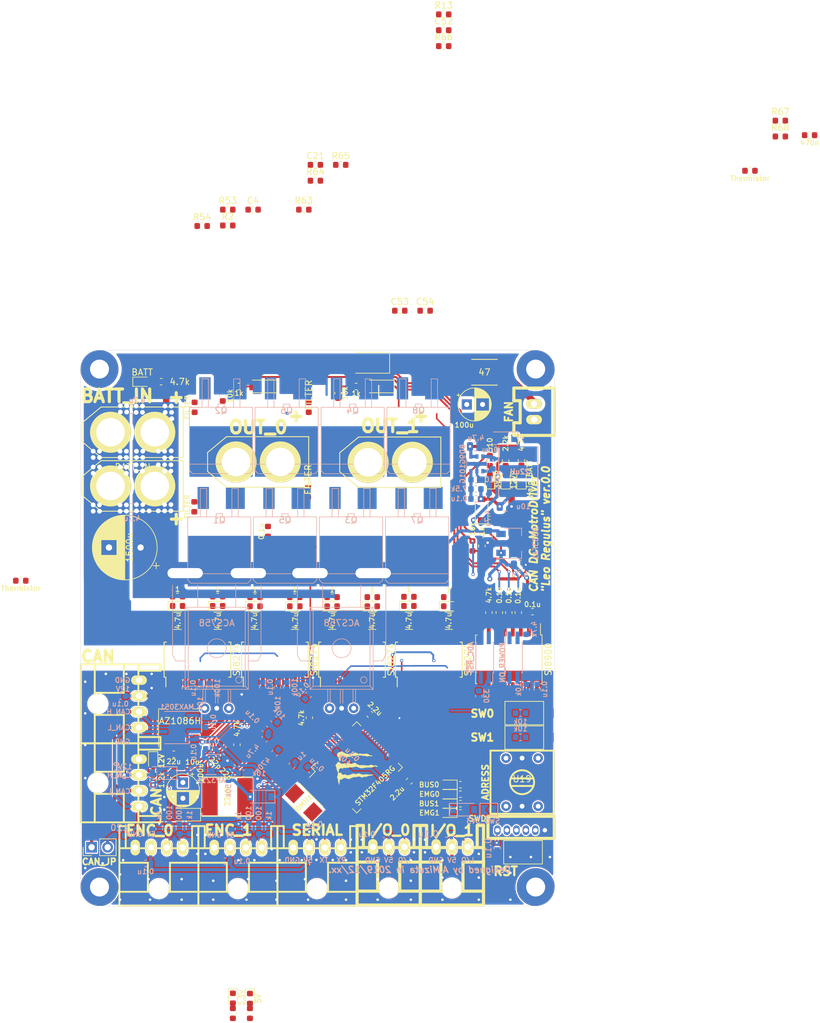
<source format=kicad_pcb>
(kicad_pcb (version 20171130) (host pcbnew "(5.1.4)-1")
  (layers (0 F.Cu signal) (31 B.Cu signal) (34 B.Paste user) (35 F.Paste user) (36 B.SilkS user) (37 F.SilkS user) (38 B.Mask user) (39 F.Mask user) (44 Edge.Cuts user))
  (net 0 "")
  (net 1 /OSC_IN)
  (net 2 GND)
  (net 3 /~RST)
  (net 4 /OSC_OUT)
  (net 5 +3V3)
  (net 6 /CAN_Vdd)
  (net 7 "Net-(C13-Pad1)")
  (net 8 "Net-(C14-Pad1)")
  (net 9 /FB_PWR_OUT)
  (net 10 /FB_PWR)
  (net 11 "Net-(C19-Pad1)")
  (net 12 "Net-(C20-Pad1)")
  (net 13 GNDPWR)
  (net 14 +3.3VP)
  (net 15 "Net-(C23-Pad2)")
  (net 16 "Net-(C23-Pad1)")
  (net 17 /Voltage)
  (net 18 /batt)
  (net 19 +12P)
  (net 20 "Net-(C30-Pad1)")
  (net 21 "Net-(C31-Pad1)")
  (net 22 +BATT)
  (net 23 +5V)
  (net 24 "Net-(D2-Pad2)")
  (net 25 "Net-(D3-Pad2)")
  (net 26 "Net-(D4-Pad2)")
  (net 27 +12V)
  (net 28 /PWM0_L)
  (net 29 /PWM0_R)
  (net 30 "Net-(D13-Pad2)")
  (net 31 "Net-(D14-Pad2)")
  (net 32 "Net-(D19-Pad2)")
  (net 33 "Net-(D20-Pad2)")
  (net 34 "Net-(D21-Pad2)")
  (net 35 "Net-(D22-Pad2)")
  (net 36 "Net-(D23-Pad2)")
  (net 37 "Net-(D26-Pad2)")
  (net 38 "Net-(JP1-Pad1)")
  (net 39 /CAN_H)
  (net 40 "Net-(JP2-Pad2)")
  (net 41 /SWCLK)
  (net 42 /SWDIO)
  (net 43 "Net-(P1-Pad6)")
  (net 44 /CAN_L)
  (net 45 /USART2_RX)
  (net 46 /USART2_TX)
  (net 47 /PA4)
  (net 48 "Net-(P7-Pad2)")
  (net 49 "Net-(R1-Pad1)")
  (net 50 /SW0)
  (net 51 /SW1)
  (net 52 /LED0)
  (net 53 /LED1)
  (net 54 /LED2)
  (net 55 "Net-(R9-Pad2)")
  (net 56 /EN0)
  (net 57 "Net-(R11-Pad1)")
  (net 58 "Net-(R12-Pad1)")
  (net 59 "Net-(R17-Pad2)")
  (net 60 "Net-(R18-Pad2)")
  (net 61 "Net-(R30-Pad2)")
  (net 62 "Net-(R31-Pad2)")
  (net 63 "Net-(R35-Pad1)")
  (net 64 /FB)
  (net 65 /PA8)
  (net 66 "Net-(R40-Pad1)")
  (net 67 /ADR_1)
  (net 68 /ADR_8)
  (net 69 /ADR_4)
  (net 70 /ADR_2)
  (net 71 /CAN1_RX)
  (net 72 /CAN1_TX)
  (net 73 "Net-(U3-Pad40)")
  (net 74 /USART1_TX)
  (net 75 /USART1_RX)
  (net 76 /PA11)
  (net 77 "Net-(U3-Pad45)")
  (net 78 "Net-(U3-Pad51)")
  (net 79 "Net-(U3-Pad54)")
  (net 80 "Net-(U3-Pad55)")
  (net 81 "Net-(U3-Pad59)")
  (net 82 "Net-(U4-Pad13)")
  (net 83 "Net-(U4-Pad12)")
  (net 84 "Net-(U4-Pad7)")
  (net 85 "Net-(U4-Pad2)")
  (net 86 "Net-(U5-Pad6)")
  (net 87 "Net-(U5-Pad11)")
  (net 88 "Net-(U5-Pad14)")
  (net 89 "Net-(U5-Pad15)")
  (net 90 "Net-(D27-Pad2)")
  (net 91 "Net-(P11-Pad4)")
  (net 92 "Net-(P11-Pad3)")
  (net 93 /TIM3_CH1)
  (net 94 /TIM3_CH2)
  (net 95 "Net-(C39-Pad1)")
  (net 96 "Net-(C39-Pad2)")
  (net 97 /ADC_~RST)
  (net 98 "Net-(D7-Pad1)")
  (net 99 "Net-(D8-Pad1)")
  (net 100 "Net-(D9-Pad1)")
  (net 101 "Net-(D32-Pad2)")
  (net 102 "Net-(D33-Pad2)")
  (net 103 "Net-(D34-Pad2)")
  (net 104 /OUT0_L)
  (net 105 /CounterVoltage0)
  (net 106 /OUT0_R)
  (net 107 /OUT1_L)
  (net 108 "Net-(C48-Pad1)")
  (net 109 /Current1)
  (net 110 /Current0)
  (net 111 /OUT1_R)
  (net 112 /CounterVoltage1)
  (net 113 /PWM1_R)
  (net 114 "Net-(D17-Pad2)")
  (net 115 /MOTOR0_BATT)
  (net 116 /PWM1_L)
  (net 117 /LED3)
  (net 118 "Net-(D39-Pad1)")
  (net 119 /LED4)
  (net 120 /MOTOR1_BATT)
  (net 121 "Net-(D47-Pad2)")
  (net 122 "Net-(P13-Pad3)")
  (net 123 "Net-(P13-Pad4)")
  (net 124 /TIM5_CH1)
  (net 125 /TIM5_CH2)
  (net 126 /EN1)
  (net 127 "Net-(R57-Pad1)")
  (net 128 "Net-(R60-Pad1)")
  (net 129 "Net-(R66-Pad2)")
  (net 130 "Net-(U8-Pad13)")
  (net 131 "Net-(U8-Pad12)")
  (net 132 "Net-(U8-Pad7)")
  (net 133 "Net-(U8-Pad2)")
  (net 134 "Net-(U14-Pad2)")
  (net 135 "Net-(U14-Pad7)")
  (net 136 "Net-(U14-Pad12)")
  (net 137 "Net-(U14-Pad13)")
  (net 138 /PA5)
  (net 139 /PA15)
  (net 140 "Net-(U3-Pad52)")
  (net 141 "Net-(U3-Pad53)")
  (net 142 "Net-(C45-Pad1)")
  (net 143 "Net-(C46-Pad1)")
  (net 144 "Net-(C49-Pad1)")
  (net 145 "Net-(D1-Pad2)")
  (net 146 "Net-(D11-Pad2)")
  (net 147 "Net-(Q1-PadG)")
  (net 148 "Net-(Q2-PadG)")
  (net 149 "Net-(Q3-PadG)")
  (net 150 "Net-(Q4-PadG)")
  (net 151 "Net-(Q5-PadG)")
  (net 152 "Net-(Q6-PadG)")
  (net 153 "Net-(Q7-PadG)")
  (net 154 "Net-(Q8-PadG)")
  (net 155 "Net-(R13-Pad1)")
  (net 156 "Net-(R53-Pad2)")
  (net 157 "Net-(R54-Pad2)")
  (net 158 "Net-(R63-Pad2)")
  (net 159 "Net-(R64-Pad2)")
  (net 160 "Net-(R65-Pad1)")
  (net 161 "Net-(U12-Pad2)")
  (net 162 "Net-(U12-Pad7)")
  (net 163 "Net-(U12-Pad12)")
  (net 164 "Net-(U12-Pad13)")
  (net 165 /Motor0_Tmp)
  (net 166 /Motor1_Tmp)
  (net 167 "Net-(U3-Pad25)")
  (net 168 "Net-(U3-Pad29)")
  (module Diode_SMD:D_SOD-123 (layer B.Cu) (at 139.45 64.95 180)
    (fp_text reference D16 hide)
    (fp_text value DIODE)
    (pad 1 smd rect (at -1.65 0 180) (size 0.9 1.2) (layers B.Cu B.Paste B.Mask) (net 16 "Net-(C23-Pad1)"))
    (pad 2 smd rect (at 1.65 0 180) (size 0.9 1.2) (layers B.Cu B.Paste B.Mask) (net 13 GNDPWR))
  )
  (module Diode_SMD:D_SOD-123 (layer B.Cu) (at 85.5 117.95 180)
    (fp_text reference D5 hide)
    (fp_text value DIODE)
    (pad 1 smd rect (at -1.65 0 180) (size 0.9 1.2) (layers B.Cu B.Paste B.Mask) (net 27 +12V))
    (pad 2 smd rect (at 1.65 0 180) (size 0.9 1.2) (layers B.Cu B.Paste B.Mask) (net 6 /CAN_Vdd))
  )
  (module Resistor_SMD:R_0603_1608Metric (layer B.Cu) (at 78.65 127.85 180)
    (fp_text reference R3 hide)
    (fp_text value 120 (at 0 1.25) (layer B.SilkS) (effects (justify mirror)))
    (pad 1 smd roundrect (at -0.7875 0 180) (size 0.875 0.95) (layers B.Cu B.Paste B.Mask) (net 44 /CAN_L))
    (pad 2 smd roundrect (at 0.7875 0 180) (size 0.875 0.95) (layers B.Cu B.Paste B.Mask) (net 40 "Net-(JP2-Pad2)"))
  )
  (module Resistor_SMD:R_0603_1608Metric (layer F.Cu) (at 183.205001 14.665001)
    (fp_text reference R67 (at 0 -1.43) (layer F.SilkS))
    (fp_text value 10k)
    (pad 1 smd roundrect (at -0.7875 0) (size 0.875 0.95) (layers F.Cu F.Paste F.Mask) (net 165 /Motor0_Tmp))
    (pad 2 smd roundrect (at 0.7875 0) (size 0.875 0.95) (layers F.Cu F.Paste F.Mask) (net 2 GND))
  )
  (module Capacitor_SMD:C_0603_1608Metric (layer F.Cu) (at 187.84 16.97)
    (fp_text reference C47 hide)
    (fp_text value 470n (at 0 1.18) (layer F.SilkS) (effects (font (size 0.8 0.8))))
    (pad 1 smd roundrect (at -0.7875 0) (size 0.875 0.95) (layers F.Cu F.Paste F.Mask) (net 109 /Current1))
    (pad 2 smd roundrect (at 0.7875 0) (size 0.875 0.95) (layers F.Cu F.Paste F.Mask) (net 2 GND))
  )
  (module Resistor_SMD:R_0603_1608Metric (layer F.Cu) (at 183.205001 17.175001)
    (fp_text reference R68 (at 0 -1.43) (layer F.SilkS))
    (fp_text value 10k)
    (pad 2 smd roundrect (at 0.7875 0) (size 0.875 0.95) (layers F.Cu F.Paste F.Mask) (net 2 GND))
    (pad 1 smd roundrect (at -0.7875 0) (size 0.875 0.95) (layers F.Cu F.Paste F.Mask) (net 166 /Motor1_Tmp))
  )
  (module Capacitor_SMD:C_0603_1608Metric (layer F.Cu) (at 178.4 22.6)
    (fp_text reference TH2 hide)
    (fp_text value Thermistor (at 0 1.2) (layer F.SilkS) (effects (font (size 0.8 0.8))))
    (pad 2 smd roundrect (at 0.7875 0) (size 0.875 0.95) (layers F.Cu F.Paste F.Mask) (net 166 /Motor1_Tmp))
    (pad 1 smd roundrect (at -0.7875 0) (size 0.875 0.95) (layers F.Cu F.Paste F.Mask) (net 5 +3V3))
  )
  (module Resistor_SMD:R_0603_1608Metric (layer F.Cu) (at 108.7 109.2 270)
    (fp_text reference R57 hide)
    (fp_text value 4.7k (at 0.034999 1.244999 90) (layer F.SilkS) (effects (font (size 0.8 0.8))))
    (pad 1 smd roundrect (at -0.7875 0 270) (size 0.875 0.95) (layers F.Cu F.Paste F.Mask) (net 127 "Net-(R57-Pad1)"))
    (pad 2 smd roundrect (at 0.7875 0 270) (size 0.875 0.95) (layers F.Cu F.Paste F.Mask) (net 109 /Current1))
  )
  (module Mizz_lib:ACS785xCB (layer B.Cu) (at 94.05 107.7 180)
    (fp_text reference U10 hide)
    (fp_text value ACS758 (at 0 13.5) (layer B.SilkS) (effects (justify mirror)))
    (pad 1 thru_hole circle (at -1.91 0 180) (size 1.524 1.524) (drill 0.762) (layers *.Cu *.Mask) (net 5 +3V3))
    (pad 2 thru_hole circle (at 0 0 180) (size 1.524 1.524) (drill 0.762) (layers *.Cu *.Mask) (net 2 GND))
    (pad 3 thru_hole circle (at 1.91 0 180) (size 1.524 1.524) (drill 0.762) (layers *.Cu *.Mask) (net 128 "Net-(R60-Pad1)"))
    (pad 4 thru_hole oval (at 5 21.4 180) (size 8 3.5) (drill oval 5.6 1.6) (layers *.Cu *.Mask) (net 22 +BATT))
    (pad 5 thru_hole oval (at -5 21.4 180) (size 8 3.5) (drill oval 5.6 1.6) (layers *.Cu *.Mask) (net 115 /MOTOR0_BATT))
  )
  (module Mizz_lib:ACS785xCB (layer B.Cu) (at 113.8 107.7 180)
    (fp_text reference U13 hide)
    (fp_text value ACS758 (at 0 13.5) (layer B.SilkS) (effects (justify mirror)))
    (pad 5 thru_hole oval (at -5 21.4 180) (size 8 3.5) (drill oval 5.6 1.6) (layers *.Cu *.Mask) (net 120 /MOTOR1_BATT))
    (pad 4 thru_hole oval (at 5 21.4 180) (size 8 3.5) (drill oval 5.6 1.6) (layers *.Cu *.Mask) (net 22 +BATT))
    (pad 3 thru_hole circle (at 1.91 0 180) (size 1.524 1.524) (drill 0.762) (layers *.Cu *.Mask) (net 127 "Net-(R57-Pad1)"))
    (pad 2 thru_hole circle (at 0 0 180) (size 1.524 1.524) (drill 0.762) (layers *.Cu *.Mask) (net 2 GND))
    (pad 1 thru_hole circle (at -1.91 0 180) (size 1.524 1.524) (drill 0.762) (layers *.Cu *.Mask) (net 5 +3V3))
  )
  (module Capacitor_SMD:C_0603_1608Metric (layer F.Cu) (at 63.05 87.5)
    (fp_text reference TH1 hide)
    (fp_text value Thermistor (at 0 1.2) (layer F.SilkS) (effects (font (size 0.8 0.8))))
    (pad 1 smd roundrect (at -0.7875 0) (size 0.875 0.95) (layers F.Cu F.Paste F.Mask) (net 5 +3V3))
    (pad 2 smd roundrect (at 0.7875 0) (size 0.875 0.95) (layers F.Cu F.Paste F.Mask) (net 165 /Motor0_Tmp))
  )
  (module Mizz_lib:XT60_F (layer F.Cu) (at 121.5 68.75)
    (fp_text reference P10)
    (fp_text value OUT_1 (at 0 -5.75 unlocked) (layer F.SilkS) (effects (font (size 2 2) (thickness 0.5))))
    (pad 2 thru_hole circle (at 3.5 0) (size 6.5 6.5) (drill 4.5) (layers *.Cu *.Mask F.SilkS) (net 111 /OUT1_R))
    (pad 1 thru_hole circle (at -3.5 0) (size 6.5 6.5) (drill 4.5) (layers *.Cu *.Mask F.SilkS) (net 107 /OUT1_L))
  )
  (module Resistor_SMD:R_0603_1608Metric (layer B.Cu) (at 97.5 126.8 270)
    (fp_text reference R24 hide)
    (fp_text value 1k (at -2.1 0 90) (layer B.SilkS) (effects (font (size 0.8 0.8)) (justify mirror)))
    (pad 1 smd roundrect (at -0.7875 0 270) (size 0.875 0.95) (layers B.Cu B.Paste B.Mask) (net 5 +3V3))
    (pad 2 smd roundrect (at 0.7875 0 270) (size 0.875 0.95) (layers B.Cu B.Paste B.Mask) (net 122 "Net-(P13-Pad3)"))
  )
  (module Mizz_lib:Crystal_SMD_5032_2Pads (layer F.Cu) (at 107.8 122.65 315)
    (fp_text reference Y1 hide)
    (fp_text value 8MHz (at 0 0 45) (layer F.SilkS) (effects (font (size 0.8 0.8))))
    (pad 1 smd rect (at -2.05 0 315) (size 2 2.4) (layers F.Cu F.Paste F.Mask) (net 1 /OSC_IN))
    (pad 2 smd rect (at 2.05 0 315) (size 2 2.4) (layers F.Cu F.Paste F.Mask) (net 4 /OSC_OUT))
  )
  (module Capacitor_SMD:C_0603_1608Metric (layer F.Cu) (at 94.81 115.35 135)
    (fp_text reference C1 hide)
    (fp_text value 22p (at -0.021213 -1.407142 135) (layer F.SilkS) (effects (font (size 0.8 0.8))))
    (pad 2 smd roundrect (at 0.7875 0 135) (size 0.875 0.95) (layers F.Cu F.Paste F.Mask) (net 1 /OSC_IN))
    (pad 1 smd roundrect (at -0.7875 0 135) (size 0.875 0.95) (layers F.Cu F.Paste F.Mask) (net 2 GND))
  )
  (module Capacitor_SMD:C_0603_1608Metric (layer B.Cu) (at 138.4 129.85 90)
    (fp_text reference C2 hide)
    (fp_text value 0.1u (at 0 -1.43 90) (layer B.SilkS) (effects (justify mirror)))
    (pad 1 smd roundrect (at -0.7875 0 90) (size 0.875 0.95) (layers B.Cu B.Paste B.Mask) (net 2 GND))
    (pad 2 smd roundrect (at 0.7875 0 90) (size 0.875 0.95) (layers B.Cu B.Paste B.Mask) (net 3 /~RST))
  )
  (module Capacitor_SMD:C_0603_1608Metric (layer F.Cu) (at 96.52 117.06 315)
    (fp_text reference C3 hide)
    (fp_text value 22p (at 0 1.442498 135) (layer F.SilkS) (effects (font (size 0.8 0.8))))
    (pad 1 smd roundrect (at -0.7875 0 315) (size 0.875 0.95) (layers F.Cu F.Paste F.Mask) (net 2 GND))
    (pad 2 smd roundrect (at 0.7875 0 315) (size 0.875 0.95) (layers F.Cu F.Paste F.Mask) (net 4 /OSC_OUT))
  )
  (module Capacitor_SMD:C_0603_1608Metric (layer B.Cu) (at 109 117.5 315)
    (fp_text reference C5 hide)
    (fp_text value 0.1u (at 0 -1.25 135) (layer B.SilkS) (effects (font (size 0.8 0.8)) (justify mirror)))
    (pad 1 smd roundrect (at -0.7875 0 315) (size 0.875 0.95) (layers B.Cu B.Paste B.Mask) (net 5 +3V3))
    (pad 2 smd roundrect (at 0.7875 0 315) (size 0.875 0.95) (layers B.Cu B.Paste B.Mask) (net 2 GND))
  )
  (module Capacitor_SMD:C_0603_1608Metric (layer B.Cu) (at 113.5 113 315)
    (fp_text reference C6 hide)
    (fp_text value 0.1u (at 2.828427 0 135) (layer B.SilkS) (effects (font (size 0.8 0.8)) (justify mirror)))
    (pad 2 smd roundrect (at 0.7875 0 315) (size 0.875 0.95) (layers B.Cu B.Paste B.Mask) (net 2 GND))
    (pad 1 smd roundrect (at -0.7875 0 315) (size 0.875 0.95) (layers B.Cu B.Paste B.Mask) (net 5 +3V3))
  )
  (module Capacitor_SMD:C_0603_1608Metric (layer B.Cu) (at 78.8 105.75)
    (fp_text reference C7 hide)
    (fp_text value 0.1u (at 0 1.25) (layer B.SilkS) (effects (font (size 0.8 0.8)) (justify mirror)))
    (pad 2 smd roundrect (at 0.7875 0) (size 0.875 0.95) (layers B.Cu B.Paste B.Mask) (net 6 /CAN_Vdd))
    (pad 1 smd roundrect (at -0.7875 0) (size 0.875 0.95) (layers B.Cu B.Paste B.Mask) (net 2 GND))
  )
  (module Capacitor_SMD:C_0603_1608Metric (layer B.Cu) (at 108.55 105.6 48)
    (fp_text reference C8 hide)
    (fp_text value 0.1u (at 0 -1.254999 48) (layer B.SilkS) (effects (font (size 0.8 0.8)) (justify mirror)))
    (pad 2 smd roundrect (at 0.7875 0 48) (size 0.875 0.95) (layers B.Cu B.Paste B.Mask) (net 2 GND))
    (pad 1 smd roundrect (at -0.7875 0 48) (size 0.875 0.95) (layers B.Cu B.Paste B.Mask) (net 5 +3V3))
  )
  (module Capacitor_SMD:C_0603_1608Metric (layer B.Cu) (at 101.65 110.95 135)
    (fp_text reference C9 hide)
    (fp_text value 0.1u (at 2.757716 0 135) (layer B.SilkS) (effects (font (size 0.8 0.8)) (justify mirror)))
    (pad 1 smd roundrect (at -0.7875 0 135) (size 0.875 0.95) (layers B.Cu B.Paste B.Mask) (net 5 +3V3))
    (pad 2 smd roundrect (at 0.7875 0 135) (size 0.875 0.95) (layers B.Cu B.Paste B.Mask) (net 2 GND))
  )
  (module Capacitor_SMD:C_0603_1608Metric (layer B.Cu) (at 105.9 116.8 225)
    (fp_text reference C10 hide)
    (fp_text value 1u (at -2.2 0 45) (layer B.SilkS) (effects (font (size 0.8 0.8)) (justify mirror)))
    (pad 2 smd roundrect (at 0.7875 0 225) (size 0.875 0.95) (layers B.Cu B.Paste B.Mask) (net 2 GND))
    (pad 1 smd roundrect (at -0.7875 0 225) (size 0.875 0.95) (layers B.Cu B.Paste B.Mask) (net 5 +3V3))
  )
  (module Capacitor_SMD:C_0603_1608Metric (layer B.Cu) (at 79.45 117.45 270)
    (fp_text reference C11 hide)
    (fp_text value 0.1u (at 0 1.25 90) (layer B.SilkS) (effects (font (size 0.8 0.8)) (justify mirror)))
    (pad 2 smd roundrect (at 0.7875 0 270) (size 0.875 0.95) (layers B.Cu B.Paste B.Mask) (net 6 /CAN_Vdd))
    (pad 1 smd roundrect (at -0.7875 0 270) (size 0.875 0.95) (layers B.Cu B.Paste B.Mask) (net 2 GND))
  )
  (module Capacitor_SMD:C_0603_1608Metric (layer B.Cu) (at 101.6 112.6 225)
    (fp_text reference C12 hide)
    (fp_text value 4.7u (at 2.687006 0 45) (layer B.SilkS) (effects (font (size 0.8 0.8)) (justify mirror)))
    (pad 1 smd roundrect (at -0.7875 0 225) (size 0.875 0.95) (layers B.Cu B.Paste B.Mask) (net 5 +3V3))
    (pad 2 smd roundrect (at 0.7875 0 225) (size 0.875 0.95) (layers B.Cu B.Paste B.Mask) (net 2 GND))
  )
  (module Capacitor_SMD:C_0603_1608Metric (layer F.Cu) (at 124.5 119.25 45)
    (fp_text reference C13 hide)
    (fp_text value 2.2u (at -2.687006 0 45) (layer F.SilkS) (effects (font (size 0.8 0.8))))
    (pad 1 smd roundrect (at -0.7875 0 45) (size 0.875 0.95) (layers F.Cu F.Paste F.Mask) (net 7 "Net-(C13-Pad1)"))
    (pad 2 smd roundrect (at 0.7875 0 45) (size 0.875 0.95) (layers F.Cu F.Paste F.Mask) (net 2 GND))
  )
  (module Capacitor_SMD:C_0603_1608Metric (layer F.Cu) (at 118.25 108.65 137)
    (fp_text reference C14 hide)
    (fp_text value 2.2u (at 0 1.2 137) (layer F.SilkS) (effects (font (size 0.8 0.8))))
    (pad 2 smd roundrect (at 0.7875 0 137) (size 0.875 0.95) (layers F.Cu F.Paste F.Mask) (net 2 GND))
    (pad 1 smd roundrect (at -0.7875 0 137) (size 0.875 0.95) (layers F.Cu F.Paste F.Mask) (net 8 "Net-(C14-Pad1)"))
  )
  (module Capacitor_SMD:C_0603_1608Metric (layer B.Cu) (at 109.5 127.25 180)
    (fp_text reference C15 hide)
    (fp_text value 0.1u (at 0 1.2) (layer B.SilkS) (effects (font (size 0.8 0.8)) (justify mirror)))
    (pad 1 smd roundrect (at -0.7875 0 180) (size 0.875 0.95) (layers B.Cu B.Paste B.Mask) (net 2 GND))
    (pad 2 smd roundrect (at 0.7875 0 180) (size 0.875 0.95) (layers B.Cu B.Paste B.Mask) (net 23 +5V))
  )
  (module Capacitor_SMD:C_0603_1608Metric (layer B.Cu) (at 120.5 127.65)
    (fp_text reference C16 hide)
    (fp_text value 0.1u (at -2.7 0) (layer B.SilkS) (effects (font (size 0.8 0.8)) (justify mirror)))
    (pad 2 smd roundrect (at 0.7875 0) (size 0.875 0.95) (layers B.Cu B.Paste B.Mask) (net 23 +5V))
    (pad 1 smd roundrect (at -0.7875 0) (size 0.875 0.95) (layers B.Cu B.Paste B.Mask) (net 2 GND))
  )
  (module Capacitor_SMD:C_0603_1608Metric (layer B.Cu) (at 144.75 104.7 270)
    (fp_text reference C17 hide)
    (fp_text value 0.1u (at 0 -1.15 90) (layer B.SilkS) (effects (font (size 0.8 0.8)) (justify mirror)))
    (pad 1 smd roundrect (at -0.7875 0 270) (size 0.875 0.95) (layers B.Cu B.Paste B.Mask) (net 5 +3V3))
    (pad 2 smd roundrect (at 0.7875 0 270) (size 0.875 0.95) (layers B.Cu B.Paste B.Mask) (net 2 GND))
  )
  (module Capacitor_SMD:C_0603_1608Metric (layer B.Cu) (at 135.05 74.55 180)
    (fp_text reference C18 hide)
    (fp_text value 0.1u (at 2.65 0.05) (layer B.SilkS) (effects (font (size 0.8 0.8)) (justify mirror)))
    (pad 1 smd roundrect (at -0.7875 0 180) (size 0.875 0.95) (layers B.Cu B.Paste B.Mask) (net 9 /FB_PWR_OUT))
    (pad 2 smd roundrect (at 0.7875 0 180) (size 0.875 0.95) (layers B.Cu B.Paste B.Mask) (net 10 /FB_PWR))
  )
  (module Capacitor_SMD:C_1210_3225Metric (layer F.Cu) (at 87.85 93.85)
    (fp_text reference C19 hide)
    (fp_text value 4.7u (at 0.05 0 90) (layer F.SilkS) (effects (font (size 0.8 0.8))))
    (pad 2 smd roundrect (at 1.4 0) (size 1.25 2.65) (layers F.Cu F.Paste F.Mask) (roundrect_rratio 0.2) (net 104 /OUT0_L))
    (pad 1 smd roundrect (at -1.4 0) (size 1.25 2.65) (layers F.Cu F.Paste F.Mask) (roundrect_rratio 0.2) (net 11 "Net-(C19-Pad1)"))
  )
  (module Capacitor_SMD:C_1210_3225Metric (layer F.Cu) (at 94.2 93.85)
    (fp_text reference C20 hide)
    (fp_text value 4.7u (at 0.05 0 90) (layer F.SilkS) (effects (font (size 0.8 0.8))))
    (pad 1 smd roundrect (at -1.4 0) (size 1.25 2.65) (layers F.Cu F.Paste F.Mask) (roundrect_rratio 0.2) (net 12 "Net-(C20-Pad1)"))
    (pad 2 smd roundrect (at 1.4 0) (size 1.25 2.65) (layers F.Cu F.Paste F.Mask) (roundrect_rratio 0.2) (net 13 GNDPWR))
  )
  (module Capacitor_SMD:C_0603_1608Metric (layer F.Cu) (at 144 92.4)
    (fp_text reference C22 hide)
    (fp_text value 0.1u (at 0 -1.15) (layer F.SilkS) (effects (font (size 0.8 0.8))))
    (pad 1 smd roundrect (at -0.7875 0) (size 0.875 0.95) (layers F.Cu F.Paste F.Mask) (net 14 +3.3VP))
    (pad 2 smd roundrect (at 0.7875 0) (size 0.875 0.95) (layers F.Cu F.Paste F.Mask) (net 13 GNDPWR))
  )
  (module Capacitor_SMD:C_0603_1608Metric (layer B.Cu) (at 137.7 69 270)
    (fp_text reference C23 hide)
    (fp_text value 0.1u (at -2.25 0.4 180) (layer B.SilkS) (effects (font (size 0.8 0.8)) (justify mirror)))
    (pad 2 smd roundrect (at 0.7875 0 270) (size 0.875 0.95) (layers B.Cu B.Paste B.Mask) (net 15 "Net-(C23-Pad2)"))
    (pad 1 smd roundrect (at -0.7875 0 270) (size 0.875 0.95) (layers B.Cu B.Paste B.Mask) (net 16 "Net-(C23-Pad1)"))
  )
  (module Capacitor_SMD:C_0603_1608Metric (layer F.Cu) (at 141.75 92.55 90)
    (fp_text reference C24 hide)
    (fp_text value 0.1u (at 2.7 -0.05 90) (layer F.SilkS) (effects (font (size 0.8 0.8))))
    (pad 2 smd roundrect (at 0.7875 0 90) (size 0.875 0.95) (layers F.Cu F.Paste F.Mask) (net 13 GNDPWR))
    (pad 1 smd roundrect (at -0.7875 0 90) (size 0.875 0.95) (layers F.Cu F.Paste F.Mask) (net 17 /Voltage))
  )
  (module Capacitor_THT:CP_Radial_D5.0mm_P2.50mm (layer F.Cu) (at 133.6 59.6)
    (fp_text reference C25 hide)
    (fp_text value 100u (at -0.4 3.25 180) (layer F.SilkS) (effects (font (size 0.8 0.8))))
    (pad 1 thru_hole rect (at 0 0) (size 1.6 1.6) (drill 0.8) (layers *.Cu *.Mask) (net 18 /batt))
    (pad 2 thru_hole circle (at 2.5 0) (size 1.6 1.6) (drill 0.8) (layers *.Cu *.Mask) (net 13 GNDPWR))
  )
  (module Capacitor_SMD:C_0603_1608Metric (layer F.Cu) (at 140.25 92.55 90)
    (fp_text reference C27 hide)
    (fp_text value 0.1u (at 2.75 0 90) (layer F.SilkS) (effects (font (size 0.8 0.8))))
    (pad 1 smd roundrect (at -0.7875 0 90) (size 0.875 0.95) (layers F.Cu F.Paste F.Mask) (net 105 /CounterVoltage0))
    (pad 2 smd roundrect (at 0.7875 0 90) (size 0.875 0.95) (layers F.Cu F.Paste F.Mask) (net 13 GNDPWR))
  )
  (module Capacitor_SMD:C_0805_2012Metric (layer B.Cu) (at 139.75 75.75)
    (fp_text reference C28 hide)
    (fp_text value 10u (at 2.8 0) (layer B.SilkS) (effects (font (size 0.8 0.8)) (justify mirror)))
    (pad 1 smd roundrect (at -0.9375 0) (size 0.975 1.4) (layers B.Cu B.Paste B.Mask) (net 9 /FB_PWR_OUT))
    (pad 2 smd roundrect (at 0.9375 0) (size 0.975 1.4) (layers B.Cu B.Paste B.Mask) (net 13 GNDPWR))
  )
  (module Capacitor_SMD:C_0805_2012Metric (layer B.Cu) (at 136.9 80.55 270)
    (fp_text reference C29 hide)
    (fp_text value 4.7u (at -2.9 0 90) (layer B.SilkS) (effects (font (size 0.8 0.8)) (justify mirror)))
    (pad 1 smd roundrect (at -0.9375 0 270) (size 0.975 1.4) (layers B.Cu B.Paste B.Mask) (net 19 +12P))
    (pad 2 smd roundrect (at 0.9375 0 270) (size 0.975 1.4) (layers B.Cu B.Paste B.Mask) (net 13 GNDPWR))
  )
  (module Capacitor_SMD:C_1210_3225Metric (layer F.Cu) (at 100.05 93.85)
    (fp_text reference C30 hide)
    (fp_text value 4.7u (at -0.05 0 90) (layer F.SilkS) (effects (font (size 0.8 0.8))))
    (pad 2 smd roundrect (at 1.4 0) (size 1.25 2.65) (layers F.Cu F.Paste F.Mask) (roundrect_rratio 0.2) (net 106 /OUT0_R))
    (pad 1 smd roundrect (at -1.4 0) (size 1.25 2.65) (layers F.Cu F.Paste F.Mask) (roundrect_rratio 0.2) (net 20 "Net-(C30-Pad1)"))
  )
  (module Capacitor_SMD:C_1210_3225Metric (layer F.Cu) (at 106.4 93.85)
    (fp_text reference C31 hide)
    (fp_text value 4.7u (at 0.1 0 90) (layer F.SilkS) (effects (font (size 0.8 0.8))))
    (pad 1 smd roundrect (at -1.4 0) (size 1.25 2.65) (layers F.Cu F.Paste F.Mask) (roundrect_rratio 0.2) (net 21 "Net-(C31-Pad1)"))
    (pad 2 smd roundrect (at 1.4 0) (size 1.25 2.65) (layers F.Cu F.Paste F.Mask) (roundrect_rratio 0.2) (net 13 GNDPWR))
  )
  (module Capacitor_SMD:C_0805_2012Metric (layer B.Cu) (at 142 85)
    (fp_text reference C32 hide)
    (fp_text value 4.7u (at 0 1.5) (layer B.SilkS) (effects (font (size 0.8 0.8)) (justify mirror)))
    (pad 2 smd roundrect (at 0.9375 0) (size 0.975 1.4) (layers B.Cu B.Paste B.Mask) (net 13 GNDPWR))
    (pad 1 smd roundrect (at -0.9375 0) (size 0.975 1.4) (layers B.Cu B.Paste B.Mask) (net 14 +3.3VP))
  )
  (module Capacitor_THT:CP_Radial_D5.0mm_P2.50mm (layer F.Cu) (at 88.7 119.45 270)
    (fp_text reference C33 hide)
    (fp_text value 100u (at -1.5 -2.8 90) (layer F.SilkS) (effects (font (size 0.8 0.8))))
    (pad 2 thru_hole circle (at 2.5 0 270) (size 1.6 1.6) (drill 0.8) (layers *.Cu *.Mask) (net 2 GND))
    (pad 1 thru_hole rect (at 0 0 270) (size 1.6 1.6) (drill 0.8) (layers *.Cu *.Mask) (net 27 +12V))
  )
  (module Capacitor_THT:CP_Radial_D10.0mm_P5.00mm (layer F.Cu) (at 82 82.25 180)
    (fp_text reference C34 hide)
    (fp_text value 1500u (at 1.75 0 270) (layer F.SilkS))
    (pad 1 thru_hole rect (at 0 0 180) (size 2 2) (drill 1) (layers *.Cu *.Mask) (net 22 +BATT))
    (pad 2 thru_hole circle (at 5 0 180) (size 2 2) (drill 1) (layers *.Cu *.Mask) (net 13 GNDPWR))
  )
  (module Diode_SMD:D_SOD-123 (layer B.Cu) (at 133.1 123.75)
    (fp_text reference D4 hide)
    (fp_text value DIODE)
    (pad 2 smd rect (at 1.65 0) (size 0.9 1.2) (layers B.Cu B.Paste B.Mask) (net 26 "Net-(D4-Pad2)"))
    (pad 1 smd rect (at -1.65 0) (size 0.9 1.2) (layers B.Cu B.Paste B.Mask) (net 5 +3V3))
  )
  (module LED_SMD:LED_0603_1608Metric (layer F.Cu) (at 130.6 124.25 180)
    (fp_text reference D7 hide)
    (fp_text value EMG1 (at 2.9 0 unlocked) (layer F.SilkS) (effects (font (size 0.8 0.8))))
    (pad 2 smd roundrect (at 0.7875 0 180) (size 0.875 0.95) (layers F.Cu F.Paste F.Mask) (net 52 /LED0))
    (pad 1 smd roundrect (at -0.7875 0 180) (size 0.875 0.95) (layers F.Cu F.Paste F.Mask) (net 98 "Net-(D7-Pad1)"))
  )
  (module LED_SMD:LED_0603_1608Metric (layer F.Cu) (at 130.6 122.8 180)
    (fp_text reference D8 hide)
    (fp_text value BUS1 (at 2.95 0 unlocked) (layer F.SilkS) (effects (font (size 0.8 0.8))))
    (pad 1 smd roundrect (at -0.7875 0 180) (size 0.875 0.95) (layers F.Cu F.Paste F.Mask) (net 99 "Net-(D8-Pad1)"))
    (pad 2 smd roundrect (at 0.7875 0 180) (size 0.875 0.95) (layers F.Cu F.Paste F.Mask) (net 53 /LED1))
  )
  (module LED_SMD:LED_0603_1608Metric (layer F.Cu) (at 130.6 121.3 180)
    (fp_text reference D9 hide)
    (fp_text value EMG0 (at 2.9 0 unlocked) (layer F.SilkS) (effects (font (size 0.8 0.8))))
    (pad 2 smd roundrect (at 0.7875 0 180) (size 0.875 0.95) (layers F.Cu F.Paste F.Mask) (net 54 /LED2))
    (pad 1 smd roundrect (at -0.7875 0 180) (size 0.875 0.95) (layers F.Cu F.Paste F.Mask) (net 100 "Net-(D9-Pad1)"))
  )
  (module Diode_SMD:D_0603_1608Metric (layer F.Cu) (at 87.85 91.5)
    (fp_text reference D13 hide)
    (fp_text value DIODE)
    (pad 1 smd roundrect (at -0.7875 0) (size 0.875 0.95) (layers F.Cu F.Paste F.Mask) (net 11 "Net-(C19-Pad1)"))
    (pad 2 smd roundrect (at 0.7875 0) (size 0.875 0.95) (layers F.Cu F.Paste F.Mask) (net 30 "Net-(D13-Pad2)"))
  )
  (module Diode_SMD:D_0603_1608Metric (layer F.Cu) (at 94.2 91.5)
    (fp_text reference D14 hide)
    (fp_text value DIODE)
    (pad 2 smd roundrect (at 0.7875 0) (size 0.875 0.95) (layers F.Cu F.Paste F.Mask) (net 31 "Net-(D14-Pad2)"))
    (pad 1 smd roundrect (at -0.7875 0) (size 0.875 0.95) (layers F.Cu F.Paste F.Mask) (net 12 "Net-(C20-Pad1)"))
  )
  (module Diode_SMD:D_SMA (layer F.Cu) (at 118 53 180)
    (fp_text reference D15 hide)
    (fp_text value DIODE)
    (pad 1 smd rect (at -2 0 180) (size 2.5 1.8) (layers F.Cu F.Paste F.Mask) (net 18 /batt))
    (pad 2 smd rect (at 2 0 180) (size 2.5 1.8) (layers F.Cu F.Paste F.Mask) (net 22 +BATT))
  )
  (module Diode_SMD:D_SOD-123 (layer F.Cu) (at 101.31 56.75 180)
    (fp_text reference D17 hide)
    (fp_text value DIODE)
    (pad 1 smd rect (at -1.65 0 180) (size 0.9 1.2) (layers F.Cu F.Paste F.Mask) (net 106 /OUT0_R))
    (pad 2 smd rect (at 1.65 0 180) (size 0.9 1.2) (layers F.Cu F.Paste F.Mask) (net 114 "Net-(D17-Pad2)"))
  )
  (module Diode_SMD:D_SOD-123 (layer F.Cu) (at 135.95 76.25 90)
    (fp_text reference D18 hide)
    (fp_text value DIODE)
    (pad 2 smd rect (at 1.65 0 90) (size 0.9 1.2) (layers F.Cu F.Paste F.Mask) (net 9 /FB_PWR_OUT))
    (pad 1 smd rect (at -1.65 0 90) (size 0.9 1.2) (layers F.Cu F.Paste F.Mask) (net 19 +12P))
  )
  (module Diode_SMD:D_0603_1608Metric (layer F.Cu) (at 100.1 91.55)
    (fp_text reference D19 hide)
    (fp_text value DIODE)
    (pad 1 smd roundrect (at -0.7875 0) (size 0.875 0.95) (layers F.Cu F.Paste F.Mask) (net 20 "Net-(C30-Pad1)"))
    (pad 2 smd roundrect (at 0.7875 0) (size 0.875 0.95) (layers F.Cu F.Paste F.Mask) (net 32 "Net-(D19-Pad2)"))
  )
  (module Diode_SMD:D_0603_1608Metric (layer F.Cu) (at 106.4 91.55)
    (fp_text reference D20 hide)
    (fp_text value DIODE)
    (pad 2 smd roundrect (at 0.7875 0) (size 0.875 0.95) (layers F.Cu F.Paste F.Mask) (net 33 "Net-(D20-Pad2)"))
    (pad 1 smd roundrect (at -0.7875 0) (size 0.875 0.95) (layers F.Cu F.Paste F.Mask) (net 21 "Net-(C31-Pad1)"))
  )
  (module LED_SMD:LED_0603_1608Metric (layer F.Cu) (at 82.25 56)
    (fp_text reference D21 hide)
    (fp_text value BATT (at 0 -1.5) (layer F.SilkS))
    (pad 2 smd roundrect (at 0.7875 0) (size 0.875 0.95) (layers F.Cu F.Paste F.Mask) (net 34 "Net-(D21-Pad2)"))
    (pad 1 smd roundrect (at -0.7875 0) (size 0.875 0.95) (layers F.Cu F.Paste F.Mask) (net 13 GNDPWR))
  )
  (module LED_SMD:LED_0603_1608Metric (layer F.Cu) (at 139.75 71.5 90)
    (fp_text reference D22 hide)
    (fp_text value 12VP (at 0 1.25 90) (layer F.SilkS) (effects (font (size 0.8 0.8))))
    (pad 1 smd roundrect (at -0.7875 0 90) (size 0.875 0.95) (layers F.Cu F.Paste F.Mask) (net 13 GNDPWR))
    (pad 2 smd roundrect (at 0.7875 0 90) (size 0.875 0.95) (layers F.Cu F.Paste F.Mask) (net 35 "Net-(D22-Pad2)"))
  )
  (module LED_SMD:LED_0603_1608Metric (layer F.Cu) (at 137.25 71.5 90)
    (fp_text reference D23 hide)
    (fp_text value 3V3P (at 0 1.25 90) (layer F.SilkS) (effects (font (size 0.8 0.8))))
    (pad 1 smd roundrect (at -0.7875 0 90) (size 0.875 0.95) (layers F.Cu F.Paste F.Mask) (net 13 GNDPWR))
    (pad 2 smd roundrect (at 0.7875 0 90) (size 0.875 0.95) (layers F.Cu F.Paste F.Mask) (net 36 "Net-(D23-Pad2)"))
  )
  (module Diode_SMD:D_SOD-123 (layer F.Cu) (at 89.25 124.55 180)
    (fp_text reference D24 hide)
    (fp_text value DIODE)
    (pad 2 smd rect (at 1.65 0 180) (size 0.9 1.2) (layers F.Cu F.Paste F.Mask) (net 2 GND))
    (pad 1 smd rect (at -1.65 0 180) (size 0.9 1.2) (layers F.Cu F.Paste F.Mask) (net 95 "Net-(C39-Pad1)"))
  )
  (module Diode_SMD:D_SOD-123 (layer B.Cu) (at 101 121.7 180)
    (fp_text reference D26 hide)
    (fp_text value DIODE)
    (pad 1 smd rect (at -1.65 0 180) (size 0.9 1.2) (layers B.Cu B.Paste B.Mask) (net 23 +5V))
    (pad 2 smd rect (at 1.65 0 180) (size 0.9 1.2) (layers B.Cu B.Paste B.Mask) (net 37 "Net-(D26-Pad2)"))
  )
  (module Jumper:SolderJumper-2_P1.3mm_Open_TrianglePad1.0x1.5mm (layer B.Cu) (at 137.1 123.75 180)
    (fp_text reference JP1 hide)
    (fp_text value SWD_3V3 (at 0.9 -1.8) (layer B.SilkS) (effects (font (size 0.8 0.8)) (justify mirror)))
    (pad 2 smd custom (at 0.725 0 180) (size 0.3 0.3) (layers B.Cu B.Mask) (net 26 "Net-(D4-Pad2)") (options (clearance outline) (anchor rect)) (primitives (gr_poly (pts (xy -0.65 0.75) (xy 0.5 0.75) (xy 0.5 -0.75) (xy -0.65 -0.75) (xy -0.15 0)) (width 0))))
    (pad 1 smd custom (at -0.725 0 180) (size 0.3 0.3) (layers B.Cu B.Mask) (net 38 "Net-(JP1-Pad1)") (options (clearance outline) (anchor rect)) (primitives (gr_poly (pts (xy -0.5 0.75) (xy 0.5 0.75) (xy 1 0) (xy 0.5 -0.75) (xy -0.5 -0.75)) (width 0))))
  )
  (module Connector_PinHeader_2.54mm:PinHeader_1x02_P2.54mm_Vertical (layer F.Cu) (at 74.25 129.7 90)
    (fp_text reference JP2 hide)
    (fp_text value CAN_JP (at -2.3 1.2 unlocked) (layer F.SilkS) (effects (font (thickness 0.25))))
    (pad 1 thru_hole rect (at 0 0 90) (size 1.7 1.7) (drill 1) (layers *.Cu *.Mask) (net 39 /CAN_H))
    (pad 2 thru_hole oval (at 0 2.54 90) (size 1.7 1.7) (drill 1) (layers *.Cu *.Mask) (net 40 "Net-(JP2-Pad2)"))
  )
  (module Mizz_lib:Inductor_Taiyo-Yuden_NR-60xx_HandSoldering (layer B.Cu) (at 141.75 70.25 270)
    (fp_text reference L1 hide)
    (fp_text value 22uH (at 0 -0.25 180) (layer B.SilkS) (effects (font (size 0.8 0.8) (thickness 0.2)) (justify mirror)))
    (pad 2 smd rect (at 2.775 0 270) (size 2.45 5.9) (layers B.Cu B.Paste B.Mask) (net 9 /FB_PWR_OUT))
    (pad 1 smd rect (at -2.775 0 270) (size 2.45 5.9) (layers B.Cu B.Paste B.Mask) (net 16 "Net-(C23-Pad1)"))
  )
  (module Mizz_lib:Inductor_Taiyo-Yuden_NR-60xx_HandSoldering (layer F.Cu) (at 95.75 121.7)
    (fp_text reference L2 hide)
    (fp_text value 22uH (at 0 -0.05 -90) (layer F.SilkS) (effects (font (size 0.8 0.8) (thickness 0.2))))
    (pad 1 smd rect (at -2.775 0) (size 2.45 5.9) (layers F.Cu F.Paste F.Mask) (net 95 "Net-(C39-Pad1)"))
    (pad 2 smd rect (at 2.775 0) (size 2.45 5.9) (layers F.Cu F.Paste F.Mask) (net 37 "Net-(D26-Pad2)"))
  )
  (module Mizz_lib:ZH_6P (layer F.Cu) (at 145.95 127 180)
    (fp_text reference P1 hide)
    (fp_text value SWD (at 10.65 1.85 180) (layer F.SilkS) (effects (font (size 0.9 0.9) (thickness 0.2))))
    (pad 1 thru_hole oval (at 0 0 180) (size 1 1.524) (drill 0.7) (layers *.Cu *.Mask) (net 2 GND))
    (pad 2 thru_hole oval (at 1.5 0 180) (size 1 1.524) (drill 0.7) (layers *.Cu *.Mask) (net 38 "Net-(JP1-Pad1)"))
    (pad 3 thru_hole oval (at 3 0 180) (size 1 1.524) (drill 0.7) (layers *.Cu *.Mask) (net 41 /SWCLK))
    (pad 4 thru_hole oval (at 4.5 0 180) (size 1 1.524) (drill 0.7) (layers *.Cu *.Mask) (net 42 /SWDIO))
    (pad 5 thru_hole oval (at 6 0 180) (size 1 1.524) (drill 0.7) (layers *.Cu *.Mask) (net 3 /~RST))
    (pad 6 thru_hole oval (at 7.5 0 180) (size 1 1.524) (drill 0.7) (layers *.Cu *.Mask) (net 43 "Net-(P1-Pad6)"))
  )
  (module Mizz_lib:XA_4LC (layer F.Cu) (at 81.75 103.25 270)
    (fp_text reference P3 hide)
    (fp_text value CAN (at -3.75 6.5 unlocked) (layer F.SilkS) (effects (font (size 1.8 1.8) (thickness 0.45))))
    (pad "" thru_hole circle (at 3.75 6.5 270) (size 3 3) (drill 3) (layers *.Cu *.Mask F.SilkS) (clearance -0.3))
    (pad 4 thru_hole oval (at 7.5 0 270) (size 1.5 2.5) (drill 1) (layers *.Cu *.Mask F.SilkS) (net 44 /CAN_L))
    (pad 3 thru_hole oval (at 5 0 270) (size 1.5 2.5) (drill 1) (layers *.Cu *.Mask F.SilkS) (net 39 /CAN_H))
    (pad 2 thru_hole oval (at 2.5 0 270) (size 1.5 2.5) (drill 1) (layers *.Cu *.Mask F.SilkS) (net 6 /CAN_Vdd))
    (pad 1 thru_hole oval (at 0 0 270) (size 1.5 2.5) (drill 1) (layers *.Cu *.Mask F.SilkS) (net 2 GND))
  )
  (module Mizz_lib:XA_4LC (layer F.Cu) (at 81.75 115.75 270)
    (fp_text reference P4 hide)
    (fp_text value CAN (at 6.75 -2.75 90) (layer F.SilkS) (effects (font (size 1.5 1.5) (thickness 0.375))))
    (pad 1 thru_hole oval (at 0 0 270) (size 1.5 2.5) (drill 1) (layers *.Cu *.Mask F.SilkS) (net 2 GND))
    (pad 2 thru_hole oval (at 2.5 0 270) (size 1.5 2.5) (drill 1) (layers *.Cu *.Mask F.SilkS) (net 6 /CAN_Vdd))
    (pad 3 thru_hole oval (at 5 0 270) (size 1.5 2.5) (drill 1) (layers *.Cu *.Mask F.SilkS) (net 39 /CAN_H))
    (pad 4 thru_hole oval (at 7.5 0 270) (size 1.5 2.5) (drill 1) (layers *.Cu *.Mask F.SilkS) (net 44 /CAN_L))
    (pad "" thru_hole circle (at 3.75 6.5 270) (size 3 3) (drill 3) (layers *.Cu *.Mask F.SilkS) (clearance -0.3))
  )
  (module Mizz_lib:XA_3LC (layer F.Cu) (at 118.75 129.65)
    (fp_text reference P6 (at 0 0.5) (layer F.SilkS))
    (fp_text value I/O_0 (at 2.45 -2.65 unlocked) (layer F.SilkS) (effects (font (size 1.6 1.6) (thickness 0.375))))
    (pad "" thru_hole circle (at 2.5 6.5) (size 3 3) (drill 3) (layers *.Cu *.Mask F.SilkS) (clearance -0.3))
    (pad 3 thru_hole oval (at 5 0) (size 1.5 2.5) (drill 1) (layers *.Cu *.Mask F.SilkS) (net 47 /PA4))
    (pad 2 thru_hole oval (at 2.5 0) (size 1.5 2.5) (drill 1) (layers *.Cu *.Mask F.SilkS) (net 23 +5V))
    (pad 1 thru_hole oval (at 0 0) (size 1.5 2.5) (drill 1) (layers *.Cu *.Mask F.SilkS) (net 2 GND))
  )
  (module Mizz_lib:XA_2P (layer F.Cu) (at 144.25 59.5 270)
    (fp_text reference P7 hide)
    (fp_text value FAN (at 1.25 4 90) (layer F.SilkS) (effects (font (size 1.2 1.2) (thickness 0.3))))
    (pad 1 thru_hole oval (at 2.5 0 270) (size 1.5 2.5) (drill 1) (layers *.Cu *.Mask F.SilkS) (net 13 GNDPWR))
    (pad 2 thru_hole oval (at 0 0 270) (size 1.5 2.5) (drill 1) (layers *.Cu *.Mask F.SilkS) (net 48 "Net-(P7-Pad2)"))
  )
  (module Mizz_lib:XT60_M (layer F.Cu) (at 80.75 64)
    (fp_text reference P8)
    (fp_text value BATT_IN (at -2.5 -5.75 unlocked) (layer F.SilkS) (effects (font (size 2 2) (thickness 0.5))))
    (pad 2 thru_hole circle (at 3.5 0) (size 6.5 6.5) (drill 4.5) (layers *.Cu *.Mask F.SilkS) (net 22 +BATT))
    (pad 1 thru_hole circle (at -3.5 0) (size 6.5 6.5) (drill 4.5) (layers *.Cu *.Mask F.SilkS) (net 13 GNDPWR))
  )
  (module Mizz_lib:XT60_F (layer F.Cu) (at 80.75 72.5)
    (fp_text reference P9)
    (fp_text value BATT_IN (at 0 -3) (layer F.SilkS))
    (pad 1 thru_hole circle (at -3.5 0) (size 6.5 6.5) (drill 4.5) (layers *.Cu *.Mask F.SilkS) (net 13 GNDPWR))
    (pad 2 thru_hole circle (at 3.5 0) (size 6.5 6.5) (drill 4.5) (layers *.Cu *.Mask F.SilkS) (net 22 +BATT))
  )
  (module Resistor_SMD:R_0603_1608Metric (layer B.Cu) (at 103.05 109.4 135)
    (fp_text reference R1 hide)
    (fp_text value 10k (at 0 1.25 135) (layer B.SilkS) (effects (font (size 0.8 0.8)) (justify mirror)))
    (pad 2 smd roundrect (at 0.7875 0 135) (size 0.875 0.95) (layers B.Cu B.Paste B.Mask) (net 2 GND))
    (pad 1 smd roundrect (at -0.7875 0 135) (size 0.875 0.95) (layers B.Cu B.Paste B.Mask) (net 49 "Net-(R1-Pad1)"))
  )
  (module Resistor_SMD:R_0603_1608Metric (layer B.Cu) (at 142.1 108.46 180)
    (fp_text reference R4 hide)
    (fp_text value 10k (at 0 -1.35) (layer B.SilkS) (effects (font (size 0.8 0.8)) (justify mirror)))
    (pad 2 smd roundrect (at 0.7875 0 180) (size 0.875 0.95) (layers B.Cu B.Paste B.Mask) (net 50 /SW0))
    (pad 1 smd roundrect (at -0.7875 0 180) (size 0.875 0.95) (layers B.Cu B.Paste B.Mask) (net 23 +5V))
  )
  (module Resistor_SMD:R_0603_1608Metric (layer B.Cu) (at 142.1 112.29 180)
    (fp_text reference R5 hide)
    (fp_text value 10k (at 0 1.35) (layer B.SilkS) (effects (font (size 0.8 0.8)) (justify mirror)))
    (pad 2 smd roundrect (at 0.7875 0 180) (size 0.875 0.95) (layers B.Cu B.Paste B.Mask) (net 51 /SW1))
    (pad 1 smd roundrect (at -0.7875 0 180) (size 0.875 0.95) (layers B.Cu B.Paste B.Mask) (net 23 +5V))
  )
  (module Resistor_SMD:R_0603_1608Metric (layer F.Cu) (at 132.6 124.25)
    (fp_text reference R6 hide)
    (fp_text value 330)
    (pad 2 smd roundrect (at 0.7875 0) (size 0.875 0.95) (layers F.Cu F.Paste F.Mask) (net 2 GND))
    (pad 1 smd roundrect (at -0.7875 0) (size 0.875 0.95) (layers F.Cu F.Paste F.Mask) (net 98 "Net-(D7-Pad1)"))
  )
  (module Resistor_SMD:R_0603_1608Metric (layer F.Cu) (at 132.6 122.8)
    (fp_text reference R7 hide)
    (fp_text value 330)
    (pad 1 smd roundrect (at -0.7875 0) (size 0.875 0.95) (layers F.Cu F.Paste F.Mask) (net 99 "Net-(D8-Pad1)"))
    (pad 2 smd roundrect (at 0.7875 0) (size 0.875 0.95) (layers F.Cu F.Paste F.Mask) (net 2 GND))
  )
  (module Resistor_SMD:R_0603_1608Metric (layer F.Cu) (at 132.6 121.3)
    (fp_text reference R8 hide)
    (fp_text value 330)
    (pad 2 smd roundrect (at 0.7875 0) (size 0.875 0.95) (layers F.Cu F.Paste F.Mask) (net 2 GND))
    (pad 1 smd roundrect (at -0.7875 0) (size 0.875 0.95) (layers F.Cu F.Paste F.Mask) (net 100 "Net-(D9-Pad1)"))
  )
  (module Resistor_SMD:R_0603_1608Metric (layer B.Cu) (at 112.45 114 135)
    (fp_text reference R9 hide)
    (fp_text value 10k (at -2.55 0 135) (layer B.SilkS) (effects (font (size 0.8 0.8)) (justify mirror)))
    (pad 1 smd roundrect (at -0.7875 0 135) (size 0.875 0.95) (layers B.Cu B.Paste B.Mask) (net 5 +3V3))
    (pad 2 smd roundrect (at 0.7875 0 135) (size 0.875 0.95) (layers B.Cu B.Paste B.Mask) (net 55 "Net-(R9-Pad2)"))
  )
  (module Resistor_SMD:R_0603_1608Metric (layer B.Cu) (at 91.45 104.5 270)
    (fp_text reference R10 hide)
    (fp_text value 10k (at 2.45 0 90) (layer B.SilkS) (effects (font (size 0.8 0.8)) (justify mirror)))
    (pad 2 smd roundrect (at 0.7875 0 270) (size 0.875 0.95) (layers B.Cu B.Paste B.Mask) (net 2 GND))
    (pad 1 smd roundrect (at -0.7875 0 270) (size 0.875 0.95) (layers B.Cu B.Paste B.Mask) (net 56 /EN0))
  )
  (module Resistor_SMD:R_0603_1608Metric (layer B.Cu) (at 92.9 104.5 270)
    (fp_text reference R11 hide)
    (fp_text value 100k (at 0 -1.234999 90) (layer B.SilkS) (effects (font (size 0.8 0.8)) (justify mirror)))
    (pad 2 smd roundrect (at 0.7875 0 270) (size 0.875 0.95) (layers B.Cu B.Paste B.Mask) (net 2 GND))
    (pad 1 smd roundrect (at -0.7875 0 270) (size 0.875 0.95) (layers B.Cu B.Paste B.Mask) (net 57 "Net-(R11-Pad1)"))
  )
  (module Resistor_SMD:R_0603_1608Metric (layer B.Cu) (at 135.5 105.75 270)
    (fp_text reference R12 hide)
    (fp_text value 330 (at 0 -1.25 90) (layer B.SilkS) (effects (font (size 0.8 0.8)) (justify mirror)))
    (pad 2 smd roundrect (at 0.7875 0 270) (size 0.875 0.95) (layers B.Cu B.Paste B.Mask) (net 2 GND))
    (pad 1 smd roundrect (at -0.7875 0 270) (size 0.875 0.95) (layers B.Cu B.Paste B.Mask) (net 58 "Net-(R12-Pad1)"))
  )
  (module Resistor_SMD:R_0603_1608Metric (layer B.Cu) (at 135.05 73 180)
    (fp_text reference R14 hide)
    (fp_text value 7.5k (at 2.65 0.05) (layer B.SilkS) (effects (font (size 0.8 0.8)) (justify mirror)))
    (pad 2 smd roundrect (at 0.7875 0 180) (size 0.875 0.95) (layers B.Cu B.Paste B.Mask) (net 10 /FB_PWR))
    (pad 1 smd roundrect (at -0.7875 0 180) (size 0.875 0.95) (layers B.Cu B.Paste B.Mask) (net 9 /FB_PWR_OUT))
  )
  (module Resistor_SMD:R_0603_1608Metric (layer B.Cu) (at 135.05 71.5)
    (fp_text reference R15 hide)
    (fp_text value 510 (at 2.5 0) (layer B.SilkS) (effects (font (size 0.8 0.8)) (justify mirror)))
    (pad 1 smd roundrect (at -0.7875 0) (size 0.875 0.95) (layers B.Cu B.Paste B.Mask) (net 10 /FB_PWR))
    (pad 2 smd roundrect (at 0.7875 0) (size 0.875 0.95) (layers B.Cu B.Paste B.Mask) (net 13 GNDPWR))
  )
  (module Resistor_SMD:R_0603_1608Metric (layer F.Cu) (at 90.5 75.8 270)
    (fp_text reference R17 hide)
    (fp_text value FILTER (at 0 1.1 90) (layer F.SilkS) (effects (font (size 0.8 0.8))))
    (pad 1 smd roundrect (at -0.7875 0 270) (size 0.875 0.95) (layers F.Cu F.Paste F.Mask) (net 147 "Net-(Q1-PadG)"))
    (pad 2 smd roundrect (at 0.7875 0 270) (size 0.875 0.95) (layers F.Cu F.Paste F.Mask) (net 59 "Net-(R17-Pad2)"))
  )
  (module Resistor_SMD:R_0603_1608Metric (layer F.Cu) (at 90.55 60.05 270)
    (fp_text reference R18 hide)
    (fp_text value FILTER (at 0 1.1 90) (layer F.SilkS) (effects (font (size 0.8 0.8))))
    (pad 2 smd roundrect (at 0.7875 0 270) (size 0.875 0.95) (layers F.Cu F.Paste F.Mask) (net 60 "Net-(R18-Pad2)"))
    (pad 1 smd roundrect (at -0.7875 0 270) (size 0.875 0.95) (layers F.Cu F.Paste F.Mask) (net 148 "Net-(Q2-PadG)"))
  )
  (module Resistor_SMD:R_0603_1608Metric (layer F.Cu) (at 87.85 90)
    (fp_text reference R19 hide)
    (fp_text value 1 (at 0 -1.15) (layer F.SilkS) (effects (font (size 0.8 0.8))))
    (pad 1 smd roundrect (at -0.7875 0) (size 0.875 0.95) (layers F.Cu F.Paste F.Mask) (net 19 +12P))
    (pad 2 smd roundrect (at 0.7875 0) (size 0.875 0.95) (layers F.Cu F.Paste F.Mask) (net 30 "Net-(D13-Pad2)"))
  )
  (module Resistor_SMD:R_0603_1608Metric (layer F.Cu) (at 94.2 90)
    (fp_text reference R20 hide)
    (fp_text value 1 (at 0 -1.15) (layer F.SilkS) (effects (font (size 0.8 0.8))))
    (pad 2 smd roundrect (at 0.7875 0) (size 0.875 0.95) (layers F.Cu F.Paste F.Mask) (net 31 "Net-(D14-Pad2)"))
    (pad 1 smd roundrect (at -0.7875 0) (size 0.875 0.95) (layers F.Cu F.Paste F.Mask) (net 19 +12P))
  )
  (module Resistor_SMD:R_0603_1608Metric (layer F.Cu) (at 134.5 82 270)
    (fp_text reference R22 hide)
    (fp_text value 10k (at -1.5 0 90) (layer F.SilkS) (effects (font (size 0.8 0.8)) (justify left)))
    (pad 2 smd roundrect (at 0.7875 0 270) (size 0.875 0.95) (layers F.Cu F.Paste F.Mask) (net 17 /Voltage))
    (pad 1 smd roundrect (at -0.7875 0 270) (size 0.875 0.95) (layers F.Cu F.Paste F.Mask) (net 22 +BATT))
  )
  (module Resistor_SMD:R_0603_1608Metric (layer F.Cu) (at 136 82 90)
    (fp_text reference R23 hide)
    (fp_text value 1k (at 1.5 0 90) (layer F.SilkS) (effects (font (size 0.8 0.8)) (justify left)))
    (pad 1 smd roundrect (at -0.7875 0 90) (size 0.875 0.95) (layers F.Cu F.Paste F.Mask) (net 17 /Voltage))
    (pad 2 smd roundrect (at 0.7875 0 90) (size 0.875 0.95) (layers F.Cu F.Paste F.Mask) (net 13 GNDPWR))
  )
  (module Mizz_lib:R_2812 (layer F.Cu) (at 136.4 54.5 180)
    (fp_text reference R25 hide)
    (fp_text value 47 (at 0 0) (layer F.SilkS))
    (pad 1 smd rect (at -3.15 0 180) (size 2 3.5) (layers F.Cu F.Paste F.Mask) (net 48 "Net-(P7-Pad2)"))
    (pad 2 smd rect (at 3.15 0 180) (size 2 3.5) (layers F.Cu F.Paste F.Mask) (net 18 /batt))
  )
  (module Resistor_SMD:R_0603_1608Metric (layer F.Cu) (at 95 58.25 90)
    (fp_text reference R26 hide)
    (fp_text value 10k (at 0 1.15 90) (layer F.SilkS) (effects (font (size 0.8 0.8))))
    (pad 1 smd roundrect (at -0.7875 0 90) (size 0.875 0.95) (layers F.Cu F.Paste F.Mask) (net 104 /OUT0_L))
    (pad 2 smd roundrect (at 0.7875 0 90) (size 0.875 0.95) (layers F.Cu F.Paste F.Mask) (net 105 /CounterVoltage0))
  )
  (module Resistor_SMD:R_0603_1608Metric (layer F.Cu) (at 97.56 56.75)
    (fp_text reference R27 hide)
    (fp_text value 1k (at 0 1.05) (layer F.SilkS) (effects (font (size 0.8 0.8))))
    (pad 1 smd roundrect (at -0.7875 0) (size 0.875 0.95) (layers F.Cu F.Paste F.Mask) (net 105 /CounterVoltage0))
    (pad 2 smd roundrect (at 0.7875 0) (size 0.875 0.95) (layers F.Cu F.Paste F.Mask) (net 114 "Net-(D17-Pad2)"))
  )
  (module Resistor_SMD:R_0603_1608Metric (layer F.Cu) (at 100.1 90.1)
    (fp_text reference R28 hide)
    (fp_text value 1 (at 0 -1.15) (layer F.SilkS) (effects (font (size 0.8 0.8))))
    (pad 1 smd roundrect (at -0.7875 0) (size 0.875 0.95) (layers F.Cu F.Paste F.Mask) (net 19 +12P))
    (pad 2 smd roundrect (at 0.7875 0) (size 0.875 0.95) (layers F.Cu F.Paste F.Mask) (net 32 "Net-(D19-Pad2)"))
  )
  (module Resistor_SMD:R_0603_1608Metric (layer F.Cu) (at 106.4 90.1)
    (fp_text reference R29 hide)
    (fp_text value 1 (at 0 -1.2) (layer F.SilkS) (effects (font (size 0.8 0.8))))
    (pad 2 smd roundrect (at 0.7875 0) (size 0.875 0.95) (layers F.Cu F.Paste F.Mask) (net 33 "Net-(D20-Pad2)"))
    (pad 1 smd roundrect (at -0.7875 0) (size 0.875 0.95) (layers F.Cu F.Paste F.Mask) (net 19 +12P))
  )
  (module Resistor_SMD:R_0603_1608Metric (layer F.Cu) (at 108.5 73.5 270)
    (fp_text reference R30 hide)
    (fp_text value FILTER (at -2 0 90) (layer F.SilkS))
    (pad 1 smd roundrect (at -0.7875 0 270) (size 0.875 0.95) (layers F.Cu F.Paste F.Mask) (net 151 "Net-(Q5-PadG)"))
    (pad 2 smd roundrect (at 0.7875 0 270) (size 0.875 0.95) (layers F.Cu F.Paste F.Mask) (net 61 "Net-(R30-Pad2)"))
  )
  (module Resistor_SMD:R_0603_1608Metric (layer F.Cu) (at 108.6 60.05 270)
    (fp_text reference R31 hide)
    (fp_text value FILTER (at -1.95 0 90) (layer F.SilkS))
    (pad 2 smd roundrect (at 0.7875 0 270) (size 0.875 0.95) (layers F.Cu F.Paste F.Mask) (net 62 "Net-(R31-Pad2)"))
    (pad 1 smd roundrect (at -0.7875 0 270) (size 0.875 0.95) (layers F.Cu F.Paste F.Mask) (net 152 "Net-(Q6-PadG)"))
  )
  (module Resistor_SMD:R_0603_1608Metric (layer F.Cu) (at 85.25 56)
    (fp_text reference R32 hide)
    (fp_text value 4.7k (at 2.95 0) (layer F.SilkS))
    (pad 2 smd roundrect (at 0.7875 0) (size 0.875 0.95) (layers F.Cu F.Paste F.Mask) (net 22 +BATT))
    (pad 1 smd roundrect (at -0.7875 0) (size 0.875 0.95) (layers F.Cu F.Paste F.Mask) (net 34 "Net-(D21-Pad2)"))
  )
  (module Resistor_SMD:R_0603_1608Metric (layer F.Cu) (at 139.75 68.5 90)
    (fp_text reference R33 hide)
    (fp_text value 2.2k (at 2.75 0 90) (layer F.SilkS) (effects (font (size 0.8 0.8))))
    (pad 1 smd roundrect (at -0.7875 0 90) (size 0.875 0.95) (layers F.Cu F.Paste F.Mask) (net 35 "Net-(D22-Pad2)"))
    (pad 2 smd roundrect (at 0.7875 0 90) (size 0.875 0.95) (layers F.Cu F.Paste F.Mask) (net 19 +12P))
  )
  (module Resistor_SMD:R_0603_1608Metric (layer F.Cu) (at 137.25 68.5 90)
    (fp_text reference R34 hide)
    (fp_text value 510 (at 2.5 0 90) (layer F.SilkS) (effects (font (size 0.8 0.8))))
    (pad 2 smd roundrect (at 0.7875 0 90) (size 0.875 0.95) (layers F.Cu F.Paste F.Mask) (net 14 +3.3VP))
    (pad 1 smd roundrect (at -0.7875 0 90) (size 0.875 0.95) (layers F.Cu F.Paste F.Mask) (net 36 "Net-(D23-Pad2)"))
  )
  (module Resistor_SMD:R_0603_1608Metric (layer B.Cu) (at 105.1 104.4 270)
    (fp_text reference R35 hide)
    (fp_text value 100k (at 0 -1.3 90) (layer B.SilkS) (effects (font (size 0.8 0.8)) (justify mirror)))
    (pad 1 smd roundrect (at -0.7875 0 270) (size 0.875 0.95) (layers B.Cu B.Paste B.Mask) (net 63 "Net-(R35-Pad1)"))
    (pad 2 smd roundrect (at 0.7875 0 270) (size 0.875 0.95) (layers B.Cu B.Paste B.Mask) (net 2 GND))
  )
  (module Resistor_SMD:R_0603_1608Metric (layer B.Cu) (at 103.65 104.4 270)
    (fp_text reference R36 hide)
    (fp_text value 10k (at 2.45 -0.05 90) (layer B.SilkS) (effects (font (size 0.8 0.8)) (justify mirror)))
    (pad 2 smd roundrect (at 0.7875 0 270) (size 0.875 0.95) (layers B.Cu B.Paste B.Mask) (net 2 GND))
    (pad 1 smd roundrect (at -0.7875 0 270) (size 0.875 0.95) (layers B.Cu B.Paste B.Mask) (net 56 /EN0))
  )
  (module Resistor_SMD:R_0603_1608Metric (layer B.Cu) (at 95.9 118.3 90)
    (fp_text reference R37 hide)
    (fp_text value 50k (at -2.45 0 90) (layer B.SilkS) (effects (font (size 0.8 0.8)) (justify mirror)))
    (pad 1 smd roundrect (at -0.7875 0 90) (size 0.875 0.95) (layers B.Cu B.Paste B.Mask) (net 37 "Net-(D26-Pad2)"))
    (pad 2 smd roundrect (at 0.7875 0 90) (size 0.875 0.95) (layers B.Cu B.Paste B.Mask) (net 64 /FB))
  )
  (module Resistor_SMD:R_0603_1608Metric (layer B.Cu) (at 98.25 118)
    (fp_text reference R38 hide)
    (fp_text value 10k (at 2.5 0) (layer B.SilkS) (effects (font (size 0.8 0.8)) (justify mirror)))
    (pad 1 smd roundrect (at -0.7875 0) (size 0.875 0.95) (layers B.Cu B.Paste B.Mask) (net 64 /FB))
    (pad 2 smd roundrect (at 0.7875 0) (size 0.875 0.95) (layers B.Cu B.Paste B.Mask) (net 2 GND))
  )
  (module Resistor_SMD:R_0603_1608Metric (layer B.Cu) (at 143 104.7 270)
    (fp_text reference R39 hide)
    (fp_text value 10k (at 0 1.2 90) (layer B.SilkS) (effects (font (size 0.8 0.8)) (justify mirror)))
    (pad 1 smd roundrect (at -0.7875 0 270) (size 0.875 0.95) (layers B.Cu B.Paste B.Mask) (net 65 /PA8))
    (pad 2 smd roundrect (at 0.7875 0 270) (size 0.875 0.95) (layers B.Cu B.Paste B.Mask) (net 2 GND))
  )
  (module Resistor_SMD:R_0603_1608Metric (layer B.Cu) (at 143 95.2 90)
    (fp_text reference R40 hide)
    (fp_text value 4.7k (at 0 1.25 90) (layer B.SilkS) (effects (font (size 0.8 0.8)) (justify mirror)))
    (pad 2 smd roundrect (at 0.7875 0 90) (size 0.875 0.95) (layers B.Cu B.Paste B.Mask) (net 13 GNDPWR))
    (pad 1 smd roundrect (at -0.7875 0 90) (size 0.875 0.95) (layers B.Cu B.Paste B.Mask) (net 66 "Net-(R40-Pad1)"))
  )
  (module Button_Switch_SMD:SW_SPST_CK_RS282G05A3 (layer F.Cu) (at 142.5 130.5)
    (fp_text reference SW1 hide)
    (fp_text value RST (at -2.75 3 unlocked) (layer F.SilkS) (effects (font (size 1.4 1.4) (thickness 0.35))))
    (pad 1 smd rect (at -3.9 0) (size 1.5 1.5) (layers F.Cu F.Paste F.Mask) (net 3 /~RST))
    (pad 2 smd rect (at 3.9 0) (size 1.5 1.5) (layers F.Cu F.Paste F.Mask) (net 2 GND))
  )
  (module Package_SO:SOIC-8_3.9x4.9mm_P1.27mm (layer B.Cu) (at 87.75 110.75 180)
    (fp_text reference U1 hide)
    (fp_text value MAX3051 (at 0 3.25 180) (layer B.SilkS) (effects (font (size 0.8 0.8)) (justify mirror)))
    (pad 8 smd roundrect (at 2.475 1.905 180) (size 1.95 0.6) (layers B.Cu B.Paste B.Mask) (net 2 GND))
    (pad 7 smd roundrect (at 2.475 0.635 180) (size 1.95 0.6) (layers B.Cu B.Paste B.Mask) (net 39 /CAN_H))
    (pad 6 smd roundrect (at 2.475 -0.635 180) (size 1.95 0.6) (layers B.Cu B.Paste B.Mask) (net 44 /CAN_L))
    (pad 5 smd roundrect (at 2.475 -1.905 180) (size 1.95 0.6) (layers B.Cu B.Paste B.Mask) (net 2 GND))
    (pad 4 smd roundrect (at -2.475 -1.905 180) (size 1.95 0.6) (layers B.Cu B.Paste B.Mask) (net 71 /CAN1_RX))
    (pad 3 smd roundrect (at -2.475 -0.635 180) (size 1.95 0.6) (layers B.Cu B.Paste B.Mask) (net 5 +3V3))
    (pad 2 smd roundrect (at -2.475 0.635 180) (size 1.95 0.6) (layers B.Cu B.Paste B.Mask) (net 2 GND))
    (pad 1 smd roundrect (at -2.475 1.905 180) (size 1.95 0.6) (layers B.Cu B.Paste B.Mask) (net 72 /CAN1_TX))
  )
  (module Package_SO:TSOP-6_1.65x3.05mm_P0.95mm (layer B.Cu) (at 93.15 116.6 180)
    (fp_text reference U2 hide)
    (fp_text value AP3211 (at 0 -2.5) (layer B.SilkS) (effects (font (size 0.8 0.8)) (justify mirror)))
    (pad 1 smd rect (at -1.16 0.95 180) (size 0.7 0.51) (layers B.Cu B.Paste B.Mask) (net 96 "Net-(C39-Pad2)"))
    (pad 2 smd rect (at -1.16 0 180) (size 0.7 0.51) (layers B.Cu B.Paste B.Mask) (net 2 GND))
    (pad 3 smd rect (at -1.16 -0.95 180) (size 0.7 0.51) (layers B.Cu B.Paste B.Mask) (net 64 /FB))
    (pad 4 smd rect (at 1.16 -0.95 180) (size 0.7 0.51) (layers B.Cu B.Paste B.Mask) (net 27 +12V))
    (pad 5 smd rect (at 1.16 0 180) (size 0.7 0.51) (layers B.Cu B.Paste B.Mask) (net 27 +12V))
    (pad 6 smd rect (at 1.16 0.95 180) (size 0.7 0.51) (layers B.Cu B.Paste B.Mask) (net 95 "Net-(C39-Pad1)"))
  )
  (module Package_QFP:LQFP-64_10x10mm_P0.5mm (layer F.Cu) (at 116.2 117.05 45)
    (fp_text reference U3 hide)
    (fp_text value STM32F405RG (at 0 4.101219 45) (layer F.SilkS) (effects (font (size 0.8 0.8))))
    (pad 1 smd roundrect (at -5.675 -3.75 45) (size 1.55 0.3) (layers F.Cu F.Paste F.Mask) (net 5 +3V3))
    (pad 2 smd roundrect (at -5.675 -3.25 45) (size 1.55 0.3) (layers F.Cu F.Paste F.Mask) (net 70 /ADR_2))
    (pad 3 smd roundrect (at -5.675 -2.75 45) (size 1.55 0.3) (layers F.Cu F.Paste F.Mask) (net 69 /ADR_4))
    (pad 4 smd roundrect (at -5.675 -2.25 45) (size 1.55 0.3) (layers F.Cu F.Paste F.Mask) (net 67 /ADR_1))
    (pad 5 smd roundrect (at -5.675 -1.75 45) (size 1.55 0.3) (layers F.Cu F.Paste F.Mask) (net 1 /OSC_IN))
    (pad 6 smd roundrect (at -5.675 -1.25 45) (size 1.55 0.3) (layers F.Cu F.Paste F.Mask) (net 4 /OSC_OUT))
    (pad 7 smd roundrect (at -5.675 -0.75 45) (size 1.55 0.3) (layers F.Cu F.Paste F.Mask) (net 3 /~RST))
    (pad 8 smd roundrect (at -5.675 -0.25 45) (size 1.55 0.3) (layers F.Cu F.Paste F.Mask) (net 166 /Motor1_Tmp))
    (pad 9 smd roundrect (at -5.675 0.25 45) (size 1.55 0.3) (layers F.Cu F.Paste F.Mask) (net 166 /Motor1_Tmp))
    (pad 10 smd roundrect (at -5.675 0.75 45) (size 1.55 0.3) (layers F.Cu F.Paste F.Mask) (net 109 /Current1))
    (pad 11 smd roundrect (at -5.675 1.25 45) (size 1.55 0.3) (layers F.Cu F.Paste F.Mask) (net 110 /Current0))
    (pad 12 smd roundrect (at -5.675 1.75 45) (size 1.55 0.3) (layers F.Cu F.Paste F.Mask) (net 2 GND))
    (pad 13 smd roundrect (at -5.675 2.25 45) (size 1.55 0.3) (layers F.Cu F.Paste F.Mask) (net 5 +3V3))
    (pad 14 smd roundrect (at -5.675 2.75 45) (size 1.55 0.3) (layers F.Cu F.Paste F.Mask) (net 124 /TIM5_CH1))
    (pad 15 smd roundrect (at -5.675 3.25 45) (size 1.55 0.3) (layers F.Cu F.Paste F.Mask) (net 125 /TIM5_CH2))
    (pad 16 smd roundrect (at -5.675 3.75 45) (size 1.55 0.3) (layers F.Cu F.Paste F.Mask) (net 46 /USART2_TX))
    (pad 17 smd roundrect (at -3.75 5.675 45) (size 0.3 1.55) (layers F.Cu F.Paste F.Mask) (net 45 /USART2_RX))
    (pad 18 smd roundrect (at -3.25 5.675 45) (size 0.3 1.55) (layers F.Cu F.Paste F.Mask) (net 2 GND))
    (pad 19 smd roundrect (at -2.75 5.675 45) (size 0.3 1.55) (layers F.Cu F.Paste F.Mask) (net 5 +3V3))
    (pad 20 smd roundrect (at -2.25 5.675 45) (size 0.3 1.55) (layers F.Cu F.Paste F.Mask) (net 47 /PA4))
    (pad 21 smd roundrect (at -1.75 5.675 45) (size 0.3 1.55) (layers F.Cu F.Paste F.Mask) (net 138 /PA5))
    (pad 22 smd roundrect (at -1.25 5.675 45) (size 0.3 1.55) (layers F.Cu F.Paste F.Mask) (net 52 /LED0))
    (pad 23 smd roundrect (at -0.75 5.675 45) (size 0.3 1.55) (layers F.Cu F.Paste F.Mask) (net 53 /LED1))
    (pad 24 smd roundrect (at -0.25 5.675 45) (size 0.3 1.55) (layers F.Cu F.Paste F.Mask) (net 54 /LED2))
    (pad 25 smd roundrect (at 0.25 5.675 45) (size 0.3 1.55) (layers F.Cu F.Paste F.Mask) (net 167 "Net-(U3-Pad25)"))
    (pad 26 smd roundrect (at 0.75 5.675 45) (size 0.3 1.55) (layers F.Cu F.Paste F.Mask) (net 117 /LED3))
    (pad 27 smd roundrect (at 1.25 5.675 45) (size 0.3 1.55) (layers F.Cu F.Paste F.Mask) (net 119 /LED4))
    (pad 28 smd roundrect (at 1.75 5.675 45) (size 0.3 1.55) (layers F.Cu F.Paste F.Mask) (net 55 "Net-(R9-Pad2)"))
    (pad 29 smd roundrect (at 2.25 5.675 45) (size 0.3 1.55) (layers F.Cu F.Paste F.Mask) (net 168 "Net-(U3-Pad29)"))
    (pad 30 smd roundrect (at 2.75 5.675 45) (size 0.3 1.55) (layers F.Cu F.Paste F.Mask) (net 51 /SW1))
    (pad 31 smd roundrect (at 3.25 5.675 45) (size 0.3 1.55) (layers F.Cu F.Paste F.Mask) (net 7 "Net-(C13-Pad1)"))
    (pad 32 smd roundrect (at 3.75 5.675 45) (size 0.3 1.55) (layers F.Cu F.Paste F.Mask) (net 5 +3V3))
    (pad 33 smd roundrect (at 5.675 3.75 45) (size 1.55 0.3) (layers F.Cu F.Paste F.Mask) (net 50 /SW0))
    (pad 34 smd roundrect (at 5.675 3.25 45) (size 1.55 0.3) (layers F.Cu F.Paste F.Mask) (net 113 /PWM1_R))
    (pad 35 smd roundrect (at 5.675 2.75 45) (size 1.55 0.3) (layers F.Cu F.Paste F.Mask) (net 126 /EN1))
    (pad 36 smd roundrect (at 5.675 2.25 45) (size 1.55 0.3) (layers F.Cu F.Paste F.Mask) (net 116 /PWM1_L))
    (pad 37 smd roundrect (at 5.675 1.75 45) (size 1.55 0.3) (layers F.Cu F.Paste F.Mask) (net 29 /PWM0_R))
    (pad 38 smd roundrect (at 5.675 1.25 45) (size 1.55 0.3) (layers F.Cu F.Paste F.Mask) (net 56 /EN0))
    (pad 39 smd roundrect (at 5.675 0.75 45) (size 1.55 0.3) (layers F.Cu F.Paste F.Mask) (net 28 /PWM0_L))
    (pad 40 smd roundrect (at 5.675 0.25 45) (size 1.55 0.3) (layers F.Cu F.Paste F.Mask) (net 73 "Net-(U3-Pad40)"))
    (pad 41 smd roundrect (at 5.675 -0.25 45) (size 1.55 0.3) (layers F.Cu F.Paste F.Mask) (net 65 /PA8))
    (pad 42 smd roundrect (at 5.675 -0.75 45) (size 1.55 0.3) (layers F.Cu F.Paste F.Mask) (net 74 /USART1_TX))
    (pad 43 smd roundrect (at 5.675 -1.25 45) (size 1.55 0.3) (layers F.Cu F.Paste F.Mask) (net 75 /USART1_RX))
    (pad 44 smd roundrect (at 5.675 -1.75 45) (size 1.55 0.3) (layers F.Cu F.Paste F.Mask) (net 76 /PA11))
    (pad 45 smd roundrect (at 5.675 -2.25 45) (size 1.55 0.3) (layers F.Cu F.Paste F.Mask) (net 77 "Net-(U3-Pad45)"))
    (pad 46 smd roundrect (at 5.675 -2.75 45) (size 1.55 0.3) (layers F.Cu F.Paste F.Mask) (net 42 /SWDIO))
    (pad 47 smd roundrect (at 5.675 -3.25 45) (size 1.55 0.3) (layers F.Cu F.Paste F.Mask) (net 8 "Net-(C14-Pad1)"))
    (pad 48 smd roundrect (at 5.675 -3.75 45) (size 1.55 0.3) (layers F.Cu F.Paste F.Mask) (net 5 +3V3))
    (pad 49 smd roundrect (at 3.75 -5.675 45) (size 0.3 1.55) (layers F.Cu F.Paste F.Mask) (net 41 /SWCLK))
    (pad 50 smd roundrect (at 3.25 -5.675 45) (size 0.3 1.55) (layers F.Cu F.Paste F.Mask) (net 139 /PA15))
    (pad 51 smd roundrect (at 2.75 -5.675 45) (size 0.3 1.55) (layers F.Cu F.Paste F.Mask) (net 78 "Net-(U3-Pad51)"))
    (pad 52 smd roundrect (at 2.25 -5.675 45) (size 0.3 1.55) (layers F.Cu F.Paste F.Mask) (net 140 "Net-(U3-Pad52)"))
    (pad 53 smd roundrect (at 1.75 -5.675 45) (size 0.3 1.55) (layers F.Cu F.Paste F.Mask) (net 141 "Net-(U3-Pad53)"))
    (pad 54 smd roundrect (at 1.25 -5.675 45) (size 0.3 1.55) (layers F.Cu F.Paste F.Mask) (net 79 "Net-(U3-Pad54)"))
    (pad 55 smd roundrect (at 0.75 -5.675 45) (size 0.3 1.55) (layers F.Cu F.Paste F.Mask) (net 80 "Net-(U3-Pad55)"))
    (pad 56 smd roundrect (at 0.25 -5.675 45) (size 0.3 1.55) (layers F.Cu F.Paste F.Mask) (net 93 /TIM3_CH1))
    (pad 57 smd roundrect (at -0.25 -5.675 45) (size 0.3 1.55) (layers F.Cu F.Paste F.Mask) (net 94 /TIM3_CH2))
    (pad 58 smd roundrect (at -0.75 -5.675 45) (size 0.3 1.55) (layers F.Cu F.Paste F.Mask) (net 68 /ADR_8))
    (pad 59 smd roundrect (at -1.25 -5.675 45) (size 0.3 1.55) (layers F.Cu F.Paste F.Mask) (net 81 "Net-(U3-Pad59)"))
    (pad 60 smd roundrect (at -1.75 -5.675 45) (size 0.3 1.55) (layers F.Cu F.Paste F.Mask) (net 49 "Net-(R1-Pad1)"))
    (pad 61 smd roundrect (at -2.25 -5.675 45) (size 0.3 1.55) (layers F.Cu F.Paste F.Mask) (net 71 /CAN1_RX))
    (pad 62 smd roundrect (at -2.75 -5.675 45) (size 0.3 1.55) (layers F.Cu F.Paste F.Mask) (net 72 /CAN1_TX))
    (pad 63 smd roundrect (at -3.25 -5.675 45) (size 0.3 1.55) (layers F.Cu F.Paste F.Mask) (net 2 GND))
    (pad 64 smd roundrect (at -3.75 -5.675 45) (size 0.3 1.55) (layers F.Cu F.Paste F.Mask) (net 5 +3V3))
  )
  (module Package_SO:SOIC-16W_7.5x10.3mm_P1.27mm (layer F.Cu) (at 140.25 99.95 270)
    (fp_text reference U5 hide)
    (fp_text value SI8900 (at 0 -6.25 90) (layer F.SilkS))
    (pad 1 smd roundrect (at -4.65 -4.445 270) (size 2.05 0.6) (layers F.Cu F.Paste F.Mask) (net 14 +3.3VP))
    (pad 2 smd roundrect (at -4.65 -3.175 270) (size 2.05 0.6) (layers F.Cu F.Paste F.Mask) (net 14 +3.3VP))
    (pad 3 smd roundrect (at -4.65 -1.905 270) (size 2.05 0.6) (layers F.Cu F.Paste F.Mask) (net 17 /Voltage))
    (pad 4 smd roundrect (at -4.65 -0.635 270) (size 2.05 0.6) (layers F.Cu F.Paste F.Mask) (net 105 /CounterVoltage0))
    (pad 5 smd roundrect (at -4.65 0.635 270) (size 2.05 0.6) (layers F.Cu F.Paste F.Mask) (net 112 /CounterVoltage1))
    (pad 6 smd roundrect (at -4.65 1.905 270) (size 2.05 0.6) (layers F.Cu F.Paste F.Mask) (net 86 "Net-(U5-Pad6)"))
    (pad 7 smd roundrect (at -4.65 3.175 270) (size 2.05 0.6) (layers F.Cu F.Paste F.Mask) (net 97 /ADC_~RST))
    (pad 8 smd roundrect (at -4.65 4.445 270) (size 2.05 0.6) (layers F.Cu F.Paste F.Mask) (net 13 GNDPWR))
    (pad 9 smd roundrect (at 4.65 4.445 270) (size 2.05 0.6) (layers F.Cu F.Paste F.Mask) (net 2 GND))
    (pad 10 smd roundrect (at 4.65 3.175 270) (size 2.05 0.6) (layers F.Cu F.Paste F.Mask) (net 5 +3V3))
    (pad 11 smd roundrect (at 4.65 1.905 270) (size 2.05 0.6) (layers F.Cu F.Paste F.Mask) (net 87 "Net-(U5-Pad11)"))
    (pad 12 smd roundrect (at 4.65 0.635 270) (size 2.05 0.6) (layers F.Cu F.Paste F.Mask) (net 75 /USART1_RX))
    (pad 13 smd roundrect (at 4.65 -0.635 270) (size 2.05 0.6) (layers F.Cu F.Paste F.Mask) (net 74 /USART1_TX))
    (pad 14 smd roundrect (at 4.65 -1.905 270) (size 2.05 0.6) (layers F.Cu F.Paste F.Mask) (net 88 "Net-(U5-Pad14)"))
    (pad 15 smd roundrect (at 4.65 -3.175 270) (size 2.05 0.6) (layers F.Cu F.Paste F.Mask) (net 89 "Net-(U5-Pad15)"))
    (pad 16 smd roundrect (at 4.65 -4.445 270) (size 2.05 0.6) (layers F.Cu F.Paste F.Mask) (net 5 +3V3))
  )
  (module Package_SO:SO-4_4.4x2.3mm_P1.27mm (layer B.Cu) (at 136.45 99.7 90)
    (fp_text reference U6 hide)
    (fp_text value ADC_~RST (at 0 -2.2 90) (layer B.SilkS) (effects (font (size 0.8 0.8) (thickness 0.2)) (justify mirror)))
    (pad 1 smd rect (at -3.15 0.635 90) (size 2 0.64) (layers B.Cu B.Paste B.Mask) (net 76 /PA11))
    (pad 2 smd rect (at -3.15 -0.635 90) (size 2 0.64) (layers B.Cu B.Paste B.Mask) (net 58 "Net-(R12-Pad1)"))
    (pad 3 smd rect (at 3.15 -0.635 90) (size 2 0.64) (layers B.Cu B.Paste B.Mask) (net 13 GNDPWR))
    (pad 4 smd rect (at 3.15 0.635 90) (size 2 0.64) (layers B.Cu B.Paste B.Mask) (net 97 /ADC_~RST))
  )
  (module Package_SO:TSOP-6_1.65x3.05mm_P0.95mm (layer B.Cu) (at 135.2 69 90)
    (fp_text reference U7 hide)
    (fp_text value BD9G101G (at 0 -2.25 90) (layer B.SilkS) (effects (font (size 0.8 0.8)) (justify mirror)))
    (pad 6 smd rect (at 1.16 0.95 90) (size 0.7 0.51) (layers B.Cu B.Paste B.Mask) (net 16 "Net-(C23-Pad1)"))
    (pad 5 smd rect (at 1.16 0 90) (size 0.7 0.51) (layers B.Cu B.Paste B.Mask) (net 18 /batt))
    (pad 4 smd rect (at 1.16 -0.95 90) (size 0.7 0.51) (layers B.Cu B.Paste B.Mask) (net 18 /batt))
    (pad 3 smd rect (at -1.16 -0.95 90) (size 0.7 0.51) (layers B.Cu B.Paste B.Mask) (net 10 /FB_PWR))
    (pad 2 smd rect (at -1.16 0 90) (size 0.7 0.51) (layers B.Cu B.Paste B.Mask) (net 13 GNDPWR))
    (pad 1 smd rect (at -1.16 0.95 90) (size 0.7 0.51) (layers B.Cu B.Paste B.Mask) (net 15 "Net-(C23-Pad2)"))
  )
  (module Package_TO_SOT_SMD:SOT-89-3 (layer B.Cu) (at 140.5 81.6)
    (fp_text reference U9 hide)
    (fp_text value BD33FA1 (at 4 0 -90) (layer B.SilkS) (effects (font (size 0.8 0.8)) (justify mirror)))
    (pad 2 smd trapezoid (at 2.667 0 90) (size 1.6 0.85) (rect_delta 0 -0.6) (layers B.Cu B.Paste B.Mask) (net 13 GNDPWR))
    (pad 1 smd rect (at -1.48 1.5 90) (size 1 1.5) (layers B.Cu B.Paste B.Mask) (net 14 +3.3VP))
    (pad 2 smd rect (at -1.3335 0 90) (size 1 1.8) (layers B.Cu B.Paste B.Mask) (net 13 GNDPWR))
    (pad 3 smd rect (at -1.48 -1.5 90) (size 1 1.5) (layers B.Cu B.Paste B.Mask) (net 19 +12P))
    (pad 2 smd rect (at 1.3335 0 90) (size 2.2 1.84) (layers B.Cu B.Paste B.Mask) (net 13 GNDPWR))
    (pad 2 smd trapezoid (at -0.0762 0 270) (size 1.5 1) (rect_delta 0 -0.7) (layers B.Cu B.Paste B.Mask) (net 13 GNDPWR))
  )
  (module Package_SO:SO-4_4.4x2.3mm_P1.27mm (layer B.Cu) (at 141 99.7 270)
    (fp_text reference U11 hide)
    (fp_text value POWER_ON (at 0.75 1.75 90) (layer B.SilkS) (effects (font (size 0.8 0.8) (thickness 0.2)) (justify mirror)))
    (pad 4 smd rect (at 3.15 0.635 270) (size 2 0.64) (layers B.Cu B.Paste B.Mask) (net 5 +3V3))
    (pad 3 smd rect (at 3.15 -0.635 270) (size 2 0.64) (layers B.Cu B.Paste B.Mask) (net 65 /PA8))
    (pad 2 smd rect (at -3.15 -0.635 270) (size 2 0.64) (layers B.Cu B.Paste B.Mask) (net 66 "Net-(R40-Pad1)"))
    (pad 1 smd rect (at -3.15 0.635 270) (size 2 0.64) (layers B.Cu B.Paste B.Mask) (net 22 +BATT))
  )
  (module Capacitor_SMD:C_0603_1608Metric (layer F.Cu) (at 102.15 79.7 270)
    (fp_text reference C36 hide)
    (fp_text value 0.1u (at 0 1.05 90) (layer F.SilkS) (effects (font (size 0.8 0.8))))
    (pad 1 smd roundrect (at -0.7875 0 270) (size 0.875 0.95) (layers F.Cu F.Paste F.Mask) (net 5 +3V3))
    (pad 2 smd roundrect (at 0.7875 0 270) (size 0.875 0.95) (layers F.Cu F.Paste F.Mask) (net 2 GND))
  )
  (module Capacitor_SMD:C_0805_2012Metric (layer B.Cu) (at 135.05 66.25)
    (fp_text reference C37 hide)
    (fp_text value 4.7u (at 0 -1.35) (layer B.SilkS) (effects (font (size 0.8 0.8)) (justify mirror)))
    (pad 1 smd roundrect (at -0.9375 0) (size 0.975 1.4) (layers B.Cu B.Paste B.Mask) (net 18 /batt))
    (pad 2 smd roundrect (at 0.9375 0) (size 0.975 1.4) (layers B.Cu B.Paste B.Mask) (net 13 GNDPWR))
  )
  (module LED_SMD:LED_0603_1608Metric (layer F.Cu) (at 142.25 71.5 90)
    (fp_text reference D27 hide)
    (fp_text value Main_BATT (at 0.1 1.3 90) (layer F.SilkS) (effects (font (size 0.8 0.8))))
    (pad 2 smd roundrect (at 0.7875 0 90) (size 0.875 0.95) (layers F.Cu F.Paste F.Mask) (net 90 "Net-(D27-Pad2)"))
    (pad 1 smd roundrect (at -0.7875 0 90) (size 0.875 0.95) (layers F.Cu F.Paste F.Mask) (net 13 GNDPWR))
  )
  (module Resistor_SMD:R_0603_1608Metric (layer F.Cu) (at 142.25 68.444999 90)
    (fp_text reference R41 hide)
    (fp_text value 4.7k (at 2.694999 -0.005001 90) (layer F.SilkS) (effects (font (size 0.8 0.8))))
    (pad 1 smd roundrect (at -0.7875 0 90) (size 0.875 0.95) (layers F.Cu F.Paste F.Mask) (net 90 "Net-(D27-Pad2)"))
    (pad 2 smd roundrect (at 0.7875 0 90) (size 0.875 0.95) (layers F.Cu F.Paste F.Mask) (net 18 /batt))
  )
  (module Mizz_lib:XA_4LC (layer F.Cu) (at 106.15 129.75)
    (fp_text reference P5 hide)
    (fp_text value SERIAL (at 3.8 -2.75 unlocked) (layer F.SilkS) (effects (font (size 1.6 1.6) (thickness 0.4))))
    (pad "" thru_hole circle (at 3.75 6.5) (size 3 3) (drill 3) (layers *.Cu *.Mask F.SilkS) (clearance -0.3))
    (pad 4 thru_hole oval (at 7.5 0) (size 1.5 2.5) (drill 1) (layers *.Cu *.Mask F.SilkS) (net 45 /USART2_RX))
    (pad 3 thru_hole oval (at 5 0) (size 1.5 2.5) (drill 1) (layers *.Cu *.Mask F.SilkS) (net 46 /USART2_TX))
    (pad 2 thru_hole oval (at 2.5 0) (size 1.5 2.5) (drill 1) (layers *.Cu *.Mask F.SilkS) (net 23 +5V))
    (pad 1 thru_hole oval (at 0 0) (size 1.5 2.5) (drill 1) (layers *.Cu *.Mask F.SilkS) (net 2 GND))
  )
  (module Capacitor_SMD:C_0603_1608Metric (layer B.Cu) (at 82.8 132.25)
    (fp_text reference C26 hide)
    (fp_text value 0.1u (at 0 1.3 180) (layer B.SilkS) (effects (font (size 0.8 0.8)) (justify mirror)))
    (pad 1 smd roundrect (at -0.7875 0) (size 0.875 0.95) (layers B.Cu B.Paste B.Mask) (net 2 GND))
    (pad 2 smd roundrect (at 0.7875 0) (size 0.875 0.95) (layers B.Cu B.Paste B.Mask) (net 23 +5V))
  )
  (module Mizz_lib:XA_4LC (layer F.Cu) (at 81.15 129.75)
    (fp_text reference P11 hide)
    (fp_text value ENC_0 (at 2.3 -2.7 unlocked) (layer F.SilkS) (effects (font (size 1.6 1.6) (thickness 0.4))))
    (pad "" thru_hole circle (at 3.75 6.5) (size 3 3) (drill 3) (layers *.Cu *.Mask F.SilkS) (clearance -0.3))
    (pad 4 thru_hole oval (at 7.5 0) (size 1.5 2.5) (drill 1) (layers *.Cu *.Mask F.SilkS) (net 91 "Net-(P11-Pad4)"))
    (pad 3 thru_hole oval (at 5 0) (size 1.5 2.5) (drill 1) (layers *.Cu *.Mask F.SilkS) (net 92 "Net-(P11-Pad3)"))
    (pad 2 thru_hole oval (at 2.5 0) (size 1.5 2.5) (drill 1) (layers *.Cu *.Mask F.SilkS) (net 23 +5V))
    (pad 1 thru_hole oval (at 0 0) (size 1.5 2.5) (drill 1) (layers *.Cu *.Mask F.SilkS) (net 2 GND))
  )
  (module Resistor_SMD:R_0603_1608Metric (layer B.Cu) (at 89.75 126.8 270)
    (fp_text reference R42 hide)
    (fp_text value 1k (at -2.2 0 90) (layer B.SilkS) (effects (font (size 0.8 0.8)) (justify mirror)))
    (pad 1 smd roundrect (at -0.7875 0 270) (size 0.875 0.95) (layers B.Cu B.Paste B.Mask) (net 5 +3V3))
    (pad 2 smd roundrect (at 0.7875 0 270) (size 0.875 0.95) (layers B.Cu B.Paste B.Mask) (net 91 "Net-(P11-Pad4)"))
  )
  (module Resistor_SMD:R_0603_1608Metric (layer B.Cu) (at 84.95 126.8 270)
    (fp_text reference R43 hide)
    (fp_text value 1k (at -2.2 0 90) (layer B.SilkS) (effects (font (size 0.8 0.8)) (justify mirror)))
    (pad 2 smd roundrect (at 0.7875 0 270) (size 0.875 0.95) (layers B.Cu B.Paste B.Mask) (net 92 "Net-(P11-Pad3)"))
    (pad 1 smd roundrect (at -0.7875 0 270) (size 0.875 0.95) (layers B.Cu B.Paste B.Mask) (net 5 +3V3))
  )
  (module Resistor_SMD:R_0603_1608Metric (layer B.Cu) (at 88.15 126.8 90)
    (fp_text reference R44 hide)
    (fp_text value 100 (at 2.6 -0.05 90) (layer B.SilkS) (effects (font (size 0.8 0.8)) (justify mirror)))
    (pad 1 smd roundrect (at -0.7875 0 90) (size 0.875 0.95) (layers B.Cu B.Paste B.Mask) (net 91 "Net-(P11-Pad4)"))
    (pad 2 smd roundrect (at 0.7875 0 90) (size 0.875 0.95) (layers B.Cu B.Paste B.Mask) (net 93 /TIM3_CH1))
  )
  (module Resistor_SMD:R_0603_1608Metric (layer B.Cu) (at 86.55 126.8 90)
    (fp_text reference R45 hide)
    (fp_text value 100 (at 2.6 0 90) (layer B.SilkS) (effects (font (size 0.8 0.8)) (justify mirror)))
    (pad 2 smd roundrect (at 0.7875 0 90) (size 0.875 0.95) (layers B.Cu B.Paste B.Mask) (net 94 /TIM3_CH2))
    (pad 1 smd roundrect (at -0.7875 0 90) (size 0.875 0.95) (layers B.Cu B.Paste B.Mask) (net 92 "Net-(P11-Pad3)"))
  )
  (module Capacitor_SMD:C_0603_1608Metric (layer B.Cu) (at 90.4 117.35 270)
    (fp_text reference C38 hide)
    (fp_text value 0.1u (at -2.7 0 90) (layer B.SilkS) (effects (font (size 0.8 0.8)) (justify mirror)))
    (pad 1 smd roundrect (at -0.7875 0 270) (size 0.875 0.95) (layers B.Cu B.Paste B.Mask) (net 27 +12V))
    (pad 2 smd roundrect (at 0.7875 0 270) (size 0.875 0.95) (layers B.Cu B.Paste B.Mask) (net 2 GND))
  )
  (module Capacitor_SMD:C_0603_1608Metric (layer B.Cu) (at 93.1 114.15)
    (fp_text reference C39 hide)
    (fp_text value 0.1u (at 0 -1.2) (layer B.SilkS) (effects (font (size 0.8 0.8)) (justify mirror)))
    (pad 1 smd roundrect (at -0.7875 0) (size 0.875 0.95) (layers B.Cu B.Paste B.Mask) (net 95 "Net-(C39-Pad1)"))
    (pad 2 smd roundrect (at 0.7875 0) (size 0.875 0.95) (layers B.Cu B.Paste B.Mask) (net 96 "Net-(C39-Pad2)"))
  )
  (module Capacitor_SMD:C_0603_1608Metric (layer B.Cu) (at 89.1 104.5 270)
    (fp_text reference C40 hide)
    (fp_text value 0.1u (at 0 -1.2 90) (layer B.SilkS) (effects (font (size 0.8 0.8)) (justify mirror)))
    (pad 1 smd roundrect (at -0.7875 0 270) (size 0.875 0.95) (layers B.Cu B.Paste B.Mask) (net 5 +3V3))
    (pad 2 smd roundrect (at 0.7875 0 270) (size 0.875 0.95) (layers B.Cu B.Paste B.Mask) (net 2 GND))
  )
  (module Capacitor_SMD:C_0603_1608Metric (layer B.Cu) (at 101.3 104.35 270)
    (fp_text reference C41 hide)
    (fp_text value 0.1u (at 0 -1.2 90) (layer B.SilkS) (effects (font (size 0.8 0.8)) (justify mirror)))
    (pad 2 smd roundrect (at 0.7875 0 270) (size 0.875 0.95) (layers B.Cu B.Paste B.Mask) (net 2 GND))
    (pad 1 smd roundrect (at -0.7875 0 270) (size 0.875 0.95) (layers B.Cu B.Paste B.Mask) (net 5 +3V3))
  )
  (module Button_Switch_SMD:SW_SPST_CK_RS282G05A3 (layer F.Cu) (at 142.7 108.46 180)
    (fp_text reference SW3 hide)
    (fp_text value SW0 (at 6.63 -0.07) (layer F.SilkS) (effects (font (size 1.2 1.2) (thickness 0.3))))
    (pad 2 smd rect (at 3.9 0 180) (size 1.5 1.5) (layers F.Cu F.Paste F.Mask) (net 50 /SW0))
    (pad 1 smd rect (at -3.9 0 180) (size 1.5 1.5) (layers F.Cu F.Paste F.Mask) (net 2 GND))
  )
  (module Button_Switch_SMD:SW_SPST_CK_RS282G05A3 (layer F.Cu) (at 142.7 112.34 180)
    (fp_text reference SW4 hide)
    (fp_text value SW1 (at 6.64 0.03) (layer F.SilkS) (effects (font (size 1.2 1.2) (thickness 0.3))))
    (pad 1 smd rect (at -3.9 0 180) (size 1.5 1.5) (layers F.Cu F.Paste F.Mask) (net 2 GND))
    (pad 2 smd rect (at 3.9 0 180) (size 1.5 1.5) (layers F.Cu F.Paste F.Mask) (net 51 /SW1))
  )
  (module Capacitor_SMD:C_0603_1608Metric (layer B.Cu) (at 92.25 109.95 90)
    (fp_text reference C42 hide)
    (fp_text value 0.1u (at 0 1.25 90) (layer B.SilkS) (effects (font (size 0.8 0.8)) (justify mirror)))
    (pad 1 smd roundrect (at -0.7875 0 90) (size 0.875 0.95) (layers B.Cu B.Paste B.Mask) (net 5 +3V3))
    (pad 2 smd roundrect (at 0.7875 0 90) (size 0.875 0.95) (layers B.Cu B.Paste B.Mask) (net 2 GND))
  )
  (module Resistor_SMD:R_0603_1608Metric (layer F.Cu) (at 137.1 92.55 270)
    (fp_text reference R16 hide)
    (fp_text value 4.7k (at -2.75 0 270) (layer F.SilkS) (effects (font (size 0.8 0.8))))
    (pad 1 smd roundrect (at -0.7875 0 270) (size 0.875 0.95) (layers F.Cu F.Paste F.Mask) (net 14 +3.3VP))
    (pad 2 smd roundrect (at 0.7875 0 270) (size 0.875 0.95) (layers F.Cu F.Paste F.Mask) (net 97 /ADC_~RST))
  )
  (module LED_SMD:LED_0603_1608Metric (layer F.Cu) (at 83.99 116.05 270)
    (fp_text reference D32 hide)
    (fp_text value 12V (at 0.01 -1.33 90) (layer F.SilkS) (effects (font (size 0.8 0.8) (thickness 0.2))))
    (pad 2 smd roundrect (at 0.7875 0 270) (size 0.875 0.95) (layers F.Cu F.Paste F.Mask) (net 101 "Net-(D32-Pad2)"))
    (pad 1 smd roundrect (at -0.7875 0 270) (size 0.875 0.95) (layers F.Cu F.Paste F.Mask) (net 2 GND))
  )
  (module LED_SMD:LED_0603_1608Metric (layer F.Cu) (at 99.3 153.65 270)
    (fp_text reference D33 hide)
    (fp_text value 5V (at 0 -1.35 90) (layer F.SilkS) (effects (font (size 0.8 0.8))))
    (pad 1 smd roundrect (at -0.7875 0 270) (size 0.875 0.95) (layers F.Cu F.Paste F.Mask) (net 2 GND))
    (pad 2 smd roundrect (at 0.7875 0 270) (size 0.875 0.95) (layers F.Cu F.Paste F.Mask) (net 102 "Net-(D33-Pad2)"))
  )
  (module LED_SMD:LED_0603_1608Metric (layer F.Cu) (at 96.6 153.6 270)
    (fp_text reference D34 hide)
    (fp_text value 3.3V (at -0.05 -1.4 90) (layer F.SilkS) (effects (font (size 0.8 0.8))))
    (pad 1 smd roundrect (at -0.7875 0 270) (size 0.875 0.95) (layers F.Cu F.Paste F.Mask) (net 2 GND))
    (pad 2 smd roundrect (at 0.7875 0 270) (size 0.875 0.95) (layers F.Cu F.Paste F.Mask) (net 103 "Net-(D34-Pad2)"))
  )
  (module Resistor_SMD:R_0603_1608Metric (layer F.Cu) (at 83.99 119.05 270)
    (fp_text reference R47 hide)
    (fp_text value 1.2k (at 0 -1.33 90) (layer F.SilkS) (effects (font (size 0.8 0.8))))
    (pad 2 smd roundrect (at 0.7875 0 270) (size 0.875 0.95) (layers F.Cu F.Paste F.Mask) (net 27 +12V))
    (pad 1 smd roundrect (at -0.7875 0 270) (size 0.875 0.95) (layers F.Cu F.Paste F.Mask) (net 101 "Net-(D32-Pad2)"))
  )
  (module Resistor_SMD:R_0603_1608Metric (layer F.Cu) (at 99.3 156 270)
    (fp_text reference R48 hide)
    (fp_text value 510)
    (pad 1 smd roundrect (at -0.7875 0 270) (size 0.875 0.95) (layers F.Cu F.Paste F.Mask) (net 102 "Net-(D33-Pad2)"))
    (pad 2 smd roundrect (at 0.7875 0 270) (size 0.875 0.95) (layers F.Cu F.Paste F.Mask) (net 23 +5V))
  )
  (module Resistor_SMD:R_0603_1608Metric (layer F.Cu) (at 96.6 156 270)
    (fp_text reference R49 hide)
    (fp_text value 330)
    (pad 1 smd roundrect (at -0.7875 0 270) (size 0.875 0.95) (layers F.Cu F.Paste F.Mask) (net 103 "Net-(D34-Pad2)"))
    (pad 2 smd roundrect (at 0.7875 0 270) (size 0.875 0.95) (layers F.Cu F.Paste F.Mask) (net 5 +3V3))
  )
  (module Capacitor_SMD:C_0805_2012Metric (layer B.Cu) (at 80.65 60.35 180)
    (fp_text reference C35 hide)
    (fp_text value 4.7u (at -0.8 1.4) (layer B.SilkS) (effects (font (size 0.8 0.8)) (justify mirror)))
    (pad 1 smd roundrect (at -0.9375 0 180) (size 0.975 1.4) (layers B.Cu B.Paste B.Mask) (net 22 +BATT))
    (pad 2 smd roundrect (at 0.9375 0 180) (size 0.975 1.4) (layers B.Cu B.Paste B.Mask) (net 13 GNDPWR))
  )
  (module Capacitor_SMD:C_0805_2012Metric (layer B.Cu) (at 80.65 76 180)
    (fp_text reference C43 hide)
    (fp_text value 4.7u (at 0 -1.65) (layer B.SilkS) (effects (font (size 0.8 0.8)) (justify mirror)))
    (pad 2 smd roundrect (at 0.9375 0 180) (size 0.975 1.4) (layers B.Cu B.Paste B.Mask) (net 13 GNDPWR))
    (pad 1 smd roundrect (at -0.9375 0 180) (size 0.975 1.4) (layers B.Cu B.Paste B.Mask) (net 22 +BATT))
  )
  (module Capacitor_SMD:C_0603_1608Metric (layer B.Cu) (at 95.35 131.9)
    (fp_text reference C44 hide)
    (fp_text value 0.1u (at 2.7 0) (layer B.SilkS) (effects (font (size 0.8 0.8)) (justify mirror)))
    (pad 1 smd roundrect (at -0.7875 0) (size 0.875 0.95) (layers B.Cu B.Paste B.Mask) (net 2 GND))
    (pad 2 smd roundrect (at 0.7875 0) (size 0.875 0.95) (layers B.Cu B.Paste B.Mask) (net 23 +5V))
  )
  (module Capacitor_SMD:C_0603_1608Metric (layer B.Cu) (at 103.21 114.82 225)
    (fp_text reference C50 hide)
    (fp_text value 470n (at 2.7 0 225) (layer B.SilkS) (effects (font (size 0.8 0.8)) (justify mirror)))
    (pad 1 smd roundrect (at -0.7875 0 225) (size 0.875 0.95) (layers B.Cu B.Paste B.Mask) (net 110 /Current0))
    (pad 2 smd roundrect (at 0.7875 0 225) (size 0.875 0.95) (layers B.Cu B.Paste B.Mask) (net 2 GND))
  )
  (module Capacitor_SMD:C_0603_1608Metric (layer F.Cu) (at 138.75 92.55 90)
    (fp_text reference C51 hide)
    (fp_text value 0.1u (at 2.75 0 90) (layer F.SilkS) (effects (font (size 0.8 0.8))))
    (pad 2 smd roundrect (at 0.7875 0 90) (size 0.875 0.95) (layers F.Cu F.Paste F.Mask) (net 13 GNDPWR))
    (pad 1 smd roundrect (at -0.7875 0 90) (size 0.875 0.95) (layers F.Cu F.Paste F.Mask) (net 112 /CounterVoltage1))
  )
  (module LED_SMD:LED_0603_1608Metric (layer F.Cu) (at 130.6 119.8 180)
    (fp_text reference D39 hide)
    (fp_text value BUS0 (at 2.95 0 unlocked) (layer F.SilkS) (effects (font (size 0.8 0.8))))
    (pad 2 smd roundrect (at 0.7875 0 180) (size 0.875 0.95) (layers F.Cu F.Paste F.Mask) (net 117 /LED3))
    (pad 1 smd roundrect (at -0.7875 0 180) (size 0.875 0.95) (layers F.Cu F.Paste F.Mask) (net 118 "Net-(D39-Pad1)"))
  )
  (module Diode_SMD:D_SOD-123 (layer F.Cu) (at 119.85 56.75 180)
    (fp_text reference D47 hide)
    (fp_text value DIODE)
    (pad 2 smd rect (at 1.65 0 180) (size 0.9 1.2) (layers F.Cu F.Paste F.Mask) (net 121 "Net-(D47-Pad2)"))
    (pad 1 smd rect (at -1.65 0 180) (size 0.9 1.2) (layers F.Cu F.Paste F.Mask) (net 111 /OUT1_R))
  )
  (module Mizz_lib:XA_4LC (layer F.Cu) (at 93.65 129.75)
    (fp_text reference P13 hide)
    (fp_text value ENC_1 (at 2.25 -2.75 unlocked) (layer F.SilkS) (effects (font (size 1.6 1.6) (thickness 0.4))))
    (pad 1 thru_hole oval (at 0 0) (size 1.5 2.5) (drill 1) (layers *.Cu *.Mask F.SilkS) (net 2 GND))
    (pad 2 thru_hole oval (at 2.5 0) (size 1.5 2.5) (drill 1) (layers *.Cu *.Mask F.SilkS) (net 23 +5V))
    (pad 3 thru_hole oval (at 5 0) (size 1.5 2.5) (drill 1) (layers *.Cu *.Mask F.SilkS) (net 122 "Net-(P13-Pad3)"))
    (pad 4 thru_hole oval (at 7.5 0) (size 1.5 2.5) (drill 1) (layers *.Cu *.Mask F.SilkS) (net 123 "Net-(P13-Pad4)"))
    (pad "" thru_hole circle (at 3.75 6.5) (size 3 3) (drill 3) (layers *.Cu *.Mask F.SilkS) (clearance -0.3))
  )
  (module Resistor_SMD:R_0603_1608Metric (layer B.Cu) (at 102.3 126.8 270)
    (fp_text reference R21 hide)
    (fp_text value 1k (at -2.1 0 90) (layer B.SilkS) (effects (font (size 0.8 0.8)) (justify mirror)))
    (pad 2 smd roundrect (at 0.7875 0 270) (size 0.875 0.95) (layers B.Cu B.Paste B.Mask) (net 123 "Net-(P13-Pad4)"))
    (pad 1 smd roundrect (at -0.7875 0 270) (size 0.875 0.95) (layers B.Cu B.Paste B.Mask) (net 5 +3V3))
  )
  (module Resistor_SMD:R_0603_1608Metric (layer B.Cu) (at 100.7 126.8 90)
    (fp_text reference R46 hide)
    (fp_text value 100 (at 2.5 0 90) (layer B.SilkS) (effects (font (size 0.8 0.8)) (justify mirror)))
    (pad 2 smd roundrect (at 0.7875 0 90) (size 0.875 0.95) (layers B.Cu B.Paste B.Mask) (net 124 /TIM5_CH1))
    (pad 1 smd roundrect (at -0.7875 0 90) (size 0.875 0.95) (layers B.Cu B.Paste B.Mask) (net 123 "Net-(P13-Pad4)"))
  )
  (module Resistor_SMD:R_0603_1608Metric (layer B.Cu) (at 99.1 126.8 90)
    (fp_text reference R50 hide)
    (fp_text value 100 (at 2.5 0 90) (layer B.SilkS) (effects (font (size 0.8 0.8)) (justify mirror)))
    (pad 1 smd roundrect (at -0.7875 0 90) (size 0.875 0.95) (layers B.Cu B.Paste B.Mask) (net 122 "Net-(P13-Pad3)"))
    (pad 2 smd roundrect (at 0.7875 0 90) (size 0.875 0.95) (layers B.Cu B.Paste B.Mask) (net 125 /TIM5_CH2))
  )
  (module Resistor_SMD:R_0603_1608Metric (layer F.Cu) (at 132.6 119.8)
    (fp_text reference R51 hide)
    (fp_text value 330)
    (pad 1 smd roundrect (at -0.7875 0) (size 0.875 0.95) (layers F.Cu F.Paste F.Mask) (net 118 "Net-(D39-Pad1)"))
    (pad 2 smd roundrect (at 0.7875 0) (size 0.875 0.95) (layers F.Cu F.Paste F.Mask) (net 2 GND))
  )
  (module Resistor_SMD:R_0603_1608Metric (layer F.Cu) (at 97.24 113.48 270)
    (fp_text reference R60 hide)
    (fp_text value 4.7k (at -2.55 0 90) (layer F.SilkS) (effects (font (size 0.8 0.8))))
    (pad 2 smd roundrect (at 0.7875 0 270) (size 0.875 0.95) (layers F.Cu F.Paste F.Mask) (net 110 /Current0))
    (pad 1 smd roundrect (at -0.7875 0 270) (size 0.875 0.95) (layers F.Cu F.Paste F.Mask) (net 128 "Net-(R60-Pad1)"))
  )
  (module Resistor_SMD:R_0603_1608Metric (layer F.Cu) (at 113.24 57.81 90)
    (fp_text reference R61 hide)
    (fp_text value 10k (at 0 1.1 90) (layer F.SilkS) (effects (font (size 0.8 0.8))))
    (pad 1 smd roundrect (at -0.7875 0 90) (size 0.875 0.95) (layers F.Cu F.Paste F.Mask) (net 107 /OUT1_L))
    (pad 2 smd roundrect (at 0.7875 0 90) (size 0.875 0.95) (layers F.Cu F.Paste F.Mask) (net 112 /CounterVoltage1))
  )
  (module Resistor_SMD:R_0603_1608Metric (layer F.Cu) (at 116.1 56.75)
    (fp_text reference R62 hide)
    (fp_text value 1k (at 0 1.1) (layer F.SilkS) (effects (font (size 0.8 0.8))))
    (pad 1 smd roundrect (at -0.7875 0) (size 0.875 0.95) (layers F.Cu F.Paste F.Mask) (net 112 /CounterVoltage1))
    (pad 2 smd roundrect (at 0.7875 0) (size 0.875 0.95) (layers F.Cu F.Paste F.Mask) (net 121 "Net-(D47-Pad2)"))
  )
  (module Capacitor_SMD:C_0603_1608Metric (layer B.Cu) (at 130.4 127.6)
    (fp_text reference C55 hide)
    (fp_text value 0.1u (at -2.9 0) (layer B.SilkS) (effects (justify mirror)))
    (pad 1 smd roundrect (at -0.7875 0) (size 0.875 0.95) (layers B.Cu B.Paste B.Mask) (net 2 GND))
    (pad 2 smd roundrect (at 0.7875 0) (size 0.875 0.95) (layers B.Cu B.Paste B.Mask) (net 23 +5V))
  )
  (module Mizz_lib:XA_3LC (layer F.Cu) (at 128.75 129.65)
    (fp_text reference P14 hide)
    (fp_text value I/O_1 (at 2.499999 -2.6 unlocked) (layer F.SilkS) (effects (font (size 1.6 1.6) (thickness 0.4))))
    (pad "" thru_hole circle (at 2.5 6.5) (size 3 3) (drill 3) (layers *.Cu *.Mask F.SilkS) (clearance -0.3))
    (pad 3 thru_hole oval (at 5 0) (size 1.5 2.5) (drill 1) (layers *.Cu *.Mask F.SilkS) (net 138 /PA5))
    (pad 2 thru_hole oval (at 2.5 0) (size 1.5 2.5) (drill 1) (layers *.Cu *.Mask F.SilkS) (net 23 +5V))
    (pad 1 thru_hole oval (at 0 0) (size 1.5 2.5) (drill 1) (layers *.Cu *.Mask F.SilkS) (net 2 GND))
  )
  (module Mizz_lib:XT60_F (layer F.Cu) (at 100.6 68.7)
    (fp_text reference P15)
    (fp_text value OUT_0 (at 0 -5.5) (layer F.SilkS) (effects (font (size 2 2) (thickness 0.5))))
    (pad 2 thru_hole circle (at 3.5 0) (size 6.5 6.5) (drill 4.5) (layers *.Cu *.Mask F.SilkS) (net 106 /OUT0_R))
    (pad 1 thru_hole circle (at -3.5 0) (size 6.5 6.5) (drill 4.5) (layers *.Cu *.Mask F.SilkS) (net 104 /OUT0_L))
  )
  (module Capacitor_SMD:C_0603_1608Metric (layer F.Cu) (at 90.2 114.975 180)
    (fp_text reference C56 hide)
    (fp_text value 10u (at 0 -1.225) (layer F.SilkS) (effects (font (size 0.8 0.8))))
    (pad 1 smd roundrect (at -0.7875 0 180) (size 0.875 0.95) (layers F.Cu F.Paste F.Mask) (net 23 +5V))
    (pad 2 smd roundrect (at 0.7875 0 180) (size 0.875 0.95) (layers F.Cu F.Paste F.Mask) (net 2 GND))
  )
  (module Capacitor_SMD:C_0603_1608Metric (layer F.Cu) (at 87.25 114.975 180)
    (fp_text reference C57 hide)
    (fp_text value 22u (at 0 -1.15) (layer F.SilkS) (effects (font (size 0.8 0.8))))
    (pad 2 smd roundrect (at 0.7875 0 180) (size 0.875 0.95) (layers F.Cu F.Paste F.Mask) (net 2 GND))
    (pad 1 smd roundrect (at -0.7875 0 180) (size 0.875 0.95) (layers F.Cu F.Paste F.Mask) (net 5 +3V3))
  )
  (module Package_TO_SOT_SMD:SOT-223-3_TabPin2 (layer F.Cu) (at 88.25 109.7 90)
    (fp_text reference U15 hide)
    (fp_text value AZ1086H (at 0 0) (layer F.SilkS))
    (pad 2 smd rect (at 3.15 0 90) (size 2 3.8) (layers F.Cu F.Paste F.Mask) (net 5 +3V3))
    (pad 2 smd rect (at -3.15 0 90) (size 2 1.5) (layers F.Cu F.Paste F.Mask) (net 5 +3V3))
    (pad 3 smd rect (at -3.15 2.3 90) (size 2 1.5) (layers F.Cu F.Paste F.Mask) (net 23 +5V))
    (pad 1 smd rect (at -3.15 -2.3 90) (size 2 1.5) (layers F.Cu F.Paste F.Mask) (net 2 GND))
  )
  (module Mizz_lib:Mini_Monster (layer F.Cu) (at 116.2 117.05 90)
    (fp_text reference U16 hide)
    (fp_text value LOGO hide)
  )
  (module Capacitor_SMD:C_0603_1608Metric (layer F.Cu) (at 99.805001 28.755001)
    (fp_text reference C4 (at 0 -1.43) (layer F.SilkS))
    (fp_text value 0.1u)
    (pad 2 smd roundrect (at 0.7875 0) (size 0.875 0.95) (layers F.Cu F.Paste F.Mask) (net 2 GND))
    (pad 1 smd roundrect (at -0.7875 0) (size 0.875 0.95) (layers F.Cu F.Paste F.Mask) (net 5 +3V3))
  )
  (module Capacitor_SMD:C_0603_1608Metric (layer F.Cu) (at 109.655001 21.665001)
    (fp_text reference C21 (at 0 -1.43) (layer F.SilkS))
    (fp_text value 0.1u)
    (pad 1 smd roundrect (at -0.7875 0) (size 0.875 0.95) (layers F.Cu F.Paste F.Mask) (net 5 +3V3))
    (pad 2 smd roundrect (at 0.7875 0) (size 0.875 0.95) (layers F.Cu F.Paste F.Mask) (net 2 GND))
  )
  (module Capacitor_SMD:C_1210_3225Metric (layer F.Cu) (at 112.3 93.85)
    (fp_text reference C45 hide)
    (fp_text value 4.7u (at 0.014999 -0.005001 90) (layer F.SilkS) (effects (font (size 0.8 0.8))))
    (pad 1 smd roundrect (at -1.4 0) (size 1.25 2.65) (layers F.Cu F.Paste F.Mask) (roundrect_rratio 0.2) (net 142 "Net-(C45-Pad1)"))
    (pad 2 smd roundrect (at 1.4 0) (size 1.25 2.65) (layers F.Cu F.Paste F.Mask) (roundrect_rratio 0.2) (net 107 /OUT1_L))
  )
  (module Capacitor_SMD:C_1210_3225Metric (layer F.Cu) (at 118.65 93.85)
    (fp_text reference C46 hide)
    (fp_text value 4.7u (at 0 0 90) (layer F.SilkS) (effects (font (size 0.8 0.8))))
    (pad 1 smd roundrect (at -1.4 0) (size 1.25 2.65) (layers F.Cu F.Paste F.Mask) (roundrect_rratio 0.2) (net 143 "Net-(C46-Pad1)"))
    (pad 2 smd roundrect (at 1.4 0) (size 1.25 2.65) (layers F.Cu F.Paste F.Mask) (roundrect_rratio 0.2) (net 13 GNDPWR))
  )
  (module Capacitor_SMD:C_1210_3225Metric (layer F.Cu) (at 124.45 93.85)
    (fp_text reference C48 hide)
    (fp_text value 4.7u (at 0 0 90) (layer F.SilkS) (effects (font (size 0.8 0.8))))
    (pad 2 smd roundrect (at 1.4 0) (size 1.25 2.65) (layers F.Cu F.Paste F.Mask) (roundrect_rratio 0.2) (net 111 /OUT1_R))
    (pad 1 smd roundrect (at -1.4 0) (size 1.25 2.65) (layers F.Cu F.Paste F.Mask) (roundrect_rratio 0.2) (net 108 "Net-(C48-Pad1)"))
  )
  (module Capacitor_SMD:C_1210_3225Metric (layer F.Cu) (at 130.75 93.85)
    (fp_text reference C49 hide)
    (fp_text value 4.7u (at 0 0 90) (layer F.SilkS) (effects (font (size 0.8 0.8))))
    (pad 2 smd roundrect (at 1.4 0) (size 1.25 2.65) (layers F.Cu F.Paste F.Mask) (roundrect_rratio 0.2) (net 13 GNDPWR))
    (pad 1 smd roundrect (at -1.4 0) (size 1.25 2.65) (layers F.Cu F.Paste F.Mask) (roundrect_rratio 0.2) (net 144 "Net-(C49-Pad1)"))
  )
  (module Capacitor_SMD:C_0603_1608Metric (layer F.Cu) (at 129.955001 0.355001)
    (fp_text reference C52 (at 0 -1.43) (layer F.SilkS))
    (fp_text value 0.1u)
    (pad 1 smd roundrect (at -0.7875 0) (size 0.875 0.95) (layers F.Cu F.Paste F.Mask) (net 5 +3V3))
    (pad 2 smd roundrect (at 0.7875 0) (size 0.875 0.95) (layers F.Cu F.Paste F.Mask) (net 2 GND))
  )
  (module Diode_SMD:D_0603_1608Metric (layer F.Cu) (at 112.3 91.55)
    (fp_text reference D1 hide)
    (fp_text value DIODE)
    (pad 2 smd roundrect (at 0.7875 0) (size 0.875 0.95) (layers F.Cu F.Paste F.Mask) (net 145 "Net-(D1-Pad2)"))
    (pad 1 smd roundrect (at -0.7875 0) (size 0.875 0.95) (layers F.Cu F.Paste F.Mask) (net 142 "Net-(C45-Pad1)"))
  )
  (module Diode_SMD:D_0603_1608Metric (layer F.Cu) (at 118.65 91.55)
    (fp_text reference D2 hide)
    (fp_text value DIODE)
    (pad 1 smd roundrect (at -0.7875 0) (size 0.875 0.95) (layers F.Cu F.Paste F.Mask) (net 143 "Net-(C46-Pad1)"))
    (pad 2 smd roundrect (at 0.7875 0) (size 0.875 0.95) (layers F.Cu F.Paste F.Mask) (net 24 "Net-(D2-Pad2)"))
  )
  (module Diode_SMD:D_0603_1608Metric (layer F.Cu) (at 124.45 91.5)
    (fp_text reference D3 hide)
    (fp_text value DIODE)
    (pad 1 smd roundrect (at -0.7875 0) (size 0.875 0.95) (layers F.Cu F.Paste F.Mask) (net 108 "Net-(C48-Pad1)"))
    (pad 2 smd roundrect (at 0.7875 0) (size 0.875 0.95) (layers F.Cu F.Paste F.Mask) (net 25 "Net-(D3-Pad2)"))
  )
  (module Diode_SMD:D_0603_1608Metric (layer F.Cu) (at 130.75 91.55)
    (fp_text reference D11 hide)
    (fp_text value DIODE)
    (pad 2 smd roundrect (at 0.7875 0) (size 0.875 0.95) (layers F.Cu F.Paste F.Mask) (net 146 "Net-(D11-Pad2)"))
    (pad 1 smd roundrect (at -0.7875 0) (size 0.875 0.95) (layers F.Cu F.Paste F.Mask) (net 144 "Net-(C49-Pad1)"))
  )
  (module Resistor_SMD:R_0603_1608Metric (layer F.Cu) (at 95.795001 31.265001)
    (fp_text reference R2 (at 0 -1.43) (layer F.SilkS))
    (fp_text value 10k)
    (pad 1 smd roundrect (at -0.7875 0) (size 0.875 0.95) (layers F.Cu F.Paste F.Mask) (net 126 /EN1))
    (pad 2 smd roundrect (at 0.7875 0) (size 0.875 0.95) (layers F.Cu F.Paste F.Mask) (net 2 GND))
  )
  (module Resistor_SMD:R_0603_1608Metric (layer F.Cu) (at 129.955001 -2.154999)
    (fp_text reference R13 (at 0 -1.43) (layer F.SilkS))
    (fp_text value 100k)
    (pad 2 smd roundrect (at 0.7875 0) (size 0.875 0.95) (layers F.Cu F.Paste F.Mask) (net 2 GND))
    (pad 1 smd roundrect (at -0.7875 0) (size 0.875 0.95) (layers F.Cu F.Paste F.Mask) (net 155 "Net-(R13-Pad1)"))
  )
  (module Resistor_SMD:R_0603_1608Metric (layer F.Cu) (at 95.795001 28.755001)
    (fp_text reference R53 (at 0 -1.43) (layer F.SilkS))
    (fp_text value FILTER)
    (pad 2 smd roundrect (at 0.7875 0) (size 0.875 0.95) (layers F.Cu F.Paste F.Mask) (net 156 "Net-(R53-Pad2)"))
    (pad 1 smd roundrect (at -0.7875 0) (size 0.875 0.95) (layers F.Cu F.Paste F.Mask) (net 149 "Net-(Q3-PadG)"))
  )
  (module Resistor_SMD:R_0603_1608Metric (layer F.Cu) (at 91.745001 31.345001)
    (fp_text reference R54 (at 0 -1.43) (layer F.SilkS))
    (fp_text value FILTER)
    (pad 1 smd roundrect (at -0.7875 0) (size 0.875 0.95) (layers F.Cu F.Paste F.Mask) (net 150 "Net-(Q4-PadG)"))
    (pad 2 smd roundrect (at 0.7875 0) (size 0.875 0.95) (layers F.Cu F.Paste F.Mask) (net 157 "Net-(R54-Pad2)"))
  )
  (module Resistor_SMD:R_0603_1608Metric (layer F.Cu) (at 112.3 90.1)
    (fp_text reference R55 hide)
    (fp_text value 1 (at 0 -1.15) (layer F.SilkS) (effects (font (size 0.8 0.8))))
    (pad 2 smd roundrect (at 0.7875 0) (size 0.875 0.95) (layers F.Cu F.Paste F.Mask) (net 145 "Net-(D1-Pad2)"))
    (pad 1 smd roundrect (at -0.7875 0) (size 0.875 0.95) (layers F.Cu F.Paste F.Mask) (net 19 +12P))
  )
  (module Resistor_SMD:R_0603_1608Metric (layer F.Cu) (at 118.65 90.1)
    (fp_text reference R56 hide)
    (fp_text value 1 (at 0 -1.15) (layer F.SilkS) (effects (font (size 0.8 0.8))))
    (pad 1 smd roundrect (at -0.7875 0) (size 0.875 0.95) (layers F.Cu F.Paste F.Mask) (net 19 +12P))
    (pad 2 smd roundrect (at 0.7875 0) (size 0.875 0.95) (layers F.Cu F.Paste F.Mask) (net 24 "Net-(D2-Pad2)"))
  )
  (module Resistor_SMD:R_0603_1608Metric (layer F.Cu) (at 124.45 90.05)
    (fp_text reference R58 hide)
    (fp_text value 1 (at 0 -1.15) (layer F.SilkS) (effects (font (size 0.8 0.8))))
    (pad 1 smd roundrect (at -0.7875 0) (size 0.875 0.95) (layers F.Cu F.Paste F.Mask) (net 19 +12P))
    (pad 2 smd roundrect (at 0.7875 0) (size 0.875 0.95) (layers F.Cu F.Paste F.Mask) (net 25 "Net-(D3-Pad2)"))
  )
  (module Resistor_SMD:R_0603_1608Metric (layer F.Cu) (at 130.75 90.1)
    (fp_text reference R59 hide)
    (fp_text value 1 (at 0 -1.15) (layer F.SilkS) (effects (font (size 0.8 0.8))))
    (pad 2 smd roundrect (at 0.7875 0) (size 0.875 0.95) (layers F.Cu F.Paste F.Mask) (net 146 "Net-(D11-Pad2)"))
    (pad 1 smd roundrect (at -0.7875 0) (size 0.875 0.95) (layers F.Cu F.Paste F.Mask) (net 19 +12P))
  )
  (module Resistor_SMD:R_0603_1608Metric (layer F.Cu) (at 107.825001 28.755001)
    (fp_text reference R63 (at 0 -1.43) (layer F.SilkS))
    (fp_text value FILTER)
    (pad 1 smd roundrect (at -0.7875 0) (size 0.875 0.95) (layers F.Cu F.Paste F.Mask) (net 153 "Net-(Q7-PadG)"))
    (pad 2 smd roundrect (at 0.7875 0) (size 0.875 0.95) (layers F.Cu F.Paste F.Mask) (net 158 "Net-(R63-Pad2)"))
  )
  (module Resistor_SMD:R_0603_1608Metric (layer F.Cu) (at 109.655001 24.175001)
    (fp_text reference R64 (at 0 -1.43) (layer F.SilkS))
    (fp_text value FILTER)
    (pad 2 smd roundrect (at 0.7875 0) (size 0.875 0.95) (layers F.Cu F.Paste F.Mask) (net 159 "Net-(R64-Pad2)"))
    (pad 1 smd roundrect (at -0.7875 0) (size 0.875 0.95) (layers F.Cu F.Paste F.Mask) (net 154 "Net-(Q8-PadG)"))
  )
  (module Resistor_SMD:R_0603_1608Metric (layer F.Cu) (at 113.665001 21.665001)
    (fp_text reference R65 (at 0 -1.43) (layer F.SilkS))
    (fp_text value 100k)
    (pad 1 smd roundrect (at -0.7875 0) (size 0.875 0.95) (layers F.Cu F.Paste F.Mask) (net 160 "Net-(R65-Pad1)"))
    (pad 2 smd roundrect (at 0.7875 0) (size 0.875 0.95) (layers F.Cu F.Paste F.Mask) (net 2 GND))
  )
  (module Resistor_SMD:R_0603_1608Metric (layer F.Cu) (at 129.955001 2.865001)
    (fp_text reference R66 (at 0 -1.43) (layer F.SilkS))
    (fp_text value 10k)
    (pad 2 smd roundrect (at 0.7875 0) (size 0.875 0.95) (layers F.Cu F.Paste F.Mask) (net 2 GND))
    (pad 1 smd roundrect (at -0.7875 0) (size 0.875 0.95) (layers F.Cu F.Paste F.Mask) (net 126 /EN1))
  )
  (module Package_SO:SOIC-16W_5.3x10.2mm_P1.27mm (layer F.Cu) (at 91 100 90)
    (fp_text reference U4 hide)
    (fp_text value SI8274 (at 0 6.2 90) (layer F.SilkS))
    (pad 1 smd rect (at -3.55 -4.445 90) (size 1.5 0.6) (layers F.Cu F.Paste F.Mask) (net 28 /PWM0_L))
    (pad 2 smd rect (at -3.55 -3.175 90) (size 1.5 0.6) (layers F.Cu F.Paste F.Mask) (net 85 "Net-(U4-Pad2)"))
    (pad 3 smd rect (at -3.55 -1.905 90) (size 1.5 0.6) (layers F.Cu F.Paste F.Mask) (net 5 +3V3))
    (pad 4 smd rect (at -3.55 -0.635 90) (size 1.5 0.6) (layers F.Cu F.Paste F.Mask) (net 2 GND))
    (pad 5 smd rect (at -3.55 0.635 90) (size 1.5 0.6) (layers F.Cu F.Paste F.Mask) (net 56 /EN0))
    (pad 6 smd rect (at -3.55 1.905 90) (size 1.5 0.6) (layers F.Cu F.Paste F.Mask) (net 57 "Net-(R11-Pad1)"))
    (pad 7 smd rect (at -3.55 3.175 90) (size 1.5 0.6) (layers F.Cu F.Paste F.Mask) (net 84 "Net-(U4-Pad7)"))
    (pad 8 smd rect (at -3.55 4.445 90) (size 1.5 0.6) (layers F.Cu F.Paste F.Mask) (net 5 +3V3))
    (pad 9 smd rect (at 3.55 4.445 90) (size 1.5 0.6) (layers F.Cu F.Paste F.Mask) (net 13 GNDPWR))
    (pad 10 smd rect (at 3.55 3.175 90) (size 1.5 0.6) (layers F.Cu F.Paste F.Mask) (net 60 "Net-(R18-Pad2)"))
    (pad 11 smd rect (at 3.55 1.905 90) (size 1.5 0.6) (layers F.Cu F.Paste F.Mask) (net 12 "Net-(C20-Pad1)"))
    (pad 12 smd rect (at 3.55 0.635 90) (size 1.5 0.6) (layers F.Cu F.Paste F.Mask) (net 83 "Net-(U4-Pad12)"))
    (pad 13 smd rect (at 3.55 -0.635 90) (size 1.5 0.6) (layers F.Cu F.Paste F.Mask) (net 82 "Net-(U4-Pad13)"))
    (pad 14 smd rect (at 3.55 -1.905 90) (size 1.5 0.6) (layers F.Cu F.Paste F.Mask) (net 104 /OUT0_L))
    (pad 15 smd rect (at 3.55 -3.175 90) (size 1.5 0.6) (layers F.Cu F.Paste F.Mask) (net 59 "Net-(R17-Pad2)"))
    (pad 16 smd rect (at 3.55 -4.445 90) (size 1.5 0.6) (layers F.Cu F.Paste F.Mask) (net 11 "Net-(C19-Pad1)"))
  )
  (module Package_SO:SOIC-16W_5.3x10.2mm_P1.27mm (layer F.Cu) (at 115.45 100 90)
    (fp_text reference U8 hide)
    (fp_text value SI8274 (at 0 6.2 90) (layer F.SilkS))
    (pad 16 smd rect (at 3.55 -4.445 90) (size 1.5 0.6) (layers F.Cu F.Paste F.Mask) (net 142 "Net-(C45-Pad1)"))
    (pad 15 smd rect (at 3.55 -3.175 90) (size 1.5 0.6) (layers F.Cu F.Paste F.Mask) (net 156 "Net-(R53-Pad2)"))
    (pad 14 smd rect (at 3.55 -1.905 90) (size 1.5 0.6) (layers F.Cu F.Paste F.Mask) (net 107 /OUT1_L))
    (pad 13 smd rect (at 3.55 -0.635 90) (size 1.5 0.6) (layers F.Cu F.Paste F.Mask) (net 130 "Net-(U8-Pad13)"))
    (pad 12 smd rect (at 3.55 0.635 90) (size 1.5 0.6) (layers F.Cu F.Paste F.Mask) (net 131 "Net-(U8-Pad12)"))
    (pad 11 smd rect (at 3.55 1.905 90) (size 1.5 0.6) (layers F.Cu F.Paste F.Mask) (net 143 "Net-(C46-Pad1)"))
    (pad 10 smd rect (at 3.55 3.175 90) (size 1.5 0.6) (layers F.Cu F.Paste F.Mask) (net 157 "Net-(R54-Pad2)"))
    (pad 9 smd rect (at 3.55 4.445 90) (size 1.5 0.6) (layers F.Cu F.Paste F.Mask) (net 13 GNDPWR))
    (pad 8 smd rect (at -3.55 4.445 90) (size 1.5 0.6) (layers F.Cu F.Paste F.Mask) (net 5 +3V3))
    (pad 7 smd rect (at -3.55 3.175 90) (size 1.5 0.6) (layers F.Cu F.Paste F.Mask) (net 132 "Net-(U8-Pad7)"))
    (pad 6 smd rect (at -3.55 1.905 90) (size 1.5 0.6) (layers F.Cu F.Paste F.Mask) (net 155 "Net-(R13-Pad1)"))
    (pad 5 smd rect (at -3.55 0.635 90) (size 1.5 0.6) (layers F.Cu F.Paste F.Mask) (net 126 /EN1))
    (pad 4 smd rect (at -3.55 -0.635 90) (size 1.5 0.6) (layers F.Cu F.Paste F.Mask) (net 2 GND))
    (pad 3 smd rect (at -3.55 -1.905 90) (size 1.5 0.6) (layers F.Cu F.Paste F.Mask) (net 5 +3V3))
    (pad 2 smd rect (at -3.55 -3.175 90) (size 1.5 0.6) (layers F.Cu F.Paste F.Mask) (net 133 "Net-(U8-Pad2)"))
    (pad 1 smd rect (at -3.55 -4.445 90) (size 1.5 0.6) (layers F.Cu F.Paste F.Mask) (net 116 /PWM1_L))
  )
  (module Package_SO:SOIC-16W_5.3x10.2mm_P1.27mm (layer F.Cu) (at 103.25 100 90)
    (fp_text reference U12 hide)
    (fp_text value SI8274 (at 0 6.2 90) (layer F.SilkS))
    (pad 1 smd rect (at -3.55 -4.445 90) (size 1.5 0.6) (layers F.Cu F.Paste F.Mask) (net 29 /PWM0_R))
    (pad 2 smd rect (at -3.55 -3.175 90) (size 1.5 0.6) (layers F.Cu F.Paste F.Mask) (net 161 "Net-(U12-Pad2)"))
    (pad 3 smd rect (at -3.55 -1.905 90) (size 1.5 0.6) (layers F.Cu F.Paste F.Mask) (net 5 +3V3))
    (pad 4 smd rect (at -3.55 -0.635 90) (size 1.5 0.6) (layers F.Cu F.Paste F.Mask) (net 2 GND))
    (pad 5 smd rect (at -3.55 0.635 90) (size 1.5 0.6) (layers F.Cu F.Paste F.Mask) (net 56 /EN0))
    (pad 6 smd rect (at -3.55 1.905 90) (size 1.5 0.6) (layers F.Cu F.Paste F.Mask) (net 63 "Net-(R35-Pad1)"))
    (pad 7 smd rect (at -3.55 3.175 90) (size 1.5 0.6) (layers F.Cu F.Paste F.Mask) (net 162 "Net-(U12-Pad7)"))
    (pad 8 smd rect (at -3.55 4.445 90) (size 1.5 0.6) (layers F.Cu F.Paste F.Mask) (net 5 +3V3))
    (pad 9 smd rect (at 3.55 4.445 90) (size 1.5 0.6) (layers F.Cu F.Paste F.Mask) (net 13 GNDPWR))
    (pad 10 smd rect (at 3.55 3.175 90) (size 1.5 0.6) (layers F.Cu F.Paste F.Mask) (net 62 "Net-(R31-Pad2)"))
    (pad 11 smd rect (at 3.55 1.905 90) (size 1.5 0.6) (layers F.Cu F.Paste F.Mask) (net 21 "Net-(C31-Pad1)"))
    (pad 12 smd rect (at 3.55 0.635 90) (size 1.5 0.6) (layers F.Cu F.Paste F.Mask) (net 163 "Net-(U12-Pad12)"))
    (pad 13 smd rect (at 3.55 -0.635 90) (size 1.5 0.6) (layers F.Cu F.Paste F.Mask) (net 164 "Net-(U12-Pad13)"))
    (pad 14 smd rect (at 3.55 -1.905 90) (size 1.5 0.6) (layers F.Cu F.Paste F.Mask) (net 106 /OUT0_R))
    (pad 15 smd rect (at 3.55 -3.175 90) (size 1.5 0.6) (layers F.Cu F.Paste F.Mask) (net 61 "Net-(R30-Pad2)"))
    (pad 16 smd rect (at 3.55 -4.445 90) (size 1.5 0.6) (layers F.Cu F.Paste F.Mask) (net 20 "Net-(C30-Pad1)"))
  )
  (module Package_SO:SOIC-16W_5.3x10.2mm_P1.27mm (layer F.Cu) (at 127.6 100 90)
    (fp_text reference U14 hide)
    (fp_text value SI8274 (at 0 6.2 90) (layer F.SilkS))
    (pad 1 smd rect (at -3.55 -4.445 90) (size 1.5 0.6) (layers F.Cu F.Paste F.Mask) (net 113 /PWM1_R))
    (pad 2 smd rect (at -3.55 -3.175 90) (size 1.5 0.6) (layers F.Cu F.Paste F.Mask) (net 134 "Net-(U14-Pad2)"))
    (pad 3 smd rect (at -3.55 -1.905 90) (size 1.5 0.6) (layers F.Cu F.Paste F.Mask) (net 5 +3V3))
    (pad 4 smd rect (at -3.55 -0.635 90) (size 1.5 0.6) (layers F.Cu F.Paste F.Mask) (net 2 GND))
    (pad 5 smd rect (at -3.55 0.635 90) (size 1.5 0.6) (layers F.Cu F.Paste F.Mask) (net 126 /EN1))
    (pad 6 smd rect (at -3.55 1.905 90) (size 1.5 0.6) (layers F.Cu F.Paste F.Mask) (net 160 "Net-(R65-Pad1)"))
    (pad 7 smd rect (at -3.55 3.175 90) (size 1.5 0.6) (layers F.Cu F.Paste F.Mask) (net 135 "Net-(U14-Pad7)"))
    (pad 8 smd rect (at -3.55 4.445 90) (size 1.5 0.6) (layers F.Cu F.Paste F.Mask) (net 5 +3V3))
    (pad 9 smd rect (at 3.55 4.445 90) (size 1.5 0.6) (layers F.Cu F.Paste F.Mask) (net 13 GNDPWR))
    (pad 10 smd rect (at 3.55 3.175 90) (size 1.5 0.6) (layers F.Cu F.Paste F.Mask) (net 159 "Net-(R64-Pad2)"))
    (pad 11 smd rect (at 3.55 1.905 90) (size 1.5 0.6) (layers F.Cu F.Paste F.Mask) (net 144 "Net-(C49-Pad1)"))
    (pad 12 smd rect (at 3.55 0.635 90) (size 1.5 0.6) (layers F.Cu F.Paste F.Mask) (net 136 "Net-(U14-Pad12)"))
    (pad 13 smd rect (at 3.55 -0.635 90) (size 1.5 0.6) (layers F.Cu F.Paste F.Mask) (net 137 "Net-(U14-Pad13)"))
    (pad 14 smd rect (at 3.55 -1.905 90) (size 1.5 0.6) (layers F.Cu F.Paste F.Mask) (net 111 /OUT1_R))
    (pad 15 smd rect (at 3.55 -3.175 90) (size 1.5 0.6) (layers F.Cu F.Paste F.Mask) (net 158 "Net-(R63-Pad2)"))
    (pad 16 smd rect (at 3.55 -4.445 90) (size 1.5 0.6) (layers F.Cu F.Paste F.Mask) (net 108 "Net-(C48-Pad1)"))
  )
  (module Mizz_lib:rotary_0F (layer F.Cu) (at 142.35 119.4 180)
    (fp_text reference U19 (at 0 0.5) (layer F.SilkS))
    (fp_text value ADRESS (at 5.8 0 90) (layer F.SilkS) (effects (font (thickness 0.25))))
    (pad 1 thru_hole circle (at -2.54 3.81 180) (size 1.524 1.524) (drill 0.762) (layers *.Cu *.Mask) (net 70 /ADR_2))
    (pad 2 thru_hole circle (at 0 3.81 180) (size 1.524 1.524) (drill 0.762) (layers *.Cu *.Mask) (net 2 GND))
    (pad 3 thru_hole circle (at 2.54 3.81 180) (size 1.524 1.524) (drill 0.762) (layers *.Cu *.Mask) (net 67 /ADR_1))
    (pad 4 thru_hole circle (at 2.54 -3.81 180) (size 1.524 1.524) (drill 0.762) (layers *.Cu *.Mask) (net 69 /ADR_4))
    (pad 5 thru_hole circle (at 0 -3.81 180) (size 1.524 1.524) (drill 0.762) (layers *.Cu *.Mask) (net 2 GND))
    (pad 6 thru_hole circle (at -2.54 -3.81 180) (size 1.524 1.524) (drill 0.762) (layers *.Cu *.Mask) (net 68 /ADR_8))
  )
  (module Capacitor_SMD:C_0603_1608Metric (layer F.Cu) (at 123.005001 44.755001)
    (fp_text reference C53 (at 0 -1.43) (layer F.SilkS))
    (fp_text value 0.1u)
    (pad 2 smd roundrect (at 0.7875 0) (size 0.875 0.95) (layers F.Cu F.Paste F.Mask) (net 2 GND))
    (pad 1 smd roundrect (at -0.7875 0) (size 0.875 0.95) (layers F.Cu F.Paste F.Mask) (net 165 /Motor0_Tmp))
  )
  (module Capacitor_SMD:C_0603_1608Metric (layer F.Cu) (at 127.015001 44.755001)
    (fp_text reference C54 (at 0 -1.43) (layer F.SilkS))
    (fp_text value 0.1u)
    (pad 1 smd roundrect (at -0.7875 0) (size 0.875 0.95) (layers F.Cu F.Paste F.Mask) (net 166 /Motor1_Tmp))
    (pad 2 smd roundrect (at 0.7875 0) (size 0.875 0.95) (layers F.Cu F.Paste F.Mask) (net 2 GND))
  )
  (module Mizz_lib:D2-PAK_compact (layer B.Cu) (at 94.45 77.4)
    (fp_text reference Q1 (at 0 0.5) (layer B.SilkS) (effects (justify mirror)))
    (fp_text value MOSFET_N)
    (pad D smd rect (at 0 7) (size 10 8) (layers B.Cu B.Paste B.Mask) (net 115 /MOTOR0_BATT))
    (pad S smd rect (at 2.54 -3) (size 3 3.5) (layers B.Cu B.Paste B.Mask) (net 104 /OUT0_L))
    (pad G smd rect (at -2.54 -3) (size 1.8 3.5) (layers B.Cu B.Paste B.Mask) (net 147 "Net-(Q1-PadG)"))
  )
  (module Mizz_lib:D2-PAK_compact (layer B.Cu) (at 94.725 60.05)
    (fp_text reference Q2 (at 0 0.5) (layer B.SilkS) (effects (justify mirror)))
    (fp_text value MOSFET_N)
    (pad D smd rect (at 0 7) (size 10 8) (layers B.Cu B.Paste B.Mask) (net 104 /OUT0_L))
    (pad S smd rect (at 2.54 -3) (size 3 3.5) (layers B.Cu B.Paste B.Mask) (net 13 GNDPWR))
    (pad G smd rect (at -2.54 -3) (size 1.8 3.5) (layers B.Cu B.Paste B.Mask) (net 148 "Net-(Q2-PadG)"))
  )
  (module Mizz_lib:D2-PAK_compact (layer B.Cu) (at 115.3 77.4)
    (fp_text reference Q3 (at 0 0.5) (layer B.SilkS) (effects (justify mirror)))
    (fp_text value MOSFET_N)
    (pad G smd rect (at -2.54 -3) (size 1.8 3.5) (layers B.Cu B.Paste B.Mask) (net 149 "Net-(Q3-PadG)"))
    (pad S smd rect (at 2.54 -3) (size 3 3.5) (layers B.Cu B.Paste B.Mask) (net 107 /OUT1_L))
    (pad D smd rect (at 0 7) (size 10 8) (layers B.Cu B.Paste B.Mask) (net 120 /MOTOR1_BATT))
  )
  (module Mizz_lib:D2-PAK_compact (layer B.Cu) (at 115.55 60.05)
    (fp_text reference Q4 (at 0 0.5) (layer B.SilkS) (effects (justify mirror)))
    (fp_text value MOSFET_N)
    (pad D smd rect (at 0 7) (size 10 8) (layers B.Cu B.Paste B.Mask) (net 107 /OUT1_L))
    (pad S smd rect (at 2.54 -3) (size 3 3.5) (layers B.Cu B.Paste B.Mask) (net 13 GNDPWR))
    (pad G smd rect (at -2.54 -3) (size 1.8 3.5) (layers B.Cu B.Paste B.Mask) (net 150 "Net-(Q4-PadG)"))
  )
  (module Mizz_lib:D2-PAK_compact (layer B.Cu) (at 104.85 77.4)
    (fp_text reference Q5 (at 0 0.5) (layer B.SilkS) (effects (justify mirror)))
    (fp_text value MOSFET_N)
    (pad G smd rect (at -2.54 -3) (size 1.8 3.5) (layers B.Cu B.Paste B.Mask) (net 151 "Net-(Q5-PadG)"))
    (pad S smd rect (at 2.54 -3) (size 3 3.5) (layers B.Cu B.Paste B.Mask) (net 106 /OUT0_R))
    (pad D smd rect (at 0 7) (size 10 8) (layers B.Cu B.Paste B.Mask) (net 115 /MOTOR0_BATT))
  )
  (module Mizz_lib:D2-PAK_compact (layer B.Cu) (at 105.1 60.05)
    (fp_text reference Q6 (at 0 0.5) (layer B.SilkS) (effects (justify mirror)))
    (fp_text value MOSFET_N)
    (pad G smd rect (at -2.54 -3) (size 1.8 3.5) (layers B.Cu B.Paste B.Mask) (net 152 "Net-(Q6-PadG)"))
    (pad S smd rect (at 2.54 -3) (size 3 3.5) (layers B.Cu B.Paste B.Mask) (net 13 GNDPWR))
    (pad D smd rect (at 0 7) (size 10 8) (layers B.Cu B.Paste B.Mask) (net 106 /OUT0_R))
  )
  (module Mizz_lib:D2-PAK_compact (layer B.Cu) (at 125.75 77.4)
    (fp_text reference Q7 (at 0 0.5) (layer B.SilkS) (effects (justify mirror)))
    (fp_text value MOSFET_N)
    (pad D smd rect (at 0 7) (size 10 8) (layers B.Cu B.Paste B.Mask) (net 120 /MOTOR1_BATT))
    (pad S smd rect (at 2.54 -3) (size 3 3.5) (layers B.Cu B.Paste B.Mask) (net 111 /OUT1_R))
    (pad G smd rect (at -2.54 -3) (size 1.8 3.5) (layers B.Cu B.Paste B.Mask) (net 153 "Net-(Q7-PadG)"))
  )
  (module Mizz_lib:D2-PAK_compact (layer B.Cu) (at 125.975 60.05)
    (fp_text reference Q8 (at 0 0.5) (layer B.SilkS) (effects (justify mirror)))
    (fp_text value MOSFET_N)
    (pad G smd rect (at -2.54 -3) (size 1.8 3.5) (layers B.Cu B.Paste B.Mask) (net 154 "Net-(Q8-PadG)"))
    (pad S smd rect (at 2.54 -3) (size 3 3.5) (layers B.Cu B.Paste B.Mask) (net 13 GNDPWR))
    (pad D smd rect (at 0 7) (size 10 8) (layers B.Cu B.Paste B.Mask) (net 111 /OUT1_R))
  )
  (gr_text 12V (at 79.55 116.95) (layer B.SilkS) (effects (font (size 0.8 0.8)) (justify mirror)))
  (gr_text GND (at 79.15 113) (layer B.SilkS) (effects (font (size 0.8 0.8)) (justify mirror)))
  (gr_text CAN_H (at 78.6 118.3) (layer B.SilkS) (effects (font (size 0.8 0.8)) (justify mirror)))
  (gr_text CAN_L (at 78.6 120.85) (layer B.SilkS) (effects (font (size 0.8 0.8)) (justify mirror)))
  (gr_text CAN_L (at 78.6 110.75) (layer B.SilkS) (effects (font (size 0.8 0.8)) (justify mirror)))
  (gr_text CAN_H (at 78.5 108.25) (layer B.SilkS) (effects (font (size 0.8 0.8)) (justify mirror)))
  (gr_text 12V (at 79.2 104.65) (layer B.SilkS) (effects (font (size 0.8 0.8)) (justify mirror)))
  (gr_text GND (at 79.15 103.25) (layer B.SilkS) (effects (font (size 0.8 0.8)) (justify mirror)))
  (gr_text 5V (at 83.65 127.65) (layer B.SilkS) (effects (font (size 0.8 0.8)) (justify mirror)))
  (gr_text GND (at 81.15 127.65) (layer B.SilkS) (effects (font (size 0.8 0.8)) (justify mirror)))
  (gr_text 5V (at 96.15 127.75) (layer B.SilkS) (effects (font (size 0.8 0.8)) (justify mirror)))
  (gr_text GND (at 93.65 127.75) (layer B.SilkS) (effects (font (size 0.8 0.8)) (justify mirror)))
  (gr_text RX (at 113.75 131.75) (layer B.SilkS) (effects (font (size 0.8 0.8)) (justify mirror)))
  (gr_text TX (at 111 131.75) (layer B.SilkS) (effects (font (size 0.8 0.8)) (justify mirror)))
  (gr_text GND (at 106 131.75) (layer B.SilkS) (effects (font (size 0.8 0.8)) (justify mirror)))
  (gr_text 5V (at 108.5 131.75) (layer B.SilkS) (effects (font (size 0.8 0.8)) (justify mirror)))
  (gr_text GND (at 118.75 131.75) (layer B.SilkS) (effects (font (size 0.8 0.8)) (justify mirror)))
  (gr_text I/O (at 123.75 131.75) (layer B.SilkS) (effects (font (size 0.8 0.8)) (justify mirror)))
  (gr_text 5V (at 121.25 131.75) (layer B.SilkS) (effects (font (size 0.8 0.8)) (justify mirror)))
  (gr_text I/O (at 133.75 131.75) (layer B.SilkS) (effects (font (size 0.8 0.8)) (justify mirror)))
  (gr_text 5V (at 131.25 131.75) (layer B.SilkS) (effects (font (size 0.8 0.8)) (justify mirror)))
  (gr_text GND (at 128.75 131.75) (layer B.SilkS) (effects (font (size 0.8 0.8)) (justify mirror)))
  (gr_text "CAN DC-MotroDriver \n\"Leo Regulus\" ver.0.0" (at 145.15 89.5 90) (layer F.SilkS) (effects (font (size 1.2 1.2) (thickness 0.3) italic) (justify left)))
  (gr_line (start 147.5 136) (end 147.5 54) (layer Edge.Cuts) (width 0.05))
  (gr_line (start 72.5 54) (end 72.5 136) (layer Edge.Cuts) (width 0.05))
  (gr_text + (at 126.5 61.5 270) (layer F.SilkS) (effects (font (size 2 2) (thickness 0.5))))
  (gr_text "Designed by A.Mizuta in 2019/12/xx." (at 140.75 133.25) (layer B.SilkS) (effects (font (size 1 1) (thickness 0.2) italic) (justify left mirror)))
  (gr_arc (start 144.5 136) (end 144.5 139) (angle -90) (layer Edge.Cuts) (width 0.05))
  (gr_line (start 75.5 139) (end 144.5 139) (layer Edge.Cuts) (width 0.05))
  (gr_line (start 144.5 51) (end 75.5 51) (layer Edge.Cuts) (width 0.05))
  (gr_text + (at 106.75 61.5 270) (layer F.SilkS) (effects (font (size 2 2) (thickness 0.5))))
  (gr_arc (start 75.5 54) (end 75.5 51) (angle -90) (layer Edge.Cuts) (width 0.05))
  (gr_arc (start 144.5 54) (end 147.5 54) (angle -90) (layer Edge.Cuts) (width 0.05))
  (gr_arc (start 75.5 136) (end 72.5 136) (angle -90) (layer Edge.Cuts) (width 0.05))
  (gr_text + (at 87.5 77.75 90) (layer F.SilkS) (effects (font (size 2 2) (thickness 0.5))))
  (gr_text + (at 87.5 58.5 90) (layer F.SilkS) (effects (font (size 2 2) (thickness 0.5))))
  (via (at 75.5 136) (size 6) (drill 3) (layers F.Cu B.Cu) (net 0))
  (via (at 144.5 136) (size 6) (drill 3) (layers F.Cu B.Cu) (net 0))
  (via (at 75.5 54) (size 6) (drill 3) (layers F.Cu B.Cu) (net 0))
  (via (at 144.5 54) (size 6) (drill 3) (layers F.Cu B.Cu) (net 0))
  (segment (start 94.253153 114.747709) (end 94.253153 114.793153) (width 0.25) (layer F.Cu) (net 1))
  (segment (start 96.050431 112.950431) (end 94.253153 114.747709) (width 0.25) (layer F.Cu) (net 1))
  (via (at 109.29 102.86) (size 0.8) (drill 0.4) (layers F.Cu B.Cu) (net 2))
  (via (at 95.75 116) (size 0.8) (drill 0.4) (layers F.Cu B.Cu) (net 2))
  (via (at 100.5 118.86) (size 0.8) (drill 0.4) (layers F.Cu B.Cu) (net 2))
  (via (at 146.75 131.25) (size 0.8) (drill 0.4) (layers F.Cu B.Cu) (net 2))
  (via (at 140.5 133.75) (size 0.8) (drill 0.4) (layers F.Cu B.Cu) (net 2))
  (via (at 140.5 138) (size 0.8) (drill 0.4) (layers F.Cu B.Cu) (net 2))
  (via (at 135.5 138) (size 0.8) (drill 0.4) (layers F.Cu B.Cu) (net 2))
  (via (at 129.75 138) (size 0.8) (drill 0.4) (layers F.Cu B.Cu) (net 2))
  (via (at 124.75 138) (size 0.8) (drill 0.4) (layers F.Cu B.Cu) (net 2))
  (via (at 119.5 138) (size 0.8) (drill 0.4) (layers F.Cu B.Cu) (net 2))
  (via (at 114.5 138) (size 0.8) (drill 0.4) (layers F.Cu B.Cu) (net 2))
  (via (at 108.5 138) (size 0.8) (drill 0.4) (layers F.Cu B.Cu) (net 2))
  (via (at 103.5 138) (size 0.8) (drill 0.4) (layers F.Cu B.Cu) (net 2))
  (via (at 98.75 138) (size 0.8) (drill 0.4) (layers F.Cu B.Cu) (net 2))
  (via (at 93.5 138) (size 0.8) (drill 0.4) (layers F.Cu B.Cu) (net 2))
  (via (at 88.5 138) (size 0.8) (drill 0.4) (layers F.Cu B.Cu) (net 2))
  (via (at 83.5 138) (size 0.8) (drill 0.4) (layers F.Cu B.Cu) (net 2))
  (via (at 78.75 138) (size 0.8) (drill 0.4) (layers F.Cu B.Cu) (net 2))
  (via (at 78.75 134) (size 0.8) (drill 0.4) (layers F.Cu B.Cu) (net 2))
  (via (at 76 132.25) (size 0.8) (drill 0.4) (layers F.Cu B.Cu) (net 2))
  (via (at 73.25 133) (size 0.8) (drill 0.4) (layers F.Cu B.Cu) (net 2))
  (via (at 73.25 118.75) (size 0.8) (drill 0.4) (layers F.Cu B.Cu) (net 2))
  (via (at 73.25 113.5) (size 0.8) (drill 0.4) (layers F.Cu B.Cu) (net 2))
  (via (at 73.25 108.5) (size 0.8) (drill 0.4) (layers F.Cu B.Cu) (net 2))
  (via (at 73.25 103.5) (size 0.8) (drill 0.4) (layers F.Cu B.Cu) (net 2))
  (via (at 143.75 131.25) (size 0.8) (drill 0.4) (layers F.Cu B.Cu) (net 2))
  (via (at 79.25 131.75) (size 0.8) (drill 0.4) (layers F.Cu B.Cu) (net 2))
  (via (at 83.25 134.75) (size 0.8) (drill 0.4) (layers F.Cu B.Cu) (net 2))
  (via (at 88.5 134.75) (size 0.8) (drill 0.4) (layers F.Cu B.Cu) (net 2))
  (via (at 93.5 135) (size 0.8) (drill 0.4) (layers F.Cu B.Cu) (net 2))
  (via (at 99 134.75) (size 0.8) (drill 0.4) (layers F.Cu B.Cu) (net 2))
  (via (at 103.5 135) (size 0.8) (drill 0.4) (layers F.Cu B.Cu) (net 2))
  (via (at 108 134.75) (size 0.8) (drill 0.4) (layers F.Cu B.Cu) (net 2))
  (via (at 114.5 135) (size 0.8) (drill 0.4) (layers F.Cu B.Cu) (net 2))
  (via (at 119.5 134.75) (size 0.8) (drill 0.4) (layers F.Cu B.Cu) (net 2))
  (via (at 124.75 135) (size 0.8) (drill 0.4) (layers F.Cu B.Cu) (net 2))
  (via (at 129.75 134.5) (size 0.8) (drill 0.4) (layers F.Cu B.Cu) (net 2))
  (via (at 135.5 134.5) (size 0.8) (drill 0.4) (layers F.Cu B.Cu) (net 2))
  (via (at 135.5 130.75) (size 0.8) (drill 0.4) (layers F.Cu B.Cu) (net 2))
  (via (at 114.5 131.75) (size 0.8) (drill 0.4) (layers F.Cu B.Cu) (net 2))
  (via (at 119.5 131.75) (size 0.8) (drill 0.4) (layers F.Cu B.Cu) (net 2))
  (via (at 124.75 131.75) (size 0.8) (drill 0.4) (layers F.Cu B.Cu) (net 2))
  (via (at 129.75 131.75) (size 0.8) (drill 0.4) (layers F.Cu B.Cu) (net 2))
  (via (at 117 128.5) (size 0.8) (drill 0.4) (layers F.Cu B.Cu) (net 2))
  (via (at 117 130.5) (size 0.8) (drill 0.4) (layers F.Cu B.Cu) (net 2))
  (via (at 115.25 130.5) (size 0.8) (drill 0.4) (layers F.Cu B.Cu) (net 2))
  (via (at 115.25 128.5) (size 0.8) (drill 0.4) (layers F.Cu B.Cu) (net 2))
  (via (at 125.25 128.5) (size 0.8) (drill 0.4) (layers F.Cu B.Cu) (net 2))
  (via (at 125.25 130.5) (size 0.8) (drill 0.4) (layers F.Cu B.Cu) (net 2))
  (via (at 127 130.5) (size 0.8) (drill 0.4) (layers F.Cu B.Cu) (net 2))
  (via (at 127 128.5) (size 0.8) (drill 0.4) (layers F.Cu B.Cu) (net 2))
  (via (at 92.25 127.75) (size 0.8) (drill 0.4) (layers F.Cu B.Cu) (net 2))
  (via (at 91 127.75) (size 0.8) (drill 0.4) (layers F.Cu B.Cu) (net 2))
  (via (at 92.25 130.75) (size 0.8) (drill 0.4) (layers F.Cu B.Cu) (net 2))
  (via (at 91 130.75) (size 0.8) (drill 0.4) (layers F.Cu B.Cu) (net 2))
  (via (at 85.75 123.75) (size 0.8) (drill 0.4) (layers F.Cu B.Cu) (net 2))
  (via (at 85.75 121.75) (size 0.8) (drill 0.4) (layers F.Cu B.Cu) (net 2))
  (via (at 79.75 102.25) (size 0.8) (drill 0.4) (layers F.Cu B.Cu) (net 2))
  (via (at 76.5 102.25) (size 0.8) (drill 0.4) (layers F.Cu B.Cu) (net 2))
  (via (at 83.75 104.5) (size 0.8) (drill 0.4) (layers F.Cu B.Cu) (net 2))
  (via (at 98 105.5) (size 0.8) (drill 0.4) (layers F.Cu B.Cu) (net 2))
  (via (at 109.825 131.7) (size 0.8) (drill 0.4) (layers F.Cu B.Cu) (net 2))
  (via (at 112.4 131.725) (size 0.8) (drill 0.4) (layers F.Cu B.Cu) (net 2))
  (via (at 91 121.75) (size 0.8) (drill 0.4) (layers F.Cu B.Cu) (net 2))
  (via (at 91 119.5) (size 0.8) (drill 0.4) (layers F.Cu B.Cu) (net 2))
  (via (at 94.75 127.75) (size 0.8) (drill 0.4) (layers F.Cu B.Cu) (net 2))
  (via (at 97.5 131.75) (size 0.8) (drill 0.4) (layers F.Cu B.Cu) (net 2))
  (via (at 100 131.75) (size 0.8) (drill 0.4) (layers F.Cu B.Cu) (net 2))
  (via (at 102.75 130) (size 0.8) (drill 0.4) (layers F.Cu B.Cu) (net 2))
  (via (at 107.5 131.75) (size 0.8) (drill 0.4) (layers F.Cu B.Cu) (net 2))
  (via (at 104 131.75) (size 0.8) (drill 0.4) (layers F.Cu B.Cu) (net 2))
  (via (at 109.825 128.45) (size 0.8) (drill 0.4) (layers F.Cu B.Cu) (net 2))
  (via (at 140.5 131.25) (size 0.8) (drill 0.4) (layers F.Cu B.Cu) (net 2))
  (segment (start 117.39 109.59) (end 117.385001 109.594999) (width 0.25) (layer B.Cu) (net 2))
  (via (at 122.95 109.26) (size 0.5) (drill 0.3) (layers F.Cu B.Cu) (net 2))
  (segment (start 122.95 109.26) (end 125.8 109.26) (width 0.25) (layer F.Cu) (net 2))
  (segment (start 127.29 104.73) (end 135.34 104.73) (width 0.25) (layer F.Cu) (net 2))
  (segment (start 135.34 104.73) (end 135.35 104.72) (width 0.25) (layer F.Cu) (net 2))
  (segment (start 125.8 109.26) (end 126.47 108.59) (width 0.25) (layer F.Cu) (net 2))
  (segment (start 122.615001 109.594999) (end 122.95 109.26) (width 0.25) (layer B.Cu) (net 2))
  (segment (start 117.385001 109.594999) (end 122.615001 109.594999) (width 0.25) (layer B.Cu) (net 2))
  (segment (start 126.47 108.59) (end 126.47 105.55) (width 0.25) (layer F.Cu) (net 2))
  (segment (start 136.71 104.31) (end 136.71 103.36) (width 0.25) (layer B.Cu) (net 2))
  (segment (start 126.47 105.55) (end 127.29 104.73) (width 0.25) (layer F.Cu) (net 2))
  (via (at 83.75 102.25) (size 0.8) (drill 0.4) (layers F.Cu B.Cu) (net 2))
  (segment (start 138.35 129) (end 138.35 127.95) (width 0.3) (layer F.Cu) (net 3))
  (via (at 138.35 129) (size 0.5) (drill 0.3) (layers F.Cu B.Cu) (net 3))
  (segment (start 97.182291 117.616847) (end 97.076847 117.616847) (width 0.25) (layer F.Cu) (net 4))
  (segment (start 98.949569 115.849569) (end 97.182291 117.616847) (width 0.25) (layer F.Cu) (net 4))
  (via (at 84.95 126.0125) (size 0.5) (drill 0.3) (layers F.Cu B.Cu) (net 5))
  (via (at 89.75 126.0125) (size 0.5) (drill 0.3) (layers F.Cu B.Cu) (net 5))
  (via (at 97.5 126.0125) (size 0.5) (drill 0.3) (layers F.Cu B.Cu) (net 5))
  (via (at 102.3 126.0125) (size 0.5) (drill 0.3) (layers F.Cu B.Cu) (net 5))
  (segment (start 84.95 126.0125) (end 89.75 126.0125) (width 0.5) (layer F.Cu) (net 5))
  (segment (start 97.5 126.0125) (end 102.3 126.0125) (width 0.5) (layer F.Cu) (net 5))
  (segment (start 97.5 126.0125) (end 89.75 126.0125) (width 0.5) (layer B.Cu) (net 5))
  (segment (start 102.3 126.0125) (end 102.8775 126.0125) (width 0.5) (layer F.Cu) (net 5))
  (segment (start 106.456847 116.895167) (end 106.45 116.902014) (width 0.5) (layer B.Cu) (net 5))
  (segment (start 106.456847 116.243153) (end 106.456847 116.895167) (width 0.5) (layer B.Cu) (net 5))
  (segment (start 115.71 117.26) (end 113.006847 114.556847) (width 0.5) (layer B.Cu) (net 5))
  (segment (start 120.85 118.75) (end 119.9 118.75) (width 0.5) (layer B.Cu) (net 5))
  (segment (start 118.41 117.26) (end 118.825 117.675) (width 0.5) (layer B.Cu) (net 5))
  (segment (start 115.71 117.26) (end 118.41 117.26) (width 0.5) (layer B.Cu) (net 5))
  (segment (start 119.9 118.75) (end 118.825 117.675) (width 0.5) (layer B.Cu) (net 5))
  (segment (start 92.25 110.55) (end 92.25 110.5375) (width 0.5) (layer B.Cu) (net 5))
  (segment (start 92.25 110.55) (end 92.95 110.55) (width 0.25) (layer F.Cu) (net 5))
  (segment (start 92.95 110.55) (end 93.85 109.65) (width 0.25) (layer F.Cu) (net 5))
  (segment (start 90.225 111.385) (end 91.4025 111.385) (width 0.5) (layer B.Cu) (net 5))
  (segment (start 83.55 118.25) (end 83.85 117.95) (width 0.5) (layer B.Cu) (net 6))
  (segment (start 81.75 118.25) (end 83.55 118.25) (width 0.5) (layer B.Cu) (net 6))
  (segment (start 79.4625 118.25) (end 79.45 118.2375) (width 0.5) (layer B.Cu) (net 6))
  (segment (start 81.75 118.25) (end 79.4625 118.25) (width 0.5) (layer B.Cu) (net 6))
  (segment (start 81.75 105.75) (end 79.5875 105.75) (width 0.5) (layer B.Cu) (net 6))
  (segment (start 83.5 105.75) (end 84.3 106.55) (width 0.5) (layer F.Cu) (net 6))
  (segment (start 81.75 105.75) (end 83.5 105.75) (width 0.5) (layer F.Cu) (net 6))
  (segment (start 84.3 106.55) (end 84.3 112.04) (width 0.5) (layer F.Cu) (net 6))
  (segment (start 84.3 112.04) (end 83.21 113.13) (width 0.5) (layer F.Cu) (net 6))
  (segment (start 83.21 113.13) (end 81.45 113.13) (width 0.5) (layer F.Cu) (net 6))
  (via (at 79.45 118.2375) (size 0.8) (drill 0.4) (layers F.Cu B.Cu) (net 6))
  (segment (start 81.45 113.13) (end 79.45 115.13) (width 0.5) (layer F.Cu) (net 6))
  (segment (start 79.45 115.13) (end 79.45 118.2375) (width 0.5) (layer F.Cu) (net 6))
  (segment (start 141.725 73) (end 141.75 73.025) (width 0.5) (layer B.Cu) (net 9))
  (segment (start 141.75 73.025) (end 140.225 73.025) (width 0.5) (layer B.Cu) (net 9))
  (via (at 138.8125 75.75) (size 0.8) (drill 0.4) (layers F.Cu B.Cu) (net 9))
  (segment (start 141.5375 73.025) (end 138.8125 75.75) (width 0.5) (layer B.Cu) (net 9))
  (segment (start 141.75 73.025) (end 141.5375 73.025) (width 0.5) (layer B.Cu) (net 9))
  (segment (start 135.8375 73) (end 135.8375 74.55) (width 0.5) (layer B.Cu) (net 9))
  (via (at 135.8375 74.55) (size 0.8) (drill 0.4) (layers F.Cu B.Cu) (net 9))
  (segment (start 137.6625 74.6) (end 138.8125 75.75) (width 0.5) (layer F.Cu) (net 9))
  (segment (start 135.95 74.6) (end 137.6625 74.6) (width 0.5) (layer F.Cu) (net 9))
  (segment (start 134.25 71.4875) (end 134.2625 71.5) (width 0.5) (layer B.Cu) (net 10))
  (segment (start 134.25 70.16) (end 134.25 71.4875) (width 0.5) (layer B.Cu) (net 10))
  (segment (start 134.2625 71.5) (end 134.2625 73) (width 0.5) (layer B.Cu) (net 10))
  (segment (start 134.2625 73) (end 134.2625 74.55) (width 0.5) (layer B.Cu) (net 10))
  (via (at 79.75 70.5) (size 1) (drill 0.75) (layers F.Cu B.Cu) (net 13))
  (via (at 79.75 67) (size 1) (drill 0.75) (layers F.Cu B.Cu) (net 13))
  (via (at 79.75 68) (size 1) (drill 0.75) (layers F.Cu B.Cu) (net 13))
  (via (at 78.75 68) (size 1) (drill 0.75) (layers F.Cu B.Cu) (net 13))
  (via (at 78.75 67) (size 1) (drill 0.75) (layers F.Cu B.Cu) (net 13))
  (via (at 74.5 67) (size 1) (drill 0.75) (layers F.Cu B.Cu) (net 13))
  (via (at 74.5 68) (size 1) (drill 0.75) (layers F.Cu B.Cu) (net 13))
  (via (at 75.5 68) (size 1) (drill 0.75) (layers F.Cu B.Cu) (net 13))
  (via (at 75.5 67) (size 1) (drill 0.75) (layers F.Cu B.Cu) (net 13))
  (via (at 75.5 69.5) (size 1) (drill 0.75) (layers F.Cu B.Cu) (net 13))
  (via (at 74.5 69.5) (size 1) (drill 0.75) (layers F.Cu B.Cu) (net 13))
  (via (at 74.5 70.5) (size 1) (drill 0.75) (layers F.Cu B.Cu) (net 13))
  (via (at 78.75 69.5) (size 1) (drill 0.75) (layers F.Cu B.Cu) (net 13))
  (via (at 79.75 69.5) (size 1) (drill 0.75) (layers F.Cu B.Cu) (net 13))
  (via (at 79.75 75.5) (size 1) (drill 0.75) (layers F.Cu B.Cu) (net 13))
  (via (at 79.75 76.5) (size 1) (drill 0.75) (layers F.Cu B.Cu) (net 13))
  (via (at 78.75 76.5) (size 1) (drill 0.75) (layers F.Cu B.Cu) (net 13))
  (via (at 78.75 75.5) (size 1) (drill 0.75) (layers F.Cu B.Cu) (net 13))
  (via (at 74.5 75.5) (size 1) (drill 0.75) (layers F.Cu B.Cu) (net 13))
  (via (at 74.5 76.5) (size 1) (drill 0.75) (layers F.Cu B.Cu) (net 13))
  (via (at 75.5 76.5) (size 1) (drill 0.75) (layers F.Cu B.Cu) (net 13))
  (via (at 75.5 75.5) (size 1) (drill 0.75) (layers F.Cu B.Cu) (net 13))
  (via (at 79.8 60.8) (size 1) (drill 0.75) (layers F.Cu B.Cu) (net 13))
  (via (at 78.8 60.8) (size 1) (drill 0.75) (layers F.Cu B.Cu) (net 13))
  (via (at 78.8 59.8) (size 1) (drill 0.75) (layers F.Cu B.Cu) (net 13))
  (via (at 79.8 59.8) (size 1) (drill 0.75) (layers F.Cu B.Cu) (net 13))
  (segment (start 141.75 87.2125) (end 138.75 87.2125) (width 0.5) (layer F.Cu) (net 13))
  (segment (start 79.8 57.125) (end 79.8 59.8) (width 0.3) (layer F.Cu) (net 13))
  (segment (start 81.4625 56) (end 80.925 56) (width 0.3) (layer F.Cu) (net 13))
  (segment (start 80.925 56) (end 79.8 57.125) (width 0.3) (layer F.Cu) (net 13))
  (segment (start 137.25 72.2875) (end 139.75 72.2875) (width 1) (layer F.Cu) (net 13))
  (segment (start 139.75 72.2875) (end 142.25 72.2875) (width 1) (layer F.Cu) (net 13))
  (via (at 140.6875 75.75) (size 0.8) (drill 0.4) (layers F.Cu B.Cu) (net 13))
  (segment (start 137.25 72.2875) (end 138.48125 73.51875) (width 1) (layer F.Cu) (net 13))
  (segment (start 137.0125 81.6) (end 136.9 81.4875) (width 1) (layer B.Cu) (net 13))
  (segment (start 139.1665 81.6) (end 137.0125 81.6) (width 1) (layer B.Cu) (net 13))
  (via (at 136.9 81.4875) (size 0.8) (drill 0.4) (layers F.Cu B.Cu) (net 13))
  (segment (start 136.625 81.2125) (end 136.9 81.4875) (width 0.5) (layer F.Cu) (net 13))
  (segment (start 136 81.2125) (end 136.625 81.2125) (width 0.5) (layer F.Cu) (net 13))
  (segment (start 142.9375 82.704) (end 141.8335 81.6) (width 1) (layer B.Cu) (net 13))
  (segment (start 142.9375 85) (end 142.9375 82.704) (width 1) (layer B.Cu) (net 13))
  (segment (start 142.9375 85) (end 143.65 85.7125) (width 1) (layer B.Cu) (net 13))
  (segment (start 143.65 85.7125) (end 143.6625 85.7125) (width 1) (layer B.Cu) (net 13))
  (segment (start 143.6625 85.7125) (end 144.3 86.35) (width 1) (layer B.Cu) (net 13))
  (segment (start 144.3 86.35) (end 144.3 88.3) (width 1) (layer B.Cu) (net 13))
  (segment (start 141.8335 81.6) (end 141.8335 81.3335) (width 1) (layer B.Cu) (net 13))
  (segment (start 141.8335 81.3335) (end 140.6875 80.1875) (width 1) (layer B.Cu) (net 13))
  (segment (start 140.6875 74.4375) (end 139.76875 73.51875) (width 1) (layer F.Cu) (net 13))
  (segment (start 140.6875 75.75) (end 140.6875 74.4375) (width 1) (layer F.Cu) (net 13))
  (segment (start 139.76875 73.51875) (end 138.48125 73.51875) (width 1) (layer F.Cu) (net 13))
  (segment (start 142.67129 82.09571) (end 143.167 81.6) (width 1) (layer B.Cu) (net 13))
  (segment (start 142.67129 82.43779) (end 142.67129 82.09571) (width 1) (layer B.Cu) (net 13))
  (segment (start 142.9375 82.704) (end 142.67129 82.43779) (width 1) (layer B.Cu) (net 13))
  (segment (start 140.6875 80.1875) (end 140.6875 75.75) (width 1) (layer B.Cu) (net 13))
  (segment (start 144.9 62) (end 144.25 62) (width 1) (layer B.Cu) (net 13))
  (segment (start 146.15 63.25) (end 144.9 62) (width 1) (layer B.Cu) (net 13))
  (segment (start 146.15 74.2) (end 146.15 63.25) (width 1) (layer B.Cu) (net 13))
  (segment (start 140.6875 80.1875) (end 140.6875 79.6625) (width 1) (layer B.Cu) (net 13))
  (segment (start 140.6875 79.6625) (end 146.15 74.2) (width 1) (layer B.Cu) (net 13))
  (segment (start 141.8335 81.6) (end 140.4238 81.6) (width 1) (layer B.Cu) (net 13))
  (segment (start 140.4238 81.6) (end 139.1665 81.6) (width 1) (layer B.Cu) (net 13))
  (via (at 144.7875 88.7) (size 0.5) (drill 0.3) (layers F.Cu B.Cu) (net 13))
  (via (at 142.9375 85) (size 0.5) (drill 0.3) (layers F.Cu B.Cu) (net 13))
  (segment (start 141.75 87.2125) (end 142.9375 86.025) (width 0.3) (layer F.Cu) (net 13))
  (segment (start 142.9375 86.025) (end 142.9375 85) (width 0.3) (layer F.Cu) (net 13))
  (segment (start 139.02 84.1) (end 139.92 85) (width 0.5) (layer B.Cu) (net 14))
  (segment (start 139.92 85) (end 141.0625 85) (width 0.5) (layer B.Cu) (net 14))
  (via (at 143.063072 87.030339) (size 0.8) (drill 0.4) (layers F.Cu B.Cu) (net 14))
  (segment (start 141.0625 85) (end 141.0625 85.029767) (width 0.5) (layer B.Cu) (net 14))
  (segment (start 141.0625 85.029767) (end 143.063072 87.030339) (width 0.5) (layer B.Cu) (net 14))
  (segment (start 143.2125 87.179767) (end 143.063072 87.030339) (width 0.5) (layer F.Cu) (net 14))
  (segment (start 143.2125 88.7) (end 143.2125 87.179767) (width 0.5) (layer F.Cu) (net 14))
  (segment (start 143.2125 90.8125) (end 143.175 90.85) (width 0.5) (layer F.Cu) (net 14))
  (segment (start 143.2125 88.7) (end 143.2125 90.8125) (width 0.5) (layer F.Cu) (net 14))
  (segment (start 143.175 90.85) (end 144.445 90.85) (width 0.5) (layer F.Cu) (net 14))
  (via (at 137.25 87.2125) (size 0.8) (drill 0.4) (layers F.Cu B.Cu) (net 14))
  (segment (start 139.02 83.63) (end 139.02 84.1) (width 0.5) (layer B.Cu) (net 14))
  (segment (start 139.02 83.1) (end 139.02 83.63) (width 0.5) (layer B.Cu) (net 14))
  (segment (start 139.02 84.1) (end 139.02 84.58) (width 0.5) (layer B.Cu) (net 14))
  (segment (start 137.25 87.2125) (end 137.25 86.45) (width 0.5) (layer B.Cu) (net 14))
  (segment (start 139.02 84.68) (end 139.02 84.1) (width 0.5) (layer B.Cu) (net 14))
  (segment (start 137.25 86.45) (end 139.02 84.68) (width 0.5) (layer B.Cu) (net 14))
  (segment (start 137 79.75) (end 139.02 81.77) (width 0.3) (layer F.Cu) (net 14))
  (via (at 139.02 83.1) (size 0.5) (drill 0.3) (layers F.Cu B.Cu) (net 14))
  (segment (start 139.02 81.77) (end 139.02 83.1) (width 0.3) (layer F.Cu) (net 14))
  (segment (start 137.25 67.7125) (end 136.675 67.7125) (width 0.3) (layer F.Cu) (net 14))
  (segment (start 136.675 67.7125) (end 133.25 71.1375) (width 0.3) (layer F.Cu) (net 14))
  (segment (start 133.25 71.1375) (end 133.25 79) (width 0.3) (layer F.Cu) (net 14))
  (segment (start 133.25 79) (end 134 79.75) (width 0.3) (layer F.Cu) (net 14))
  (segment (start 134 79.75) (end 137 79.75) (width 0.3) (layer F.Cu) (net 14))
  (segment (start 137.3275 70.16) (end 137.7 69.7875) (width 0.5) (layer B.Cu) (net 15))
  (segment (start 136.15 70.16) (end 137.3275 70.16) (width 0.5) (layer B.Cu) (net 15))
  (segment (start 137.3275 67.84) (end 137.7 68.2125) (width 0.5) (layer B.Cu) (net 16))
  (segment (start 136.15 67.84) (end 137.3275 67.84) (width 0.5) (layer B.Cu) (net 16))
  (segment (start 141.0125 68.2125) (end 141.75 67.475) (width 0.5) (layer B.Cu) (net 16))
  (segment (start 137.7 68.2125) (end 141.0125 68.2125) (width 0.5) (layer B.Cu) (net 16))
  (segment (start 141.75 65.6) (end 141.1 64.95) (width 0.5) (layer B.Cu) (net 16))
  (segment (start 141.75 67.475) (end 141.75 65.6) (width 0.5) (layer B.Cu) (net 16))
  (segment (start 141.75 88.7875) (end 141.75 88.25) (width 0.25) (layer B.Cu) (net 17))
  (via (at 141.16 86.23) (size 0.5) (drill 0.3) (layers F.Cu B.Cu) (net 17))
  (segment (start 141.75 88.25) (end 141.75 86.82) (width 0.3) (layer B.Cu) (net 17))
  (segment (start 141.75 86.82) (end 141.16 86.23) (width 0.3) (layer B.Cu) (net 17))
  (segment (start 134.5 82.7875) (end 136 82.7875) (width 0.3) (layer F.Cu) (net 17))
  (segment (start 140.910001 85.980001) (end 140.910001 85.660001) (width 0.3) (layer F.Cu) (net 17))
  (segment (start 141.16 86.23) (end 140.910001 85.980001) (width 0.3) (layer F.Cu) (net 17))
  (segment (start 140.910001 85.660001) (end 139.25 84) (width 0.3) (layer F.Cu) (net 17))
  (segment (start 137.2125 84) (end 136 82.7875) (width 0.3) (layer F.Cu) (net 17))
  (segment (start 139.25 84) (end 137.2125 84) (width 0.3) (layer F.Cu) (net 17))
  (segment (start 120 53) (end 124 53) (width 1) (layer F.Cu) (net 18))
  (segment (start 132.6 55) (end 132.65 55) (width 0.5) (layer F.Cu) (net 18))
  (segment (start 132.65 55) (end 133.6 55.95) (width 0.5) (layer F.Cu) (net 18))
  (segment (start 135.2 67.84) (end 134.25 67.84) (width 0.5) (layer B.Cu) (net 18))
  (segment (start 133.987491 66.393507) (end 133.987491 66.25) (width 0.5) (layer B.Cu) (net 18))
  (segment (start 134.25 67.84) (end 134.25 66.656016) (width 0.5) (layer B.Cu) (net 18))
  (segment (start 134.25 66.656016) (end 133.987491 66.393507) (width 0.5) (layer B.Cu) (net 18))
  (via (at 134.1125 66.25) (size 0.8) (drill 0.4) (layers F.Cu B.Cu) (net 18))
  (segment (start 142.25 67.15) (end 142.25 67.657499) (width 0.5) (layer F.Cu) (net 18))
  (segment (start 134.1125 66.25) (end 141.35 66.25) (width 0.5) (layer F.Cu) (net 18))
  (segment (start 141.35 66.25) (end 142.25 67.15) (width 0.5) (layer F.Cu) (net 18))
  (segment (start 129.75 53) (end 124 53) (width 1) (layer F.Cu) (net 18))
  (segment (start 131.25 54.5) (end 129.75 53) (width 1) (layer F.Cu) (net 18))
  (segment (start 133.25 54.5) (end 131.25 54.5) (width 1) (layer F.Cu) (net 18))
  (via (at 138.5 71) (size 0.8) (drill 0.4) (layers F.Cu B.Cu) (net 19))
  (segment (start 139.75 67.7125) (end 138.5 68.9625) (width 0.5) (layer F.Cu) (net 19))
  (segment (start 138.5 68.9625) (end 138.5 71) (width 0.5) (layer F.Cu) (net 19))
  (via (at 134.65 77.9) (size 0.8) (drill 0.4) (layers F.Cu B.Cu) (net 19))
  (segment (start 138.349999 74.200001) (end 134.65 77.9) (width 0.5) (layer B.Cu) (net 19))
  (segment (start 138.349999 71.150001) (end 138.349999 74.200001) (width 0.5) (layer B.Cu) (net 19))
  (segment (start 138.5 71) (end 138.349999 71.150001) (width 0.5) (layer B.Cu) (net 19))
  (segment (start 134.65 77.9) (end 134.65 78.9) (width 0.5) (layer B.Cu) (net 19))
  (segment (start 135.3625 79.6125) (end 134.65 78.9) (width 0.5) (layer B.Cu) (net 19))
  (segment (start 136.9 79.6125) (end 135.3625 79.6125) (width 0.5) (layer B.Cu) (net 19))
  (segment (start 138.5325 79.6125) (end 139.02 80.1) (width 0.5) (layer B.Cu) (net 19))
  (segment (start 136.9 79.6125) (end 138.5325 79.6125) (width 0.5) (layer B.Cu) (net 19))
  (segment (start 135.3625 79.6125) (end 132.7875 79.6125) (width 0.5) (layer B.Cu) (net 19))
  (segment (start 132.7875 79.6125) (end 132.6875 79.6125) (width 0.5) (layer B.Cu) (net 19))
  (segment (start 132.7875 79.6125) (end 132.5375 79.6125) (width 0.5) (layer B.Cu) (net 19))
  (segment (start 132.5375 79.6125) (end 130.15 82) (width 0.5) (layer B.Cu) (net 19))
  (via (at 81.3 59.85) (size 1) (drill 0.75) (layers F.Cu B.Cu) (net 22))
  (via (at 81.3 60.85) (size 1) (drill 0.75) (layers F.Cu B.Cu) (net 22))
  (via (at 82.3 59.85) (size 1) (drill 0.75) (layers F.Cu B.Cu) (net 22))
  (via (at 82.3 60.85) (size 1) (drill 0.75) (layers F.Cu B.Cu) (net 22))
  (via (at 85.85 59.85) (size 1) (drill 0.75) (layers F.Cu B.Cu) (net 22))
  (via (at 86.85 59.85) (size 1) (drill 0.75) (layers F.Cu B.Cu) (net 22))
  (via (at 86.9 60.85) (size 1) (drill 0.75) (layers F.Cu B.Cu) (net 22))
  (via (at 85.9 60.85) (size 1) (drill 0.75) (layers F.Cu B.Cu) (net 22))
  (via (at 86.95 61.85) (size 1) (drill 0.75) (layers F.Cu B.Cu) (net 22))
  (via (at 86.85 66.95) (size 1) (drill 0.75) (layers F.Cu B.Cu) (net 22))
  (via (at 86.85 68.05) (size 1) (drill 0.75) (layers F.Cu B.Cu) (net 22))
  (via (at 85.8 68.05) (size 1) (drill 0.75) (layers F.Cu B.Cu) (net 22))
  (via (at 85.8 67) (size 1) (drill 0.75) (layers F.Cu B.Cu) (net 22))
  (via (at 81.35 67) (size 1) (drill 0.75) (layers F.Cu B.Cu) (net 22))
  (via (at 81.35 68) (size 1) (drill 0.75) (layers F.Cu B.Cu) (net 22))
  (via (at 82.35 67) (size 1) (drill 0.75) (layers F.Cu B.Cu) (net 22))
  (via (at 82.35 68) (size 1) (drill 0.75) (layers F.Cu B.Cu) (net 22))
  (via (at 81.3 69.15) (size 1) (drill 0.75) (layers F.Cu B.Cu) (net 22))
  (via (at 82.3 70.15) (size 1) (drill 0.75) (layers F.Cu B.Cu) (net 22))
  (via (at 81.3 70.15) (size 1) (drill 0.75) (layers F.Cu B.Cu) (net 22))
  (via (at 82.3 69.15) (size 1) (drill 0.75) (layers F.Cu B.Cu) (net 22))
  (via (at 85.8 69.15) (size 1) (drill 0.75) (layers F.Cu B.Cu) (net 22))
  (via (at 86.8 70.15) (size 1) (drill 0.75) (layers F.Cu B.Cu) (net 22))
  (via (at 85.8 70.15) (size 1) (drill 0.75) (layers F.Cu B.Cu) (net 22))
  (via (at 86.8 69.15) (size 1) (drill 0.75) (layers F.Cu B.Cu) (net 22))
  (via (at 85.8 76.45) (size 1) (drill 0.75) (layers F.Cu B.Cu) (net 22))
  (via (at 85.8 75.45) (size 1) (drill 0.75) (layers F.Cu B.Cu) (net 22))
  (via (at 86.8 75.45) (size 1) (drill 0.75) (layers F.Cu B.Cu) (net 22))
  (via (at 86.8 76.45) (size 1) (drill 0.75) (layers F.Cu B.Cu) (net 22))
  (via (at 81.35 75.45) (size 1) (drill 0.75) (layers F.Cu B.Cu) (net 22))
  (via (at 82.35 76.45) (size 1) (drill 0.75) (layers F.Cu B.Cu) (net 22))
  (via (at 81.35 76.45) (size 1) (drill 0.75) (layers F.Cu B.Cu) (net 22))
  (via (at 82.35 75.45) (size 1) (drill 0.75) (layers F.Cu B.Cu) (net 22))
  (via (at 83.35 76.45) (size 1) (drill 0.75) (layers F.Cu B.Cu) (net 22))
  (via (at 84.8 76.45) (size 1) (drill 0.75) (layers F.Cu B.Cu) (net 22))
  (via (at 84.8 67) (size 1) (drill 0.75) (layers F.Cu B.Cu) (net 22))
  (via (at 84.8 69.15) (size 1) (drill 0.75) (layers F.Cu B.Cu) (net 22))
  (segment (start 113.75 53) (end 113.74 52.99) (width 1) (layer F.Cu) (net 22))
  (segment (start 116 53) (end 113.75 53) (width 1) (layer F.Cu) (net 22))
  (segment (start 89.0475 52.99) (end 86.0375 56) (width 1) (layer F.Cu) (net 22))
  (segment (start 113.74 52.99) (end 89.0475 52.99) (width 1) (layer F.Cu) (net 22))
  (segment (start 86.0375 56.575) (end 86.05 56.5875) (width 1) (layer F.Cu) (net 22))
  (segment (start 86.0375 56) (end 86.0375 56.575) (width 1) (layer F.Cu) (net 22))
  (segment (start 86.05 56.5875) (end 86.05 58.28) (width 1) (layer F.Cu) (net 22))
  (segment (start 86.05 58.28) (end 86.06 58.29) (width 1) (layer F.Cu) (net 22))
  (segment (start 84.25 61.45) (end 85.85 59.85) (width 1) (layer F.Cu) (net 22))
  (segment (start 84.25 64) (end 84.25 61.45) (width 1) (layer F.Cu) (net 22))
  (segment (start 86.06 59.64) (end 85.85 59.85) (width 1) (layer F.Cu) (net 22))
  (segment (start 86.06 58.83) (end 86.06 59.64) (width 1) (layer F.Cu) (net 22))
  (segment (start 86.05 58.28) (end 86.05 58.82) (width 1) (layer F.Cu) (net 22))
  (segment (start 86.05 58.82) (end 86.06 58.83) (width 1) (layer F.Cu) (net 22))
  (segment (start 117.55 53) (end 117.93 53.38) (width 0.3) (layer F.Cu) (net 22))
  (segment (start 116 53) (end 117.55 53) (width 0.3) (layer F.Cu) (net 22))
  (segment (start 117.93 53.710002) (end 118.969988 54.74999) (width 0.3) (layer F.Cu) (net 22))
  (segment (start 117.93 53.38) (end 117.93 53.710002) (width 0.3) (layer F.Cu) (net 22))
  (segment (start 122.594232 54.74999) (end 122.594234 54.749992) (width 0.3) (layer F.Cu) (net 22))
  (segment (start 118.969988 54.74999) (end 122.594232 54.74999) (width 0.3) (layer F.Cu) (net 22))
  (segment (start 122.594234 54.749992) (end 124.074242 56.23) (width 0.3) (layer F.Cu) (net 22))
  (segment (start 128.26109 56.23) (end 128.281071 56.249981) (width 0.3) (layer F.Cu) (net 22))
  (segment (start 127.09 56.23) (end 128.26109 56.23) (width 0.3) (layer F.Cu) (net 22))
  (segment (start 124.074242 56.23) (end 127.09 56.23) (width 0.3) (layer F.Cu) (net 22))
  (segment (start 127.28 56.23) (end 128.26109 56.23) (width 0.3) (layer F.Cu) (net 22))
  (segment (start 127.09 56.23) (end 127.28 56.23) (width 0.3) (layer F.Cu) (net 22))
  (segment (start 128.815545 56.784455) (end 128.26109 56.23) (width 0.3) (layer F.Cu) (net 22))
  (segment (start 132.64 60.60891) (end 128.815545 56.784455) (width 0.3) (layer F.Cu) (net 22))
  (segment (start 132.64 79.76) (end 132.64 60.60891) (width 0.3) (layer F.Cu) (net 22))
  (segment (start 133.630888 80.750888) (end 132.64 79.76) (width 0.3) (layer F.Cu) (net 22))
  (segment (start 134.038388 80.750888) (end 133.630888 80.750888) (width 0.3) (layer F.Cu) (net 22))
  (segment (start 134.5 81.2125) (end 134.038388 80.750888) (width 0.3) (layer F.Cu) (net 22))
  (via (at 134.6 86.5) (size 0.5) (drill 0.3) (layers F.Cu B.Cu) (net 22))
  (via (at 134.5 81.2125) (size 0.5) (drill 0.3) (layers F.Cu B.Cu) (net 22))
  (segment (start 134.6 86.5) (end 134.6 81.3125) (width 0.3) (layer B.Cu) (net 22))
  (segment (start 134.6 81.3125) (end 134.5 81.2125) (width 0.3) (layer B.Cu) (net 22))
  (via (at 109 99.46) (size 0.5) (drill 0.3) (layers F.Cu B.Cu) (net 22))
  (segment (start 108.85 85.6875) (end 108.85 99.31) (width 0.25) (layer F.Cu) (net 22))
  (segment (start 108.85 99.31) (end 109 99.46) (width 0.25) (layer F.Cu) (net 22))
  (segment (start 109 99.46) (end 109 102.07) (width 0.25) (layer B.Cu) (net 22))
  (segment (start 107.935 103.135) (end 106.425 103.135) (width 0.25) (layer B.Cu) (net 22))
  (segment (start 109 102.07) (end 107.935 103.135) (width 0.25) (layer B.Cu) (net 22))
  (segment (start 108.7125 129.6875) (end 108.65 129.75) (width 0.5) (layer B.Cu) (net 23))
  (segment (start 108.7125 127.25) (end 108.7125 129.6875) (width 0.5) (layer B.Cu) (net 23))
  (segment (start 121.3 127.6375) (end 121.2875 127.65) (width 0.5) (layer B.Cu) (net 23))
  (segment (start 121.2875 129.6125) (end 121.25 129.65) (width 0.5) (layer B.Cu) (net 23))
  (segment (start 121.2875 127.65) (end 121.2875 129.6125) (width 0.5) (layer B.Cu) (net 23))
  (segment (start 102.65 121.7) (end 103.6 121.7) (width 0.5) (layer B.Cu) (net 23))
  (segment (start 103.85 121.95) (end 103.6 121.7) (width 0.5) (layer B.Cu) (net 23))
  (segment (start 103.85 122.5) (end 103.85 121.95) (width 0.5) (layer B.Cu) (net 23))
  (segment (start 104.25 127.25) (end 103.85 126.85) (width 0.5) (layer B.Cu) (net 23))
  (segment (start 104.35 127.25) (end 104.25 127.25) (width 0.5) (layer B.Cu) (net 23))
  (segment (start 103.85 126.85) (end 103.85 122.5) (width 0.5) (layer B.Cu) (net 23))
  (segment (start 103.95 121.35) (end 103.6 121.7) (width 0.5) (layer B.Cu) (net 23))
  (segment (start 103.95 120.813998) (end 103.95 121.35) (width 0.5) (layer B.Cu) (net 23))
  (segment (start 99.886002 116.75) (end 103.95 120.813998) (width 0.5) (layer B.Cu) (net 23))
  (segment (start 97.908272 116.75) (end 99.886002 116.75) (width 0.5) (layer B.Cu) (net 23))
  (segment (start 94.7075 113.549228) (end 97.908272 116.75) (width 0.5) (layer B.Cu) (net 23))
  (segment (start 96.1375 129.7625) (end 96.15 129.75) (width 0.5) (layer B.Cu) (net 23))
  (segment (start 96.1375 131.9) (end 96.1375 129.7625) (width 0.5) (layer B.Cu) (net 23))
  (segment (start 131.25 127.5375) (end 131.1875 127.6) (width 0.5) (layer B.Cu) (net 23))
  (segment (start 131.1875 129.5875) (end 131.25 129.65) (width 0.5) (layer B.Cu) (net 23))
  (segment (start 131.1875 127.6) (end 131.1875 129.5875) (width 0.5) (layer B.Cu) (net 23))
  (segment (start 91.5 112.85) (end 91.7875 112.85) (width 0.5) (layer F.Cu) (net 23))
  (via (at 91.764237 113.033766) (size 0.8) (drill 0.4) (layers F.Cu B.Cu) (net 23))
  (segment (start 91.5 112.85) (end 91.580471 112.85) (width 0.5) (layer F.Cu) (net 23))
  (segment (start 91.580471 112.85) (end 91.764237 113.033766) (width 0.5) (layer F.Cu) (net 23))
  (segment (start 94.192038 113.033766) (end 94.7075 113.549228) (width 0.5) (layer B.Cu) (net 23))
  (segment (start 91.764237 113.033766) (end 94.192038 113.033766) (width 0.5) (layer B.Cu) (net 23))
  (segment (start 92.5 112.85) (end 96.55 108.8) (width 0.25) (layer F.Cu) (net 23))
  (segment (start 91.5 112.85) (end 92.5 112.85) (width 0.25) (layer F.Cu) (net 23))
  (segment (start 104.25 127.25) (end 108.7125 127.25) (width 0.5) (layer B.Cu) (net 23))
  (via (at 108.7125 127.25) (size 0.8) (drill 0.4) (layers F.Cu B.Cu) (net 23))
  (segment (start 108.65 131.783002) (end 110.226998 133.36) (width 0.5) (layer F.Cu) (net 23))
  (segment (start 108.65 129.75) (end 108.65 131.783002) (width 0.5) (layer F.Cu) (net 23))
  (segment (start 110.226998 133.36) (end 120.02 133.36) (width 0.5) (layer F.Cu) (net 23))
  (segment (start 121.25 132.13) (end 121.25 129.65) (width 0.5) (layer F.Cu) (net 23))
  (segment (start 120.02 133.36) (end 121.25 132.13) (width 0.5) (layer F.Cu) (net 23))
  (segment (start 120.02 133.36) (end 130.01 133.36) (width 0.5) (layer F.Cu) (net 23))
  (segment (start 131.25 132.12) (end 131.25 129.65) (width 0.5) (layer F.Cu) (net 23))
  (segment (start 130.01 133.36) (end 131.25 132.12) (width 0.5) (layer F.Cu) (net 23))
  (segment (start 83.5875 129.8125) (end 83.65 129.75) (width 0.5) (layer B.Cu) (net 23))
  (segment (start 83.5875 132.25) (end 83.5875 129.8125) (width 0.5) (layer B.Cu) (net 23))
  (segment (start 96.1375 131.9) (end 96.1375 132.475) (width 0.5) (layer B.Cu) (net 23))
  (segment (start 108.65 129.75) (end 108.65 131.94) (width 0.5) (layer B.Cu) (net 23))
  (segment (start 108.65 131.94) (end 107.32 133.27) (width 0.5) (layer B.Cu) (net 23))
  (segment (start 96.9325 133.27) (end 96.1375 132.475) (width 0.5) (layer B.Cu) (net 23))
  (segment (start 107.32 133.27) (end 96.9325 133.27) (width 0.5) (layer B.Cu) (net 23))
  (segment (start 96.9325 133.27) (end 84.09 133.27) (width 0.5) (layer B.Cu) (net 23))
  (segment (start 84.0325 133.27) (end 84.09 133.27) (width 0.5) (layer B.Cu) (net 23))
  (segment (start 83.5875 132.825) (end 84.0325 133.27) (width 0.5) (layer B.Cu) (net 23))
  (segment (start 83.5875 132.25) (end 83.5875 132.825) (width 0.5) (layer B.Cu) (net 23))
  (segment (start 91.99 116.6) (end 91.99 117.55) (width 0.5) (layer B.Cu) (net 27))
  (segment (start 87.2 117.95) (end 88.7 119.45) (width 0.5) (layer B.Cu) (net 27))
  (segment (start 87.15 117.95) (end 87.2 117.95) (width 0.5) (layer B.Cu) (net 27))
  (segment (start 89.0125 117.95) (end 90.4 116.5625) (width 0.5) (layer B.Cu) (net 27))
  (segment (start 87.15 117.95) (end 89.0125 117.95) (width 0.5) (layer B.Cu) (net 27))
  (segment (start 91.9525 116.5625) (end 91.99 116.6) (width 0.5) (layer B.Cu) (net 27))
  (segment (start 90.4 116.5625) (end 91.9525 116.5625) (width 0.5) (layer B.Cu) (net 27))
  (via (at 83.99 119.8375) (size 0.8) (drill 0.4) (layers F.Cu B.Cu) (net 27))
  (segment (start 87.15 117.95) (end 85.8775 117.95) (width 0.5) (layer B.Cu) (net 27))
  (segment (start 85.8775 117.95) (end 83.99 119.8375) (width 0.5) (layer B.Cu) (net 27))
  (segment (start 84.4625 56) (end 83.0375 56) (width 0.3) (layer F.Cu) (net 34))
  (segment (start 139.75 70.7125) (end 139.75 69.2875) (width 0.3) (layer F.Cu) (net 35))
  (segment (start 137.25 70.7125) (end 137.25 69.2875) (width 0.3) (layer F.Cu) (net 36))
  (segment (start 96.7375 119.0875) (end 99.35 121.7) (width 0.5) (layer B.Cu) (net 37))
  (segment (start 95.9 119.0875) (end 96.7375 119.0875) (width 0.5) (layer B.Cu) (net 37))
  (via (at 99.35 121.7) (size 0.8) (drill 0.4) (layers F.Cu B.Cu) (net 37))
  (segment (start 77.87 116.91) (end 77.87 119.72) (width 0.5) (layer F.Cu) (net 39))
  (segment (start 77.87 119.72) (end 77.87 124.08) (width 0.5) (layer F.Cu) (net 39))
  (segment (start 74.25 127.7) (end 74.25 129.7) (width 0.5) (layer F.Cu) (net 39))
  (segment (start 77.87 124.08) (end 74.25 127.7) (width 0.5) (layer F.Cu) (net 39))
  (segment (start 78.9 120.75) (end 77.87 119.72) (width 0.5) (layer F.Cu) (net 39))
  (segment (start 81.75 120.75) (end 78.9 120.75) (width 0.5) (layer F.Cu) (net 39))
  (segment (start 77.87 110.38) (end 77.87 111.45) (width 0.5) (layer F.Cu) (net 39))
  (segment (start 80 108.25) (end 77.87 110.38) (width 0.5) (layer F.Cu) (net 39))
  (segment (start 81.75 108.25) (end 80 108.25) (width 0.5) (layer F.Cu) (net 39))
  (segment (start 77.87 111.45) (end 77.87 116.91) (width 0.5) (layer F.Cu) (net 39))
  (segment (start 83.615 110.115) (end 81.75 108.25) (width 0.5) (layer B.Cu) (net 39))
  (segment (start 85.275 110.115) (end 83.615 110.115) (width 0.5) (layer B.Cu) (net 39))
  (segment (start 76.79 128.385) (end 76.79 129.7) (width 0.5) (layer B.Cu) (net 40))
  (segment (start 77.8625 127.85) (end 77.325 127.85) (width 0.5) (layer B.Cu) (net 40))
  (segment (start 77.325 127.85) (end 76.79 128.385) (width 0.5) (layer B.Cu) (net 40))
  (segment (start 81.75 124.5) (end 81.75 123.25) (width 0.5) (layer B.Cu) (net 44))
  (segment (start 81.75 126.075) (end 81.75 124.5) (width 0.5) (layer B.Cu) (net 44))
  (segment (start 79.975 127.85) (end 81.75 126.075) (width 0.5) (layer B.Cu) (net 44))
  (segment (start 79.4375 127.85) (end 79.975 127.85) (width 0.5) (layer B.Cu) (net 44))
  (segment (start 80 110.75) (end 77.92 112.83) (width 0.5) (layer B.Cu) (net 44))
  (segment (start 81.75 110.75) (end 80 110.75) (width 0.5) (layer B.Cu) (net 44))
  (segment (start 77.92 112.83) (end 77.92 121.51) (width 0.5) (layer B.Cu) (net 44))
  (segment (start 79.66 123.25) (end 81.75 123.25) (width 0.5) (layer B.Cu) (net 44))
  (segment (start 77.92 121.51) (end 79.66 123.25) (width 0.5) (layer B.Cu) (net 44))
  (segment (start 82.385 111.385) (end 81.75 110.75) (width 0.5) (layer B.Cu) (net 44))
  (segment (start 85.275 111.385) (end 82.385 111.385) (width 0.5) (layer B.Cu) (net 44))
  (segment (start 117.561181 123.714481) (end 117.561181 124.188819) (width 0.25) (layer F.Cu) (net 45))
  (segment (start 113.65 128.1) (end 113.65 129.75) (width 0.25) (layer F.Cu) (net 45))
  (segment (start 117.561181 124.188819) (end 113.65 128.1) (width 0.25) (layer F.Cu) (net 45))
  (segment (start 111.15 127.4033) (end 111.15 129.75) (width 0.25) (layer F.Cu) (net 46))
  (segment (start 114.838819 123.714481) (end 111.15 127.4033) (width 0.25) (layer F.Cu) (net 46))
  (segment (start 118.621841 122.653821) (end 123.75 127.78198) (width 0.25) (layer F.Cu) (net 47))
  (segment (start 123.75 127.78198) (end 123.75 129.65) (width 0.25) (layer F.Cu) (net 47))
  (segment (start 144.25 59.2) (end 144.25 59.5) (width 1) (layer F.Cu) (net 48))
  (segment (start 139.55 54.5) (end 144.25 59.2) (width 1) (layer F.Cu) (net 48))
  (segment (start 103.481973 109.956847) (end 103.606847 109.956847) (width 0.25) (layer F.Cu) (net 49))
  (segment (start 121.632234 124.25) (end 119.328948 121.946714) (width 0.25) (layer F.Cu) (net 52))
  (segment (start 129.8125 124.25) (end 121.632234 124.25) (width 0.25) (layer F.Cu) (net 52))
  (segment (start 120.301219 122.211879) (end 120.311879 122.211879) (width 0.25) (layer F.Cu) (net 53))
  (segment (start 119.682501 121.593161) (end 120.301219 122.211879) (width 0.25) (layer F.Cu) (net 53))
  (segment (start 120.311879 122.211879) (end 121.9 123.8) (width 0.25) (layer F.Cu) (net 53))
  (segment (start 121.9 123.8) (end 127.8 123.8) (width 0.25) (layer F.Cu) (net 53))
  (segment (start 127.8 123.8) (end 128.8 122.8) (width 0.25) (layer F.Cu) (net 53))
  (segment (start 128.8 122.8) (end 129.8125 122.8) (width 0.25) (layer F.Cu) (net 53))
  (segment (start 129.275 121.3) (end 129.8125 121.3) (width 0.25) (layer F.Cu) (net 54))
  (segment (start 128.94 121.635) (end 129.275 121.3) (width 0.25) (layer F.Cu) (net 54))
  (segment (start 120.036054 121.239608) (end 120.654772 121.858326) (width 0.25) (layer F.Cu) (net 54))
  (segment (start 120.654772 121.858326) (end 120.654772 121.864772) (width 0.25) (layer F.Cu) (net 54))
  (segment (start 120.654772 121.864772) (end 122.13999 123.34999) (width 0.25) (layer F.Cu) (net 54))
  (segment (start 122.13999 123.34999) (end 127.57001 123.34999) (width 0.25) (layer F.Cu) (net 54))
  (segment (start 127.57001 123.34999) (end 128.94 121.98) (width 0.25) (layer F.Cu) (net 54))
  (segment (start 128.94 121.98) (end 128.94 121.635) (width 0.25) (layer F.Cu) (net 54))
  (segment (start 91.45 99.725) (end 92.175 99) (width 0.25) (layer B.Cu) (net 56))
  (segment (start 91.45 100.2625) (end 91.45 99.725) (width 0.25) (layer B.Cu) (net 56))
  (segment (start 92.175 99) (end 103.2 99) (width 0.25) (layer B.Cu) (net 56))
  (segment (start 103.2 99) (end 103.65 99.45) (width 0.25) (layer B.Cu) (net 56))
  (segment (start 95.8125 117.55) (end 95.9 117.6375) (width 0.5) (layer B.Cu) (net 64))
  (segment (start 95.8625 117.55) (end 95.9 117.5125) (width 0.5) (layer B.Cu) (net 64))
  (segment (start 94.31 117.55) (end 95.8625 117.55) (width 0.5) (layer B.Cu) (net 64))
  (segment (start 96.975 117.5125) (end 97.4625 118) (width 0.5) (layer B.Cu) (net 64))
  (segment (start 95.9 117.5125) (end 96.975 117.5125) (width 0.5) (layer B.Cu) (net 64))
  (segment (start 120.9 115.000416) (end 120.9 115.63) (width 0.25) (layer B.Cu) (net 68))
  (segment (start 117.759792 111.860208) (end 120.9 115.000416) (width 0.25) (layer B.Cu) (net 68))
  (segment (start 117.294792 111.395208) (end 117.759792 111.860208) (width 0.25) (layer B.Cu) (net 68))
  (via (at 98.01 110.5) (size 0.5) (drill 0.3) (layers F.Cu B.Cu) (net 71))
  (segment (start 98.013989 110.5) (end 98.01 110.5) (width 0.25) (layer F.Cu) (net 71))
  (segment (start 101.32802 108.51) (end 100.003989 108.51) (width 0.25) (layer F.Cu) (net 71))
  (segment (start 100.003989 108.51) (end 98.013989 110.5) (width 0.25) (layer F.Cu) (net 71))
  (segment (start 98.01 110.5) (end 96.02 110.5) (width 0.25) (layer B.Cu) (net 71))
  (segment (start 96.02 110.5) (end 94.32 112.2) (width 0.25) (layer B.Cu) (net 71))
  (segment (start 90.68 112.2) (end 90.225 112.655) (width 0.25) (layer B.Cu) (net 71))
  (segment (start 94.32 112.2) (end 90.68 112.2) (width 0.25) (layer B.Cu) (net 71))
  (via (at 98.864991 110.5) (size 0.5) (drill 0.3) (layers F.Cu B.Cu) (net 72))
  (segment (start 90.685 108.845) (end 91.04 109.2) (width 0.25) (layer B.Cu) (net 72))
  (segment (start 90.225 108.845) (end 90.685 108.845) (width 0.25) (layer B.Cu) (net 72))
  (segment (start 91.296494 109.456494) (end 91.04 109.2) (width 0.25) (layer B.Cu) (net 72))
  (segment (start 91.3 109.456494) (end 91.296494 109.456494) (width 0.25) (layer B.Cu) (net 72))
  (segment (start 92.731495 109.924999) (end 92.731484 109.92501) (width 0.25) (layer B.Cu) (net 72))
  (segment (start 93.174999 109.924999) (end 92.731495 109.924999) (width 0.25) (layer B.Cu) (net 72))
  (segment (start 92.731484 109.92501) (end 91.768516 109.92501) (width 0.25) (layer B.Cu) (net 72))
  (segment (start 91.768516 109.92501) (end 91.3 109.456494) (width 0.25) (layer B.Cu) (net 72))
  (segment (start 98.864991 110.5) (end 100.301996 109.062995) (width 0.25) (layer F.Cu) (net 72))
  (segment (start 98.864991 110.5) (end 98.28999 109.924999) (width 0.25) (layer B.Cu) (net 72))
  (segment (start 98.28999 109.924999) (end 95.424999 109.924999) (width 0.25) (layer B.Cu) (net 72))
  (segment (start 95.424999 109.924999) (end 93.174999 109.924999) (width 0.25) (layer B.Cu) (net 72))
  (segment (start 131.266499 108.076499) (end 131.091281 108.076499) (width 0.25) (layer B.Cu) (net 74))
  (segment (start 131.266499 108.076499) (end 134.173501 108.076499) (width 0.25) (layer B.Cu) (net 74))
  (segment (start 130.231484 100.97499) (end 125.29501 100.97499) (width 0.25) (layer B.Cu) (net 76))
  (segment (start 130.531504 101.27501) (end 130.231484 100.97499) (width 0.25) (layer B.Cu) (net 76))
  (segment (start 125.29501 100.97499) (end 125.29 100.98) (width 0.25) (layer B.Cu) (net 76))
  (segment (start 123.28 100.98) (end 123.27501 100.97501) (width 0.25) (layer B.Cu) (net 76))
  (segment (start 125.29 100.98) (end 123.28 100.98) (width 0.25) (layer B.Cu) (net 76))
  (segment (start 123.23501 101.02499) (end 123.28 100.98) (width 0.25) (layer B.Cu) (net 76))
  (segment (start 113.103413 103.516587) (end 113.1 103.513174) (width 0.25) (layer B.Cu) (net 76))
  (segment (start 113.1 103.513174) (end 113.1 103.49) (width 0.25) (layer B.Cu) (net 76))
  (segment (start 113.1 103.49) (end 114.69 101.9) (width 0.25) (layer B.Cu) (net 76))
  (segment (start 114.69 101.9) (end 114.69 101.59) (width 0.25) (layer B.Cu) (net 76))
  (segment (start 114.69 101.59) (end 115.25501 101.02499) (width 0.25) (layer B.Cu) (net 76))
  (segment (start 115.25501 101.02499) (end 123.23501 101.02499) (width 0.25) (layer B.Cu) (net 76))
  (segment (start 142.25 70.7125) (end 142.25 69.232499) (width 0.3) (layer F.Cu) (net 90))
  (segment (start 89.75 127.5875) (end 88.15 127.5875) (width 0.3) (layer B.Cu) (net 91))
  (segment (start 88.15 129.25) (end 88.65 129.75) (width 0.3) (layer B.Cu) (net 91))
  (segment (start 88.15 127.5875) (end 88.15 129.25) (width 0.3) (layer B.Cu) (net 91))
  (segment (start 84.95 127.5875) (end 86.55 127.5875) (width 0.3) (layer B.Cu) (net 92))
  (segment (start 86.55 129.35) (end 86.15 129.75) (width 0.3) (layer B.Cu) (net 92))
  (segment (start 86.55 127.5875) (end 86.55 129.35) (width 0.3) (layer B.Cu) (net 92))
  (segment (start 88.15 126.0125) (end 87.115001 124.977501) (width 0.25) (layer B.Cu) (net 93))
  (segment (start 87.115001 121.684999) (end 87.125 121.684999) (width 0.25) (layer B.Cu) (net 93))
  (segment (start 87.115001 124.977501) (end 87.115001 121.684999) (width 0.25) (layer B.Cu) (net 93))
  (via (at 87.125 121.684999) (size 0.5) (drill 0.3) (layers F.Cu B.Cu) (net 93))
  (segment (start 87.125 121.684999) (end 86.510001 121.07) (width 0.25) (layer F.Cu) (net 93))
  (segment (start 86.368998 121.07) (end 85.964999 120.666001) (width 0.25) (layer F.Cu) (net 93))
  (segment (start 86.510001 121.07) (end 86.368998 121.07) (width 0.25) (layer F.Cu) (net 93))
  (segment (start 98.523599 106.469991) (end 102.823545 106.469991) (width 0.25) (layer F.Cu) (net 93))
  (segment (start 97.68999 107.3036) (end 98.523599 106.469991) (width 0.25) (layer F.Cu) (net 93))
  (segment (start 97.68999 108.4336) (end 97.68999 107.3036) (width 0.25) (layer F.Cu) (net 93))
  (segment (start 93.26999 113.59001) (end 93.269991 112.853599) (width 0.25) (layer F.Cu) (net 93))
  (segment (start 93.269991 112.853599) (end 97.68999 108.4336) (width 0.25) (layer F.Cu) (net 93))
  (segment (start 92.427796 114.79) (end 92.491494 114.79) (width 0.25) (layer F.Cu) (net 93))
  (segment (start 92.491494 114.79) (end 93.25999 114.021504) (width 0.25) (layer F.Cu) (net 93))
  (segment (start 93.25999 114.021504) (end 93.25999 113.60001) (width 0.25) (layer F.Cu) (net 93))
  (segment (start 92.237806 114.97999) (end 92.427796 114.79) (width 0.25) (layer F.Cu) (net 93))
  (segment (start 93.25999 113.60001) (end 93.26999 113.59001) (width 0.25) (layer F.Cu) (net 93))
  (segment (start 92.491494 114.79) (end 92.49 114.79) (width 0.25) (layer F.Cu) (net 93))
  (segment (start 91.8 115.48) (end 91.8 115.49) (width 0.25) (layer F.Cu) (net 93))
  (segment (start 92.49 114.79) (end 91.8 115.48) (width 0.25) (layer F.Cu) (net 93))
  (segment (start 91.8 115.49) (end 90 117.29) (width 0.25) (layer F.Cu) (net 93))
  (segment (start 85.964999 118.328591) (end 85.964999 120.666001) (width 0.25) (layer F.Cu) (net 93))
  (segment (start 87.00359 117.29) (end 85.964999 118.328591) (width 0.25) (layer F.Cu) (net 93))
  (segment (start 90 117.29) (end 87.00359 117.29) (width 0.25) (layer F.Cu) (net 93))
  (via (at 86.54 120.39) (size 0.5) (drill 0.3) (layers F.Cu B.Cu) (net 94))
  (segment (start 86.55 126.0125) (end 86.55 120.4) (width 0.25) (layer B.Cu) (net 94))
  (segment (start 86.55 120.4) (end 86.54 120.39) (width 0.25) (layer B.Cu) (net 94))
  (segment (start 86.54 118.53) (end 86.54 120.39) (width 0.25) (layer F.Cu) (net 94))
  (segment (start 98.14 107.49) (end 98.14 108.62) (width 0.25) (layer F.Cu) (net 94))
  (segment (start 98.71 106.92) (end 98.14 107.49) (width 0.25) (layer F.Cu) (net 94))
  (segment (start 102.56 106.92) (end 98.71 106.92) (width 0.25) (layer F.Cu) (net 94))
  (segment (start 92.537953 115.452047) (end 90.22 117.77) (width 0.25) (layer F.Cu) (net 94))
  (segment (start 93.72 113.8) (end 93.71 113.81) (width 0.25) (layer F.Cu) (net 94))
  (segment (start 93.72 113.04) (end 93.72 113.8) (width 0.25) (layer F.Cu) (net 94))
  (segment (start 87.16 117.77) (end 86.54 118.39) (width 0.25) (layer F.Cu) (net 94))
  (segment (start 92.537953 115.429999) (end 92.537953 115.452047) (width 0.25) (layer F.Cu) (net 94))
  (segment (start 98.14 108.62) (end 93.72 113.04) (width 0.25) (layer F.Cu) (net 94))
  (segment (start 93.71 114.257952) (end 92.537953 115.429999) (width 0.25) (layer F.Cu) (net 94))
  (segment (start 90.22 117.77) (end 87.16 117.77) (width 0.25) (layer F.Cu) (net 94))
  (segment (start 93.71 113.81) (end 93.71 114.257952) (width 0.25) (layer F.Cu) (net 94))
  (segment (start 86.54 118.39) (end 86.54 118.53) (width 0.25) (layer F.Cu) (net 94))
  (segment (start 91.99 114.4725) (end 92.3125 114.15) (width 0.5) (layer B.Cu) (net 95))
  (segment (start 91.99 115.65) (end 91.99 114.4725) (width 0.5) (layer B.Cu) (net 95))
  (segment (start 90.9 124.55) (end 91 124.55) (width 0.5) (layer F.Cu) (net 95))
  (segment (start 92.975 122.575) (end 92.975 121.7) (width 0.5) (layer F.Cu) (net 95))
  (segment (start 91 124.55) (end 92.975 122.575) (width 0.5) (layer F.Cu) (net 95))
  (segment (start 91.99 115.505001) (end 91.99 115.65) (width 0.5) (layer B.Cu) (net 95))
  (segment (start 92.409751 115.505001) (end 91.99 115.505001) (width 0.5) (layer B.Cu) (net 95))
  (segment (start 92.969711 116.064961) (end 92.409751 115.505001) (width 0.5) (layer B.Cu) (net 95))
  (via (at 93.089285 116.565335) (size 0.8) (drill 0.4) (layers F.Cu B.Cu) (net 95))
  (segment (start 92.969711 116.064961) (end 92.969711 116.445761) (width 0.5) (layer B.Cu) (net 95))
  (segment (start 92.969711 116.445761) (end 93.089285 116.565335) (width 0.5) (layer B.Cu) (net 95))
  (segment (start 92.975 116.67962) (end 93.089285 116.565335) (width 0.5) (layer F.Cu) (net 95))
  (segment (start 92.975 121.7) (end 92.975 116.67962) (width 0.5) (layer F.Cu) (net 95))
  (segment (start 94.31 114.5725) (end 93.8875 114.15) (width 0.5) (layer B.Cu) (net 96))
  (segment (start 94.31 115.65) (end 94.31 114.5725) (width 0.5) (layer B.Cu) (net 96))
  (segment (start 83.99 118.2625) (end 83.99 116.8375) (width 0.5) (layer F.Cu) (net 101))
  (segment (start 95.461612 57.000888) (end 95.469112 57.000888) (width 0.3) (layer F.Cu) (net 105))
  (segment (start 95 57.4625) (end 95.461612 57.000888) (width 0.3) (layer F.Cu) (net 105))
  (segment (start 95.72 56.75) (end 96.7725 56.75) (width 0.3) (layer F.Cu) (net 105))
  (segment (start 95.469112 57.000888) (end 95.72 56.75) (width 0.3) (layer F.Cu) (net 105))
  (via (at 140.25 88.7875) (size 0.5) (drill 0.3) (layers F.Cu B.Cu) (net 105))
  (via (at 140.25 86.075) (size 0.5) (drill 0.3) (layers F.Cu B.Cu) (net 105))
  (segment (start 140.25 88.7875) (end 140.25 86.075) (width 0.3) (layer B.Cu) (net 105))
  (segment (start 98.2725 55.25) (end 96.7725 56.75) (width 0.3) (layer F.Cu) (net 105))
  (segment (start 122.387122 55.25) (end 98.2725 55.25) (width 0.3) (layer F.Cu) (net 105))
  (segment (start 123.887111 56.749989) (end 122.387122 55.25) (width 0.3) (layer F.Cu) (net 105))
  (segment (start 132.14 60.81603) (end 128.073959 56.749989) (width 0.3) (layer F.Cu) (net 105))
  (segment (start 140.25 86.075) (end 140.000001 85.825001) (width 0.3) (layer F.Cu) (net 105))
  (segment (start 128.073959 56.749989) (end 123.887111 56.749989) (width 0.3) (layer F.Cu) (net 105))
  (segment (start 140.000001 85.825001) (end 140.000001 85.810001) (width 0.3) (layer F.Cu) (net 105))
  (segment (start 140.000001 85.810001) (end 138.93999 84.74999) (width 0.3) (layer F.Cu) (net 105))
  (segment (start 134.67711 84.74999) (end 132.14 82.21288) (width 0.3) (layer F.Cu) (net 105))
  (segment (start 138.93999 84.74999) (end 134.67711 84.74999) (width 0.3) (layer F.Cu) (net 105))
  (segment (start 132.14 82.21288) (end 132.14 60.81603) (width 0.3) (layer F.Cu) (net 105))
  (segment (start 105.16 61) (end 105.265 61) (width 0.5) (layer B.Cu) (net 106))
  (segment (start 121.5 56.75) (end 121.53 56.75) (width 0.5) (layer F.Cu) (net 111))
  (segment (start 122.25 56.75) (end 122.85 57.35) (width 0.3) (layer F.Cu) (net 111))
  (segment (start 121.5 56.75) (end 122.25 56.75) (width 0.3) (layer F.Cu) (net 111))
  (segment (start 122.85 57.35) (end 122.85 59.95) (width 0.3) (layer F.Cu) (net 111))
  (segment (start 113.5125 56.75) (end 113.24 57.0225) (width 0.3) (layer F.Cu) (net 112))
  (segment (start 115.3125 56.75) (end 113.5125 56.75) (width 0.3) (layer F.Cu) (net 112))
  (via (at 138.75 86.075) (size 0.5) (drill 0.3) (layers F.Cu B.Cu) (net 112))
  (segment (start 138.75 88.7875) (end 138.75 86.075) (width 0.3) (layer B.Cu) (net 112))
  (segment (start 134.47 85.25) (end 137.925 85.25) (width 0.3) (layer F.Cu) (net 112))
  (segment (start 132.08 82.86) (end 134.47 85.25) (width 0.3) (layer F.Cu) (net 112))
  (segment (start 115.774112 56.288388) (end 115.774112 56.285888) (width 0.3) (layer F.Cu) (net 112))
  (segment (start 115.3125 56.75) (end 115.774112 56.288388) (width 0.3) (layer F.Cu) (net 112))
  (segment (start 115.774112 56.285888) (end 116.260001 55.799999) (width 0.3) (layer F.Cu) (net 112))
  (segment (start 137.925 85.25) (end 138.75 86.075) (width 0.3) (layer F.Cu) (net 112))
  (segment (start 116.260001 55.799999) (end 122.230001 55.799999) (width 0.3) (layer F.Cu) (net 112))
  (segment (start 122.230001 55.799999) (end 123.680001 57.249999) (width 0.3) (layer F.Cu) (net 112))
  (segment (start 132.08 82.86) (end 132.06 82.86) (width 0.3) (layer F.Cu) (net 112))
  (segment (start 132.06 82.86) (end 131.63 82.43) (width 0.3) (layer F.Cu) (net 112))
  (segment (start 131.63 82.43) (end 131.63 79.77) (width 0.3) (layer F.Cu) (net 112))
  (segment (start 131.63 79.77) (end 131.63 71.94) (width 0.3) (layer F.Cu) (net 112))
  (segment (start 127.866849 57.249999) (end 127.509999 57.249999) (width 0.3) (layer F.Cu) (net 112))
  (segment (start 131.63 61.01315) (end 127.866849 57.249999) (width 0.3) (layer F.Cu) (net 112))
  (segment (start 131.63 71.94) (end 131.63 61.01315) (width 0.3) (layer F.Cu) (net 112))
  (segment (start 123.680001 57.249999) (end 127.509999 57.249999) (width 0.3) (layer F.Cu) (net 112))
  (segment (start 123.305 102.105) (end 123.305 100.15) (width 0.25) (layer F.Cu) (net 113))
  (via (at 123.305 100.15) (size 0.5) (drill 0.3) (layers F.Cu B.Cu) (net 113))
  (segment (start 121.499999 103.910001) (end 122.175 103.235) (width 0.25) (layer F.Cu) (net 113))
  (segment (start 122.175 103.235) (end 123.305 102.105) (width 0.25) (layer F.Cu) (net 113))
  (segment (start 98.3475 56.75) (end 99.66 56.75) (width 0.3) (layer F.Cu) (net 114))
  (segment (start 109.824999 82.125001) (end 109.8 82.15) (width 0.25) (layer B.Cu) (net 115))
  (segment (start 121.008326 121.504772) (end 121.014772 121.504772) (width 0.25) (layer F.Cu) (net 117))
  (segment (start 120.389608 120.886054) (end 121.008326 121.504772) (width 0.25) (layer F.Cu) (net 117))
  (segment (start 121.014772 121.504772) (end 122.39 122.88) (width 0.25) (layer F.Cu) (net 117))
  (segment (start 122.39 122.88) (end 127.40359 122.88) (width 0.25) (layer F.Cu) (net 117))
  (segment (start 127.40359 122.88) (end 128.49 121.79359) (width 0.25) (layer F.Cu) (net 117))
  (segment (start 128.49 121.79359) (end 128.49 120.61) (width 0.25) (layer F.Cu) (net 117))
  (segment (start 128.49 120.61) (end 129.3 119.8) (width 0.25) (layer F.Cu) (net 117))
  (segment (start 129.3 119.8) (end 129.8125 119.8) (width 0.25) (layer F.Cu) (net 117))
  (segment (start 118.2 56.75) (end 116.8875 56.75) (width 0.3) (layer F.Cu) (net 121))
  (segment (start 99.1 129.3) (end 98.65 129.75) (width 0.3) (layer B.Cu) (net 122))
  (segment (start 99.1 127.5875) (end 99.1 129.3) (width 0.3) (layer B.Cu) (net 122))
  (segment (start 97.5 127.5875) (end 99.1 127.5875) (width 0.3) (layer B.Cu) (net 122))
  (segment (start 102.3 127.5875) (end 100.7 127.5875) (width 0.3) (layer B.Cu) (net 123))
  (segment (start 100.7 129.3) (end 101.15 129.75) (width 0.3) (layer B.Cu) (net 123))
  (segment (start 100.7 127.5875) (end 100.7 129.3) (width 0.3) (layer B.Cu) (net 123))
  (segment (start 100.7 125.475) (end 101.325 124.85) (width 0.25) (layer B.Cu) (net 124))
  (segment (start 100.7 126.0125) (end 100.7 125.475) (width 0.25) (layer B.Cu) (net 124))
  (via (at 101.55 119.45) (size 0.5) (drill 0.3) (layers F.Cu B.Cu) (net 124))
  (segment (start 101.325 124.85) (end 101.325 119.675) (width 0.25) (layer B.Cu) (net 124))
  (segment (start 101.325 119.675) (end 101.55 119.45) (width 0.25) (layer B.Cu) (net 124))
  (segment (start 101.55 119.45) (end 102.689088 119.45) (width 0.25) (layer F.Cu) (net 124))
  (segment (start 103.93 119.45) (end 102.689088 119.45) (width 0.25) (layer F.Cu) (net 124))
  (segment (start 99.1 126.0125) (end 100.3 124.8125) (width 0.25) (layer B.Cu) (net 125))
  (segment (start 100.3 124.8125) (end 100.3 124.8) (width 0.25) (layer B.Cu) (net 125))
  (segment (start 100.3 124.8) (end 100.7 124.4) (width 0.25) (layer B.Cu) (net 125))
  (segment (start 100.7 124.4) (end 100.7 120.95) (width 0.25) (layer B.Cu) (net 125))
  (via (at 100.75 120.029053) (size 0.5) (drill 0.3) (layers F.Cu B.Cu) (net 125))
  (segment (start 104.031803 120.029053) (end 100.75 120.029053) (width 0.25) (layer F.Cu) (net 125))
  (segment (start 104.067141 120.029053) (end 104.031803 120.029053) (width 0.25) (layer F.Cu) (net 125))
  (segment (start 100.7 120.079053) (end 100.75 120.029053) (width 0.25) (layer B.Cu) (net 125))
  (segment (start 100.7 120.95) (end 100.7 120.079053) (width 0.25) (layer B.Cu) (net 125))
  (via (at 128.385 100.15) (size 0.5) (drill 0.3) (layers F.Cu B.Cu) (net 126))
  (segment (start 128.3 99.26) (end 128.3 100.1625) (width 0.3) (layer B.Cu) (net 126))
  (segment (start 127.87 98.83) (end 128.3 99.26) (width 0.3) (layer B.Cu) (net 126))
  (segment (start 122.27 98.83) (end 127.87 98.83) (width 0.3) (layer B.Cu) (net 126))
  (segment (start 121.85 99.25) (end 122.27 98.83) (width 0.3) (layer B.Cu) (net 126))
  (segment (start 121.85 101.39) (end 121.19 102.05) (width 0.25) (layer F.Cu) (net 126))
  (segment (start 121.85 99.25) (end 121.85 101.39) (width 0.25) (layer F.Cu) (net 126))
  (via (at 121.85 99.25) (size 0.5) (drill 0.3) (layers F.Cu B.Cu) (net 126))
  (segment (start 128.85 61.85) (end 128.85 61.0875) (width 0.25) (layer F.Cu) (net 129))
  (segment (start 130.925 63.925) (end 128.85 61.85) (width 0.25) (layer F.Cu) (net 129))
  (segment (start 122.955126 126.28) (end 122.955126 126.285126) (width 0.25) (layer F.Cu) (net 138))
  (segment (start 118.975394 122.300268) (end 122.955126 126.28) (width 0.25) (layer F.Cu) (net 138))
  (segment (start 122.955126 126.285126) (end 124.39 127.72) (width 0.25) (layer F.Cu) (net 138))
  (segment (start 133.75 129.15) (end 133.75 129.65) (width 0.25) (layer F.Cu) (net 138))
  (segment (start 132.32 127.72) (end 133.75 129.15) (width 0.25) (layer F.Cu) (net 138))
  (segment (start 124.39 127.72) (end 132.32 127.72) (width 0.25) (layer F.Cu) (net 138))
  (zone (net 22) (net_name +BATT) (layer F.Cu) (priority 1) (connect_pads yes (clearance 0.508)) (min_thickness 0.254) (fill yes (arc_segments 32) (thermal_gap 0.508) (thermal_bridge_width 0.508))
    (polygon (pts (xy 80.75 59.25) (xy 88 59.25) (xy 88 67.75) (xy 88 77.25) (xy 84.75 77.25) (xy 84.75 87.45) (xy 80.75 87.45)))
  )
  (zone (net 2) (net_name GND) (layer B.Cu) (priority 1) (connect_pads yes (clearance 0.2)) (min_thickness 0.254) (fill yes (arc_segments 32) (thermal_gap 0.3) (thermal_bridge_width 0.3))
    (polygon (pts (xy 72.5 101.75) (xy 147.5 101.75) (xy 147.5 139) (xy 72.5 139)))
  )
  (zone (net 13) (net_name GNDPWR) (layer F.Cu) (connect_pads yes (clearance 0.508)) (min_thickness 0.254) (fill yes (arc_segments 32) (thermal_gap 0.508) (thermal_bridge_width 0.508))
    (polygon (pts (xy 80.5 87.45) (xy 72.5 87.45) (xy 72.5 59.25) (xy 80.5 59.25)))
  )
  (zone (net 0) (net_name "") (layers F&B.Cu) (connect_pads yes (clearance 0.508)) (min_thickness 0.254)
    (keepout (tracks allowed) (vias allowed) (copperpour not_allowed))
    (fill (arc_segments 32) (thermal_gap 0.508) (thermal_bridge_width 0.508))
    (polygon (pts (xy 91.65 118.7) (xy 91.65 124.8) (xy 99.85 124.8) (xy 99.85 118.7) (xy 91.55 118.7)))
  )
  (zone (net 2) (net_name GND) (layer F.Cu) (priority 1) (connect_pads yes (clearance 0.2)) (min_thickness 0.254) (fill yes (arc_segments 32) (thermal_gap 0.3) (thermal_bridge_width 0.3))
    (polygon (pts (xy 72.5 101.75) (xy 72.5 139) (xy 147.5 139) (xy 147.5 101.75)))
  )
  (zone (net 0) (net_name "") (layers F&B.Cu) (connect_pads (clearance 0.2)) (min_thickness 0.254)
    (keepout (tracks allowed) (vias allowed) (copperpour not_allowed))
    (fill (arc_segments 32) (thermal_gap 0.3) (thermal_bridge_width 0.3))
    (polygon (pts (xy 106.8 119.25) (xy 104.3 121.75) (xy 108.8 126.25) (xy 111.3 123.75)))
  )
  (zone (net 22) (net_name +BATT) (layer B.Cu) (priority 1) (connect_pads yes (clearance 0.5)) (min_thickness 0.254) (fill yes (arc_segments 32) (thermal_gap 0.508) (thermal_bridge_width 0.508))
    (polygon (pts (xy 80.75 59.25) (xy 80.75 90.25) (xy 112.75 90.25) (xy 112.75 84.75) (xy 104.5 84.75) (xy 104.5 88.25) (xy 93 88.25) (xy 93 84.75) (xy 88 84.75) (xy 88 59.25)))
  )
  (zone (net 13) (net_name GNDPWR) (layer B.Cu) (connect_pads yes (clearance 0.508)) (min_thickness 0.254) (fill yes (arc_segments 32) (thermal_gap 0.508) (thermal_bridge_width 0.508))
    (polygon (pts (xy 72.5 97.75) (xy 147.5 97.65) (xy 147.5 60.5) (xy 131 60.5) (xy 131 92.25) (xy 80.5 92.25) (xy 80.5 59.25) (xy 91.5 59.25) (xy 91.5 58.25) (xy 97.75 58.25) (xy 97.75 56.5) (xy 99.75 56.5) (xy 99.75 58.25) (xy 106.25 58.25) (xy 106.25 56.5) (xy 108.25 56.5) (xy 110.5 56.5) (xy 111.25 56.5) (xy 111.25 58.25) (xy 118 58.25) (xy 117.75 58.25) (xy 117.75 56.5) (xy 119.75 56.5) (xy 119.75 58.25) (xy 131 58.25) (xy 131 60.75) (xy 147.5 60.75) (xy 147.5 51) (xy 72.5 50.75)))
  )
)
</source>
